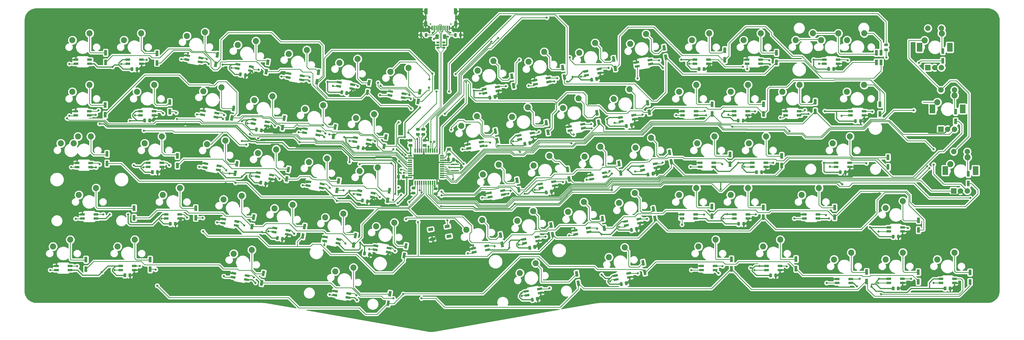
<source format=gbl>
G04 #@! TF.GenerationSoftware,KiCad,Pcbnew,(5.1.4)-1*
G04 #@! TF.CreationDate,2020-08-05T10:29:17-07:00*
G04 #@! TF.ProjectId,trifecta,74726966-6563-4746-912e-6b696361645f,rev?*
G04 #@! TF.SameCoordinates,Original*
G04 #@! TF.FileFunction,Copper,L2,Bot*
G04 #@! TF.FilePolarity,Positive*
%FSLAX46Y46*%
G04 Gerber Fmt 4.6, Leading zero omitted, Abs format (unit mm)*
G04 Created by KiCad (PCBNEW (5.1.4)-1) date 2020-08-05 10:29:17*
%MOMM*%
%LPD*%
G04 APERTURE LIST*
%ADD10C,1.100000*%
%ADD11C,0.100000*%
%ADD12R,2.000000X2.000000*%
%ADD13C,2.000000*%
%ADD14R,2.000000X3.200000*%
%ADD15R,1.000000X2.000000*%
%ADD16C,1.000000*%
%ADD17C,2.250000*%
%ADD18R,1.500000X0.500000*%
%ADD19R,0.500000X1.500000*%
%ADD20C,0.975000*%
%ADD21C,0.400000*%
%ADD22R,1.800000X0.820000*%
%ADD23C,0.820000*%
%ADD24R,0.700000X2.300000*%
%ADD25O,1.200000X2.300000*%
%ADD26C,0.600000*%
%ADD27R,0.550000X1.700000*%
%ADD28R,0.300000X1.700000*%
%ADD29R,1.060000X0.650000*%
%ADD30C,1.250000*%
%ADD31C,0.800000*%
%ADD32C,0.250000*%
%ADD33C,0.381000*%
%ADD34C,0.200000*%
%ADD35C,0.254000*%
G04 APERTURE END LIST*
D10*
X144665073Y-79309325D03*
D11*
G36*
X145455893Y-78611397D02*
G01*
X145646906Y-79694686D01*
X143874253Y-80007253D01*
X143683240Y-78923964D01*
X145455893Y-78611397D01*
X145455893Y-78611397D01*
G37*
D10*
X137916767Y-76742155D03*
D11*
G36*
X138707587Y-76044227D02*
G01*
X138898600Y-77127516D01*
X137125947Y-77440083D01*
X136934934Y-76356794D01*
X138707587Y-76044227D01*
X138707587Y-76044227D01*
G37*
D10*
X144022575Y-75665536D03*
D11*
G36*
X144813395Y-74967608D02*
G01*
X145004408Y-76050897D01*
X143231755Y-76363464D01*
X143040742Y-75280175D01*
X144813395Y-74967608D01*
X144813395Y-74967608D01*
G37*
D10*
X138559265Y-80385944D03*
D11*
G36*
X139350085Y-79688016D02*
G01*
X139541098Y-80771305D01*
X137768445Y-81083872D01*
X137577432Y-80000583D01*
X139350085Y-79688016D01*
X139350085Y-79688016D01*
G37*
D12*
X330896200Y-62536200D03*
D13*
X333396200Y-62536200D03*
X335896200Y-62536200D03*
D14*
X327796200Y-55036200D03*
X338996200Y-55036200D03*
D13*
X330896200Y-48036200D03*
X335896200Y-48036200D03*
D12*
X326146490Y-39761210D03*
D13*
X328646490Y-39761210D03*
X331146490Y-39761210D03*
D14*
X323046490Y-32261210D03*
X334246490Y-32261210D03*
D13*
X326146490Y-25261210D03*
X331146490Y-25261210D03*
D12*
X321371290Y-17000000D03*
D13*
X323871290Y-17000000D03*
X326371290Y-17000000D03*
D14*
X318271290Y-9500000D03*
X329471290Y-9500000D03*
D13*
X321371290Y-2500000D03*
X326371290Y-2500000D03*
D15*
X248372240Y-49087980D03*
X248372240Y-52637980D03*
X336906480Y-92651520D03*
X336906480Y-96201520D03*
X317813300Y-92539760D03*
X317813300Y-96089760D03*
X298778540Y-92455940D03*
X298778540Y-96005940D03*
X272677500Y-87706140D03*
X272677500Y-91256140D03*
X248882780Y-87840760D03*
X248882780Y-91390760D03*
D16*
X216306394Y-89109786D03*
D11*
G36*
X216972446Y-90007770D02*
G01*
X215987638Y-90181418D01*
X215640342Y-88211802D01*
X216625150Y-88038154D01*
X216972446Y-90007770D01*
X216972446Y-90007770D01*
G37*
D16*
X216922846Y-92605854D03*
D11*
G36*
X217588898Y-93503838D02*
G01*
X216604090Y-93677486D01*
X216256794Y-91707870D01*
X217241602Y-91534222D01*
X217588898Y-93503838D01*
X217588898Y-93503838D01*
G37*
D16*
X191792854Y-93156006D03*
D11*
G36*
X192458906Y-94053990D02*
G01*
X191474098Y-94227638D01*
X191126802Y-92258022D01*
X192111610Y-92084374D01*
X192458906Y-94053990D01*
X192458906Y-94053990D01*
G37*
D16*
X192409306Y-96652074D03*
D11*
G36*
X193075358Y-97550058D02*
G01*
X192090550Y-97723706D01*
X191743254Y-95754090D01*
X192728062Y-95580442D01*
X193075358Y-97550058D01*
X193075358Y-97550058D01*
G37*
D16*
X122871726Y-100519466D03*
D11*
G36*
X123190482Y-101591098D02*
G01*
X122205674Y-101417450D01*
X122552970Y-99447834D01*
X123537778Y-99621482D01*
X123190482Y-101591098D01*
X123190482Y-101591098D01*
G37*
D16*
X122255274Y-104015534D03*
D11*
G36*
X122574030Y-105087166D02*
G01*
X121589222Y-104913518D01*
X121936518Y-102943902D01*
X122921326Y-103117550D01*
X122574030Y-105087166D01*
X122574030Y-105087166D01*
G37*
D16*
X76199226Y-93026466D03*
D11*
G36*
X76517982Y-94098098D02*
G01*
X75533174Y-93924450D01*
X75880470Y-91954834D01*
X76865278Y-92128482D01*
X76517982Y-94098098D01*
X76517982Y-94098098D01*
G37*
D16*
X75582774Y-96522534D03*
D11*
G36*
X75901530Y-97594166D02*
G01*
X74916722Y-97420518D01*
X75264018Y-95450902D01*
X76248826Y-95624550D01*
X75901530Y-97594166D01*
X75901530Y-97594166D01*
G37*
D15*
X34425500Y-87919500D03*
X34425500Y-91469500D03*
X10740000Y-87906800D03*
X10740000Y-91456800D03*
X336258690Y-56247050D03*
X336258690Y-59797050D03*
X317899660Y-73416100D03*
X317899660Y-76966100D03*
X286939600Y-68671380D03*
X286939600Y-72221380D03*
X260665840Y-68689160D03*
X260665840Y-72239160D03*
X241709820Y-68313240D03*
X241709820Y-71863240D03*
D16*
X220070674Y-69226666D03*
D11*
G36*
X220736726Y-70124650D02*
G01*
X219751918Y-70298298D01*
X219404622Y-68328682D01*
X220389430Y-68155034D01*
X220736726Y-70124650D01*
X220736726Y-70124650D01*
G37*
D16*
X220687126Y-72722734D03*
D11*
G36*
X221353178Y-73620718D02*
G01*
X220368370Y-73794366D01*
X220021074Y-71824750D01*
X221005882Y-71651102D01*
X221353178Y-73620718D01*
X221353178Y-73620718D01*
G37*
D16*
X201335634Y-72810606D03*
D11*
G36*
X202001686Y-73708590D02*
G01*
X201016878Y-73882238D01*
X200669582Y-71912622D01*
X201654390Y-71738974D01*
X202001686Y-73708590D01*
X202001686Y-73708590D01*
G37*
D16*
X201952086Y-76306674D03*
D11*
G36*
X202618138Y-77204658D02*
G01*
X201633330Y-77378306D01*
X201286034Y-75408690D01*
X202270842Y-75235042D01*
X202618138Y-77204658D01*
X202618138Y-77204658D01*
G37*
D16*
X182323734Y-75177886D03*
D11*
G36*
X182989786Y-76075870D02*
G01*
X182004978Y-76249518D01*
X181657682Y-74279902D01*
X182642490Y-74106254D01*
X182989786Y-76075870D01*
X182989786Y-76075870D01*
G37*
D16*
X182940186Y-78673954D03*
D11*
G36*
X183606238Y-79571938D02*
G01*
X182621430Y-79745586D01*
X182274134Y-77775970D01*
X183258942Y-77602322D01*
X183606238Y-79571938D01*
X183606238Y-79571938D01*
G37*
D16*
X163700454Y-78871046D03*
D11*
G36*
X164366506Y-79769030D02*
G01*
X163381698Y-79942678D01*
X163034402Y-77973062D01*
X164019210Y-77799414D01*
X164366506Y-79769030D01*
X164366506Y-79769030D01*
G37*
D16*
X164316906Y-82367114D03*
D11*
G36*
X164982958Y-83265098D02*
G01*
X163998150Y-83438746D01*
X163650854Y-81469130D01*
X164635662Y-81295482D01*
X164982958Y-83265098D01*
X164982958Y-83265098D01*
G37*
D16*
X128777226Y-82866466D03*
D11*
G36*
X129095982Y-83938098D02*
G01*
X128111174Y-83764450D01*
X128458470Y-81794834D01*
X129443278Y-81968482D01*
X129095982Y-83938098D01*
X129095982Y-83938098D01*
G37*
D16*
X128160774Y-86362534D03*
D11*
G36*
X128479530Y-87434166D02*
G01*
X127494722Y-87260518D01*
X127842018Y-85290902D01*
X128826826Y-85464550D01*
X128479530Y-87434166D01*
X128479530Y-87434166D01*
G37*
D16*
X110151406Y-79043766D03*
D11*
G36*
X110470162Y-80115398D02*
G01*
X109485354Y-79941750D01*
X109832650Y-77972134D01*
X110817458Y-78145782D01*
X110470162Y-80115398D01*
X110470162Y-80115398D01*
G37*
D16*
X109534954Y-82539834D03*
D11*
G36*
X109853710Y-83611466D02*
G01*
X108868902Y-83437818D01*
X109216198Y-81468202D01*
X110201006Y-81641850D01*
X109853710Y-83611466D01*
X109853710Y-83611466D01*
G37*
D16*
X91368106Y-75734146D03*
D11*
G36*
X91686862Y-76805778D02*
G01*
X90702054Y-76632130D01*
X91049350Y-74662514D01*
X92034158Y-74836162D01*
X91686862Y-76805778D01*
X91686862Y-76805778D01*
G37*
D16*
X90751654Y-79230214D03*
D11*
G36*
X91070410Y-80301846D02*
G01*
X90085602Y-80128198D01*
X90432898Y-78158582D01*
X91417706Y-78332230D01*
X91070410Y-80301846D01*
X91070410Y-80301846D01*
G37*
D16*
X72620366Y-72231486D03*
D11*
G36*
X72939122Y-73303118D02*
G01*
X71954314Y-73129470D01*
X72301610Y-71159854D01*
X73286418Y-71333502D01*
X72939122Y-73303118D01*
X72939122Y-73303118D01*
G37*
D16*
X72003914Y-75727554D03*
D11*
G36*
X72322670Y-76799186D02*
G01*
X71337862Y-76625538D01*
X71685158Y-74655922D01*
X72669966Y-74829570D01*
X72322670Y-76799186D01*
X72322670Y-76799186D01*
G37*
D15*
X51253000Y-68933000D03*
X51253000Y-72483000D03*
X28520000Y-68916546D03*
X28520000Y-72466546D03*
X331567400Y-33296800D03*
X331567400Y-36846800D03*
X306634760Y-50164940D03*
X306634760Y-53714940D03*
X267429860Y-49598520D03*
X267429860Y-53148520D03*
D16*
X226065074Y-48297066D03*
D11*
G36*
X226731126Y-49195050D02*
G01*
X225746318Y-49368698D01*
X225399022Y-47399082D01*
X226383830Y-47225434D01*
X226731126Y-49195050D01*
X226731126Y-49195050D01*
G37*
D16*
X226681526Y-51793134D03*
D11*
G36*
X227347578Y-52691118D02*
G01*
X226362770Y-52864766D01*
X226015474Y-50895150D01*
X227000282Y-50721502D01*
X227347578Y-52691118D01*
X227347578Y-52691118D01*
G37*
D16*
X207418934Y-52424566D03*
D11*
G36*
X208084986Y-53322550D02*
G01*
X207100178Y-53496198D01*
X206752882Y-51526582D01*
X207737690Y-51352934D01*
X208084986Y-53322550D01*
X208084986Y-53322550D01*
G37*
D16*
X208035386Y-55920634D03*
D11*
G36*
X208701438Y-56818618D02*
G01*
X207716630Y-56992266D01*
X207369334Y-55022650D01*
X208354142Y-54849002D01*
X208701438Y-56818618D01*
X208701438Y-56818618D01*
G37*
D16*
X188414654Y-54608966D03*
D11*
G36*
X189080706Y-55506950D02*
G01*
X188095898Y-55680598D01*
X187748602Y-53710982D01*
X188733410Y-53537334D01*
X189080706Y-55506950D01*
X189080706Y-55506950D01*
G37*
D16*
X189031106Y-58105034D03*
D11*
G36*
X189697158Y-59003018D02*
G01*
X188712350Y-59176666D01*
X188365054Y-57207050D01*
X189349862Y-57033402D01*
X189697158Y-59003018D01*
X189697158Y-59003018D01*
G37*
D16*
X169819314Y-58629786D03*
D11*
G36*
X170485366Y-59527770D02*
G01*
X169500558Y-59701418D01*
X169153262Y-57731802D01*
X170138070Y-57558154D01*
X170485366Y-59527770D01*
X170485366Y-59527770D01*
G37*
D16*
X170435766Y-62125854D03*
D11*
G36*
X171101818Y-63023838D02*
G01*
X170117010Y-63197486D01*
X169769714Y-61227870D01*
X170754522Y-61054222D01*
X171101818Y-63023838D01*
X171101818Y-63023838D01*
G37*
D16*
X122681226Y-62482966D03*
D11*
G36*
X122999982Y-63554598D02*
G01*
X122015174Y-63380950D01*
X122362470Y-61411334D01*
X123347278Y-61584982D01*
X122999982Y-63554598D01*
X122999982Y-63554598D01*
G37*
D16*
X122064774Y-65979034D03*
D11*
G36*
X122383530Y-67050666D02*
G01*
X121398722Y-66877018D01*
X121746018Y-64907402D01*
X122730826Y-65081050D01*
X122383530Y-67050666D01*
X122383530Y-67050666D01*
G37*
D16*
X103948726Y-58863466D03*
D11*
G36*
X104267482Y-59935098D02*
G01*
X103282674Y-59761450D01*
X103629970Y-57791834D01*
X104614778Y-57965482D01*
X104267482Y-59935098D01*
X104267482Y-59935098D01*
G37*
D16*
X103332274Y-62359534D03*
D11*
G36*
X103651030Y-63431166D02*
G01*
X102666222Y-63257518D01*
X103013518Y-61287902D01*
X103998326Y-61461550D01*
X103651030Y-63431166D01*
X103651030Y-63431166D01*
G37*
D16*
X85409266Y-54639446D03*
D11*
G36*
X85728022Y-55711078D02*
G01*
X84743214Y-55537430D01*
X85090510Y-53567814D01*
X86075318Y-53741462D01*
X85728022Y-55711078D01*
X85728022Y-55711078D01*
G37*
D16*
X84792814Y-58135514D03*
D11*
G36*
X85111570Y-59207146D02*
G01*
X84126762Y-59033498D01*
X84474058Y-57063882D01*
X85458866Y-57237530D01*
X85111570Y-59207146D01*
X85111570Y-59207146D01*
G37*
D16*
X66420226Y-52513466D03*
D11*
G36*
X66738982Y-53585098D02*
G01*
X65754174Y-53411450D01*
X66101470Y-51441834D01*
X67086278Y-51615482D01*
X66738982Y-53585098D01*
X66738982Y-53585098D01*
G37*
D16*
X65803774Y-56009534D03*
D11*
G36*
X66122530Y-57081166D02*
G01*
X65137722Y-56907518D01*
X65485018Y-54937902D01*
X66469826Y-55111550D01*
X66122530Y-57081166D01*
X66122530Y-57081166D01*
G37*
D15*
X44461040Y-49593440D03*
X44461040Y-53143440D03*
X18502240Y-48854300D03*
X18502240Y-52404300D03*
X326843000Y-10939720D03*
X326843000Y-14489720D03*
X303637560Y-30563760D03*
X303637560Y-34113760D03*
X279789500Y-29621420D03*
X279789500Y-33171420D03*
X260762360Y-30556140D03*
X260762360Y-34106140D03*
X241730140Y-30553600D03*
X241730140Y-34103600D03*
D16*
X217970094Y-30019226D03*
D11*
G36*
X218636146Y-30917210D02*
G01*
X217651338Y-31090858D01*
X217304042Y-29121242D01*
X218288850Y-28947594D01*
X218636146Y-30917210D01*
X218636146Y-30917210D01*
G37*
D16*
X218586546Y-33515294D03*
D11*
G36*
X219252598Y-34413278D02*
G01*
X218267790Y-34586926D01*
X217920494Y-32617310D01*
X218905302Y-32443662D01*
X219252598Y-34413278D01*
X219252598Y-34413278D01*
G37*
D16*
X199273154Y-33699686D03*
D11*
G36*
X199939206Y-34597670D02*
G01*
X198954398Y-34771318D01*
X198607102Y-32801702D01*
X199591910Y-32628054D01*
X199939206Y-34597670D01*
X199939206Y-34597670D01*
G37*
D16*
X199889606Y-37195754D03*
D11*
G36*
X200555658Y-38093738D02*
G01*
X199570850Y-38267386D01*
X199223554Y-36297770D01*
X200208362Y-36124122D01*
X200555658Y-38093738D01*
X200555658Y-38093738D01*
G37*
D16*
X180583834Y-37400466D03*
D11*
G36*
X181249886Y-38298450D02*
G01*
X180265078Y-38472098D01*
X179917782Y-36502482D01*
X180902590Y-36328834D01*
X181249886Y-38298450D01*
X181249886Y-38298450D01*
G37*
D16*
X181200286Y-40896534D03*
D11*
G36*
X181866338Y-41794518D02*
G01*
X180881530Y-41968166D01*
X180534234Y-39998550D01*
X181519042Y-39824902D01*
X181866338Y-41794518D01*
X181866338Y-41794518D01*
G37*
D16*
X161792914Y-40476406D03*
D11*
G36*
X162458966Y-41374390D02*
G01*
X161474158Y-41548038D01*
X161126862Y-39578422D01*
X162111670Y-39404774D01*
X162458966Y-41374390D01*
X162458966Y-41374390D01*
G37*
D16*
X162409366Y-43972474D03*
D11*
G36*
X163075418Y-44870458D02*
G01*
X162090610Y-45044106D01*
X161743314Y-43074490D01*
X162728122Y-42900842D01*
X163075418Y-44870458D01*
X163075418Y-44870458D01*
G37*
D16*
X121347726Y-42607466D03*
D11*
G36*
X121666482Y-43679098D02*
G01*
X120681674Y-43505450D01*
X121028970Y-41535834D01*
X122013778Y-41709482D01*
X121666482Y-43679098D01*
X121666482Y-43679098D01*
G37*
D16*
X120731274Y-46103534D03*
D11*
G36*
X121050030Y-47175166D02*
G01*
X120065222Y-47001518D01*
X120412518Y-45031902D01*
X121397326Y-45205550D01*
X121050030Y-47175166D01*
X121050030Y-47175166D01*
G37*
D16*
X102693966Y-38914306D03*
D11*
G36*
X103012722Y-39985938D02*
G01*
X102027914Y-39812290D01*
X102375210Y-37842674D01*
X103360018Y-38016322D01*
X103012722Y-39985938D01*
X103012722Y-39985938D01*
G37*
D16*
X102077514Y-42410374D03*
D11*
G36*
X102396270Y-43482006D02*
G01*
X101411462Y-43308358D01*
X101758758Y-41338742D01*
X102743566Y-41512390D01*
X102396270Y-43482006D01*
X102396270Y-43482006D01*
G37*
D16*
X83903046Y-35663106D03*
D11*
G36*
X84221802Y-36734738D02*
G01*
X83236994Y-36561090D01*
X83584290Y-34591474D01*
X84569098Y-34765122D01*
X84221802Y-36734738D01*
X84221802Y-36734738D01*
G37*
D16*
X83286594Y-39159174D03*
D11*
G36*
X83605350Y-40230806D02*
G01*
X82620542Y-40057158D01*
X82967838Y-38087542D01*
X83952646Y-38261190D01*
X83605350Y-40230806D01*
X83605350Y-40230806D01*
G37*
D16*
X65193406Y-32084246D03*
D11*
G36*
X65512162Y-33155878D02*
G01*
X64527354Y-32982230D01*
X64874650Y-31012614D01*
X65859458Y-31186262D01*
X65512162Y-33155878D01*
X65512162Y-33155878D01*
G37*
D16*
X64576954Y-35580314D03*
D11*
G36*
X64895710Y-36651946D02*
G01*
X63910902Y-36478298D01*
X64258198Y-34508682D01*
X65243006Y-34682330D01*
X64895710Y-36651946D01*
X64895710Y-36651946D01*
G37*
D15*
X41669580Y-29748420D03*
X41669580Y-33298420D03*
X17852000Y-30833000D03*
X17852000Y-34383000D03*
X304084600Y-11514220D03*
X304084600Y-15064220D03*
X302352320Y-11526460D03*
X302352320Y-15076460D03*
X265509620Y-11511220D03*
X265509620Y-15061220D03*
X246441840Y-10553640D03*
X246441840Y-14103640D03*
D16*
X224048314Y-9671286D03*
D11*
G36*
X224714366Y-10569270D02*
G01*
X223729558Y-10742918D01*
X223382262Y-8773302D01*
X224367070Y-8599654D01*
X224714366Y-10569270D01*
X224714366Y-10569270D01*
G37*
D16*
X224664766Y-13167354D03*
D11*
G36*
X225330818Y-14065338D02*
G01*
X224346010Y-14238986D01*
X223998714Y-12269370D01*
X224983522Y-12095722D01*
X225330818Y-14065338D01*
X225330818Y-14065338D01*
G37*
D16*
X205419954Y-13808946D03*
D11*
G36*
X206086006Y-14706930D02*
G01*
X205101198Y-14880578D01*
X204753902Y-12910962D01*
X205738710Y-12737314D01*
X206086006Y-14706930D01*
X206086006Y-14706930D01*
G37*
D16*
X206036406Y-17305014D03*
D11*
G36*
X206702458Y-18202998D02*
G01*
X205717650Y-18376646D01*
X205370354Y-16407030D01*
X206355162Y-16233382D01*
X206702458Y-18202998D01*
X206702458Y-18202998D01*
G37*
D16*
X186654434Y-17016966D03*
D11*
G36*
X187320486Y-17914950D02*
G01*
X186335678Y-18088598D01*
X185988382Y-16118982D01*
X186973190Y-15945334D01*
X187320486Y-17914950D01*
X187320486Y-17914950D01*
G37*
D16*
X187270886Y-20513034D03*
D11*
G36*
X187936938Y-21411018D02*
G01*
X186952130Y-21584666D01*
X186604834Y-19615050D01*
X187589642Y-19441402D01*
X187936938Y-21411018D01*
X187936938Y-21411018D01*
G37*
D16*
X167891454Y-20217366D03*
D11*
G36*
X168557506Y-21115350D02*
G01*
X167572698Y-21288998D01*
X167225402Y-19319382D01*
X168210210Y-19145734D01*
X168557506Y-21115350D01*
X168557506Y-21115350D01*
G37*
D16*
X168507906Y-23713434D03*
D11*
G36*
X169173958Y-24611418D02*
G01*
X168189150Y-24785066D01*
X167841854Y-22815450D01*
X168826662Y-22641802D01*
X169173958Y-24611418D01*
X169173958Y-24611418D01*
G37*
D16*
X133920726Y-25970466D03*
D11*
G36*
X134239482Y-27042098D02*
G01*
X133254674Y-26868450D01*
X133601970Y-24898834D01*
X134586778Y-25072482D01*
X134239482Y-27042098D01*
X134239482Y-27042098D01*
G37*
D16*
X133304274Y-29466534D03*
D11*
G36*
X133623030Y-30538166D02*
G01*
X132638222Y-30364518D01*
X132985518Y-28394902D01*
X133970326Y-28568550D01*
X133623030Y-30538166D01*
X133623030Y-30538166D01*
G37*
D16*
X115188226Y-22604966D03*
D11*
G36*
X115506982Y-23676598D02*
G01*
X114522174Y-23502950D01*
X114869470Y-21533334D01*
X115854278Y-21706982D01*
X115506982Y-23676598D01*
X115506982Y-23676598D01*
G37*
D16*
X114571774Y-26101034D03*
D11*
G36*
X114890530Y-27172666D02*
G01*
X113905722Y-26999018D01*
X114253018Y-25029402D01*
X115237826Y-25203050D01*
X114890530Y-27172666D01*
X114890530Y-27172666D01*
G37*
D16*
X96572566Y-18708606D03*
D11*
G36*
X96891322Y-19780238D02*
G01*
X95906514Y-19606590D01*
X96253810Y-17636974D01*
X97238618Y-17810622D01*
X96891322Y-19780238D01*
X96891322Y-19780238D01*
G37*
D16*
X95956114Y-22204674D03*
D11*
G36*
X96274870Y-23276306D02*
G01*
X95290062Y-23102658D01*
X95637358Y-21133042D01*
X96622166Y-21306690D01*
X96274870Y-23276306D01*
X96274870Y-23276306D01*
G37*
D16*
X77865466Y-15005286D03*
D11*
G36*
X78184222Y-16076918D02*
G01*
X77199414Y-15903270D01*
X77546710Y-13933654D01*
X78531518Y-14107302D01*
X78184222Y-16076918D01*
X78184222Y-16076918D01*
G37*
D16*
X77249014Y-18501354D03*
D11*
G36*
X77567770Y-19572986D02*
G01*
X76582962Y-19399338D01*
X76930258Y-17429722D01*
X77915066Y-17603370D01*
X77567770Y-19572986D01*
X77567770Y-19572986D01*
G37*
D16*
X59247266Y-12279866D03*
D11*
G36*
X59566022Y-13351498D02*
G01*
X58581214Y-13177850D01*
X58928510Y-11208234D01*
X59913318Y-11381882D01*
X59566022Y-13351498D01*
X59566022Y-13351498D01*
G37*
D16*
X58630814Y-15775934D03*
D11*
G36*
X58949570Y-16847566D02*
G01*
X57964762Y-16673918D01*
X58312058Y-14704302D01*
X59296866Y-14877950D01*
X58949570Y-16847566D01*
X58949570Y-16847566D01*
G37*
D15*
X36940100Y-11765220D03*
X36940100Y-15315220D03*
X17994240Y-11521380D03*
X17994240Y-15071380D03*
D17*
X242601250Y-42454746D03*
X236251250Y-44994746D03*
X243077500Y-80554746D03*
X236727500Y-83094746D03*
D18*
X130318200Y-49613600D03*
X130318200Y-50413600D03*
X130318200Y-51213600D03*
X130318200Y-52013600D03*
X130318200Y-52813600D03*
X130318200Y-53613600D03*
X130318200Y-54413600D03*
X130318200Y-55213600D03*
X130318200Y-56013600D03*
X130318200Y-56813600D03*
X130318200Y-57613600D03*
D19*
X132218200Y-59513600D03*
X133018200Y-59513600D03*
X133818200Y-59513600D03*
X134618200Y-59513600D03*
X135418200Y-59513600D03*
X136218200Y-59513600D03*
X137018200Y-59513600D03*
X137818200Y-59513600D03*
X138618200Y-59513600D03*
X139418200Y-59513600D03*
X140218200Y-59513600D03*
D18*
X142118200Y-57613600D03*
X142118200Y-56813600D03*
X142118200Y-56013600D03*
X142118200Y-55213600D03*
X142118200Y-54413600D03*
X142118200Y-53613600D03*
X142118200Y-52813600D03*
X142118200Y-52013600D03*
X142118200Y-51213600D03*
X142118200Y-50413600D03*
X142118200Y-49613600D03*
D19*
X140218200Y-47713600D03*
X139418200Y-47713600D03*
X138618200Y-47713600D03*
X137818200Y-47713600D03*
X137018200Y-47713600D03*
X136218200Y-47713600D03*
X135418200Y-47713600D03*
X134618200Y-47713600D03*
X133818200Y-47713600D03*
X133018200Y-47713600D03*
X132218200Y-47713600D03*
D17*
X7796250Y-42451250D03*
X1446250Y-44991250D03*
X297846250Y-23404746D03*
X291496250Y-25944746D03*
X297881920Y-4327640D03*
X291531920Y-6867640D03*
X288321250Y-4354746D03*
X281971250Y-6894746D03*
X278923360Y-4337800D03*
X272573360Y-6877800D03*
X335987000Y-50108600D03*
X329637000Y-52648600D03*
X331211800Y-27248600D03*
X324861800Y-29788600D03*
X326487400Y-4388600D03*
X320137400Y-6928600D03*
D11*
G36*
X286900142Y-16796174D02*
G01*
X286923803Y-16799684D01*
X286947007Y-16805496D01*
X286969529Y-16813554D01*
X286991153Y-16823782D01*
X287011670Y-16836079D01*
X287030883Y-16850329D01*
X287048607Y-16866393D01*
X287064671Y-16884117D01*
X287078921Y-16903330D01*
X287091218Y-16923847D01*
X287101446Y-16945471D01*
X287109504Y-16967993D01*
X287115316Y-16991197D01*
X287118826Y-17014858D01*
X287120000Y-17038750D01*
X287120000Y-17951250D01*
X287118826Y-17975142D01*
X287115316Y-17998803D01*
X287109504Y-18022007D01*
X287101446Y-18044529D01*
X287091218Y-18066153D01*
X287078921Y-18086670D01*
X287064671Y-18105883D01*
X287048607Y-18123607D01*
X287030883Y-18139671D01*
X287011670Y-18153921D01*
X286991153Y-18166218D01*
X286969529Y-18176446D01*
X286947007Y-18184504D01*
X286923803Y-18190316D01*
X286900142Y-18193826D01*
X286876250Y-18195000D01*
X286388750Y-18195000D01*
X286364858Y-18193826D01*
X286341197Y-18190316D01*
X286317993Y-18184504D01*
X286295471Y-18176446D01*
X286273847Y-18166218D01*
X286253330Y-18153921D01*
X286234117Y-18139671D01*
X286216393Y-18123607D01*
X286200329Y-18105883D01*
X286186079Y-18086670D01*
X286173782Y-18066153D01*
X286163554Y-18044529D01*
X286155496Y-18022007D01*
X286149684Y-17998803D01*
X286146174Y-17975142D01*
X286145000Y-17951250D01*
X286145000Y-17038750D01*
X286146174Y-17014858D01*
X286149684Y-16991197D01*
X286155496Y-16967993D01*
X286163554Y-16945471D01*
X286173782Y-16923847D01*
X286186079Y-16903330D01*
X286200329Y-16884117D01*
X286216393Y-16866393D01*
X286234117Y-16850329D01*
X286253330Y-16836079D01*
X286273847Y-16823782D01*
X286295471Y-16813554D01*
X286317993Y-16805496D01*
X286341197Y-16799684D01*
X286364858Y-16796174D01*
X286388750Y-16795000D01*
X286876250Y-16795000D01*
X286900142Y-16796174D01*
X286900142Y-16796174D01*
G37*
D20*
X286632500Y-17495000D03*
D11*
G36*
X285025142Y-16796174D02*
G01*
X285048803Y-16799684D01*
X285072007Y-16805496D01*
X285094529Y-16813554D01*
X285116153Y-16823782D01*
X285136670Y-16836079D01*
X285155883Y-16850329D01*
X285173607Y-16866393D01*
X285189671Y-16884117D01*
X285203921Y-16903330D01*
X285216218Y-16923847D01*
X285226446Y-16945471D01*
X285234504Y-16967993D01*
X285240316Y-16991197D01*
X285243826Y-17014858D01*
X285245000Y-17038750D01*
X285245000Y-17951250D01*
X285243826Y-17975142D01*
X285240316Y-17998803D01*
X285234504Y-18022007D01*
X285226446Y-18044529D01*
X285216218Y-18066153D01*
X285203921Y-18086670D01*
X285189671Y-18105883D01*
X285173607Y-18123607D01*
X285155883Y-18139671D01*
X285136670Y-18153921D01*
X285116153Y-18166218D01*
X285094529Y-18176446D01*
X285072007Y-18184504D01*
X285048803Y-18190316D01*
X285025142Y-18193826D01*
X285001250Y-18195000D01*
X284513750Y-18195000D01*
X284489858Y-18193826D01*
X284466197Y-18190316D01*
X284442993Y-18184504D01*
X284420471Y-18176446D01*
X284398847Y-18166218D01*
X284378330Y-18153921D01*
X284359117Y-18139671D01*
X284341393Y-18123607D01*
X284325329Y-18105883D01*
X284311079Y-18086670D01*
X284298782Y-18066153D01*
X284288554Y-18044529D01*
X284280496Y-18022007D01*
X284274684Y-17998803D01*
X284271174Y-17975142D01*
X284270000Y-17951250D01*
X284270000Y-17038750D01*
X284271174Y-17014858D01*
X284274684Y-16991197D01*
X284280496Y-16967993D01*
X284288554Y-16945471D01*
X284298782Y-16923847D01*
X284311079Y-16903330D01*
X284325329Y-16884117D01*
X284341393Y-16866393D01*
X284359117Y-16850329D01*
X284378330Y-16836079D01*
X284398847Y-16823782D01*
X284420471Y-16813554D01*
X284442993Y-16805496D01*
X284466197Y-16799684D01*
X284489858Y-16796174D01*
X284513750Y-16795000D01*
X285001250Y-16795000D01*
X285025142Y-16796174D01*
X285025142Y-16796174D01*
G37*
D20*
X284757500Y-17495000D03*
D11*
G36*
X306429102Y-8098114D02*
G01*
X306452763Y-8101624D01*
X306475967Y-8107436D01*
X306498489Y-8115494D01*
X306520113Y-8125722D01*
X306540630Y-8138019D01*
X306559843Y-8152269D01*
X306577567Y-8168333D01*
X306593631Y-8186057D01*
X306607881Y-8205270D01*
X306620178Y-8225787D01*
X306630406Y-8247411D01*
X306638464Y-8269933D01*
X306644276Y-8293137D01*
X306647786Y-8316798D01*
X306648960Y-8340690D01*
X306648960Y-8828190D01*
X306647786Y-8852082D01*
X306644276Y-8875743D01*
X306638464Y-8898947D01*
X306630406Y-8921469D01*
X306620178Y-8943093D01*
X306607881Y-8963610D01*
X306593631Y-8982823D01*
X306577567Y-9000547D01*
X306559843Y-9016611D01*
X306540630Y-9030861D01*
X306520113Y-9043158D01*
X306498489Y-9053386D01*
X306475967Y-9061444D01*
X306452763Y-9067256D01*
X306429102Y-9070766D01*
X306405210Y-9071940D01*
X305492710Y-9071940D01*
X305468818Y-9070766D01*
X305445157Y-9067256D01*
X305421953Y-9061444D01*
X305399431Y-9053386D01*
X305377807Y-9043158D01*
X305357290Y-9030861D01*
X305338077Y-9016611D01*
X305320353Y-9000547D01*
X305304289Y-8982823D01*
X305290039Y-8963610D01*
X305277742Y-8943093D01*
X305267514Y-8921469D01*
X305259456Y-8898947D01*
X305253644Y-8875743D01*
X305250134Y-8852082D01*
X305248960Y-8828190D01*
X305248960Y-8340690D01*
X305250134Y-8316798D01*
X305253644Y-8293137D01*
X305259456Y-8269933D01*
X305267514Y-8247411D01*
X305277742Y-8225787D01*
X305290039Y-8205270D01*
X305304289Y-8186057D01*
X305320353Y-8168333D01*
X305338077Y-8152269D01*
X305357290Y-8138019D01*
X305377807Y-8125722D01*
X305399431Y-8115494D01*
X305421953Y-8107436D01*
X305445157Y-8101624D01*
X305468818Y-8098114D01*
X305492710Y-8096940D01*
X306405210Y-8096940D01*
X306429102Y-8098114D01*
X306429102Y-8098114D01*
G37*
D20*
X305948960Y-8584440D03*
D11*
G36*
X306429102Y-9973114D02*
G01*
X306452763Y-9976624D01*
X306475967Y-9982436D01*
X306498489Y-9990494D01*
X306520113Y-10000722D01*
X306540630Y-10013019D01*
X306559843Y-10027269D01*
X306577567Y-10043333D01*
X306593631Y-10061057D01*
X306607881Y-10080270D01*
X306620178Y-10100787D01*
X306630406Y-10122411D01*
X306638464Y-10144933D01*
X306644276Y-10168137D01*
X306647786Y-10191798D01*
X306648960Y-10215690D01*
X306648960Y-10703190D01*
X306647786Y-10727082D01*
X306644276Y-10750743D01*
X306638464Y-10773947D01*
X306630406Y-10796469D01*
X306620178Y-10818093D01*
X306607881Y-10838610D01*
X306593631Y-10857823D01*
X306577567Y-10875547D01*
X306559843Y-10891611D01*
X306540630Y-10905861D01*
X306520113Y-10918158D01*
X306498489Y-10928386D01*
X306475967Y-10936444D01*
X306452763Y-10942256D01*
X306429102Y-10945766D01*
X306405210Y-10946940D01*
X305492710Y-10946940D01*
X305468818Y-10945766D01*
X305445157Y-10942256D01*
X305421953Y-10936444D01*
X305399431Y-10928386D01*
X305377807Y-10918158D01*
X305357290Y-10905861D01*
X305338077Y-10891611D01*
X305320353Y-10875547D01*
X305304289Y-10857823D01*
X305290039Y-10838610D01*
X305277742Y-10818093D01*
X305267514Y-10796469D01*
X305259456Y-10773947D01*
X305253644Y-10750743D01*
X305250134Y-10727082D01*
X305248960Y-10703190D01*
X305248960Y-10215690D01*
X305250134Y-10191798D01*
X305253644Y-10168137D01*
X305259456Y-10144933D01*
X305267514Y-10122411D01*
X305277742Y-10100787D01*
X305290039Y-10080270D01*
X305304289Y-10061057D01*
X305320353Y-10043333D01*
X305338077Y-10027269D01*
X305357290Y-10013019D01*
X305377807Y-10000722D01*
X305399431Y-9990494D01*
X305421953Y-9982436D01*
X305445157Y-9976624D01*
X305468818Y-9973114D01*
X305492710Y-9971940D01*
X306405210Y-9971940D01*
X306429102Y-9973114D01*
X306429102Y-9973114D01*
G37*
D20*
X305948960Y-10459440D03*
D11*
G36*
X148219202Y-54883522D02*
G01*
X148228909Y-54884961D01*
X148238428Y-54887346D01*
X148247668Y-54890652D01*
X148256540Y-54894848D01*
X148264957Y-54899893D01*
X148272839Y-54905739D01*
X148280111Y-54912329D01*
X148286701Y-54919601D01*
X148292547Y-54927483D01*
X148297592Y-54935900D01*
X148301788Y-54944772D01*
X148305094Y-54954012D01*
X148307479Y-54963531D01*
X148308918Y-54973238D01*
X148309400Y-54983040D01*
X148309400Y-55183040D01*
X148308918Y-55192842D01*
X148307479Y-55202549D01*
X148305094Y-55212068D01*
X148301788Y-55221308D01*
X148297592Y-55230180D01*
X148292547Y-55238597D01*
X148286701Y-55246479D01*
X148280111Y-55253751D01*
X148272839Y-55260341D01*
X148264957Y-55266187D01*
X148256540Y-55271232D01*
X148247668Y-55275428D01*
X148238428Y-55278734D01*
X148228909Y-55281119D01*
X148219202Y-55282558D01*
X148209400Y-55283040D01*
X145609400Y-55283040D01*
X145599598Y-55282558D01*
X145589891Y-55281119D01*
X145580372Y-55278734D01*
X145571132Y-55275428D01*
X145562260Y-55271232D01*
X145553843Y-55266187D01*
X145545961Y-55260341D01*
X145538689Y-55253751D01*
X145532099Y-55246479D01*
X145526253Y-55238597D01*
X145521208Y-55230180D01*
X145517012Y-55221308D01*
X145513706Y-55212068D01*
X145511321Y-55202549D01*
X145509882Y-55192842D01*
X145509400Y-55183040D01*
X145509400Y-54983040D01*
X145509882Y-54973238D01*
X145511321Y-54963531D01*
X145513706Y-54954012D01*
X145517012Y-54944772D01*
X145521208Y-54935900D01*
X145526253Y-54927483D01*
X145532099Y-54919601D01*
X145538689Y-54912329D01*
X145545961Y-54905739D01*
X145553843Y-54899893D01*
X145562260Y-54894848D01*
X145571132Y-54890652D01*
X145580372Y-54887346D01*
X145589891Y-54884961D01*
X145599598Y-54883522D01*
X145609400Y-54883040D01*
X148209400Y-54883040D01*
X148219202Y-54883522D01*
X148219202Y-54883522D01*
G37*
D21*
X146909400Y-55083040D03*
D11*
G36*
X148219202Y-53683522D02*
G01*
X148228909Y-53684961D01*
X148238428Y-53687346D01*
X148247668Y-53690652D01*
X148256540Y-53694848D01*
X148264957Y-53699893D01*
X148272839Y-53705739D01*
X148280111Y-53712329D01*
X148286701Y-53719601D01*
X148292547Y-53727483D01*
X148297592Y-53735900D01*
X148301788Y-53744772D01*
X148305094Y-53754012D01*
X148307479Y-53763531D01*
X148308918Y-53773238D01*
X148309400Y-53783040D01*
X148309400Y-53983040D01*
X148308918Y-53992842D01*
X148307479Y-54002549D01*
X148305094Y-54012068D01*
X148301788Y-54021308D01*
X148297592Y-54030180D01*
X148292547Y-54038597D01*
X148286701Y-54046479D01*
X148280111Y-54053751D01*
X148272839Y-54060341D01*
X148264957Y-54066187D01*
X148256540Y-54071232D01*
X148247668Y-54075428D01*
X148238428Y-54078734D01*
X148228909Y-54081119D01*
X148219202Y-54082558D01*
X148209400Y-54083040D01*
X145609400Y-54083040D01*
X145599598Y-54082558D01*
X145589891Y-54081119D01*
X145580372Y-54078734D01*
X145571132Y-54075428D01*
X145562260Y-54071232D01*
X145553843Y-54066187D01*
X145545961Y-54060341D01*
X145538689Y-54053751D01*
X145532099Y-54046479D01*
X145526253Y-54038597D01*
X145521208Y-54030180D01*
X145517012Y-54021308D01*
X145513706Y-54012068D01*
X145511321Y-54002549D01*
X145509882Y-53992842D01*
X145509400Y-53983040D01*
X145509400Y-53783040D01*
X145509882Y-53773238D01*
X145511321Y-53763531D01*
X145513706Y-53754012D01*
X145517012Y-53744772D01*
X145521208Y-53735900D01*
X145526253Y-53727483D01*
X145532099Y-53719601D01*
X145538689Y-53712329D01*
X145545961Y-53705739D01*
X145553843Y-53699893D01*
X145562260Y-53694848D01*
X145571132Y-53690652D01*
X145580372Y-53687346D01*
X145589891Y-53684961D01*
X145599598Y-53683522D01*
X145609400Y-53683040D01*
X148209400Y-53683040D01*
X148219202Y-53683522D01*
X148219202Y-53683522D01*
G37*
D21*
X146909400Y-53883040D03*
D11*
G36*
X148219202Y-52483522D02*
G01*
X148228909Y-52484961D01*
X148238428Y-52487346D01*
X148247668Y-52490652D01*
X148256540Y-52494848D01*
X148264957Y-52499893D01*
X148272839Y-52505739D01*
X148280111Y-52512329D01*
X148286701Y-52519601D01*
X148292547Y-52527483D01*
X148297592Y-52535900D01*
X148301788Y-52544772D01*
X148305094Y-52554012D01*
X148307479Y-52563531D01*
X148308918Y-52573238D01*
X148309400Y-52583040D01*
X148309400Y-52783040D01*
X148308918Y-52792842D01*
X148307479Y-52802549D01*
X148305094Y-52812068D01*
X148301788Y-52821308D01*
X148297592Y-52830180D01*
X148292547Y-52838597D01*
X148286701Y-52846479D01*
X148280111Y-52853751D01*
X148272839Y-52860341D01*
X148264957Y-52866187D01*
X148256540Y-52871232D01*
X148247668Y-52875428D01*
X148238428Y-52878734D01*
X148228909Y-52881119D01*
X148219202Y-52882558D01*
X148209400Y-52883040D01*
X145609400Y-52883040D01*
X145599598Y-52882558D01*
X145589891Y-52881119D01*
X145580372Y-52878734D01*
X145571132Y-52875428D01*
X145562260Y-52871232D01*
X145553843Y-52866187D01*
X145545961Y-52860341D01*
X145538689Y-52853751D01*
X145532099Y-52846479D01*
X145526253Y-52838597D01*
X145521208Y-52830180D01*
X145517012Y-52821308D01*
X145513706Y-52812068D01*
X145511321Y-52802549D01*
X145509882Y-52792842D01*
X145509400Y-52783040D01*
X145509400Y-52583040D01*
X145509882Y-52573238D01*
X145511321Y-52563531D01*
X145513706Y-52554012D01*
X145517012Y-52544772D01*
X145521208Y-52535900D01*
X145526253Y-52527483D01*
X145532099Y-52519601D01*
X145538689Y-52512329D01*
X145545961Y-52505739D01*
X145553843Y-52499893D01*
X145562260Y-52494848D01*
X145571132Y-52490652D01*
X145580372Y-52487346D01*
X145589891Y-52484961D01*
X145599598Y-52483522D01*
X145609400Y-52483040D01*
X148209400Y-52483040D01*
X148219202Y-52483522D01*
X148219202Y-52483522D01*
G37*
D21*
X146909400Y-52683040D03*
D17*
X292607500Y-42454746D03*
X286257500Y-44994746D03*
D22*
X326148940Y-95040500D03*
X326148940Y-96540500D03*
X331148940Y-96540500D03*
X331148940Y-95040500D03*
X306977020Y-95022720D03*
X306977020Y-96522720D03*
X311977020Y-96522720D03*
X311977020Y-95022720D03*
X292937180Y-96545580D03*
X292937180Y-95045580D03*
X287937180Y-95045580D03*
X287937180Y-96545580D03*
X261792960Y-90270380D03*
X261792960Y-91770380D03*
X266792960Y-91770380D03*
X266792960Y-90270380D03*
X242856000Y-91752600D03*
X242856000Y-90252600D03*
X237856000Y-90252600D03*
X237856000Y-91752600D03*
D23*
X206092484Y-93814695D03*
D11*
G36*
X206907615Y-93254640D02*
G01*
X207050007Y-94062183D01*
X205277353Y-94374750D01*
X205134961Y-93567207D01*
X206907615Y-93254640D01*
X206907615Y-93254640D01*
G37*
D23*
X206352957Y-95291906D03*
D11*
G36*
X207168088Y-94731851D02*
G01*
X207310480Y-95539394D01*
X205537826Y-95851961D01*
X205395434Y-95044418D01*
X207168088Y-94731851D01*
X207168088Y-94731851D01*
G37*
D23*
X211276996Y-94423665D03*
D11*
G36*
X212092127Y-93863610D02*
G01*
X212234519Y-94671153D01*
X210461865Y-94983720D01*
X210319473Y-94176177D01*
X212092127Y-93863610D01*
X212092127Y-93863610D01*
G37*
D23*
X211016523Y-92946454D03*
D11*
G36*
X211831654Y-92386399D02*
G01*
X211974046Y-93193942D01*
X210201392Y-93506509D01*
X210059000Y-92698966D01*
X211831654Y-92386399D01*
X211831654Y-92386399D01*
G37*
D23*
X173232504Y-99603355D03*
D11*
G36*
X174047635Y-99043300D02*
G01*
X174190027Y-99850843D01*
X172417373Y-100163410D01*
X172274981Y-99355867D01*
X174047635Y-99043300D01*
X174047635Y-99043300D01*
G37*
D23*
X173492977Y-101080566D03*
D11*
G36*
X174308108Y-100520511D02*
G01*
X174450500Y-101328054D01*
X172677846Y-101640621D01*
X172535454Y-100833078D01*
X174308108Y-100520511D01*
X174308108Y-100520511D01*
G37*
D23*
X178417016Y-100212325D03*
D11*
G36*
X179232147Y-99652270D02*
G01*
X179374539Y-100459813D01*
X177601885Y-100772380D01*
X177459493Y-99964837D01*
X179232147Y-99652270D01*
X179232147Y-99652270D01*
G37*
D23*
X178156543Y-98735114D03*
D11*
G36*
X178971674Y-98175059D02*
G01*
X179114066Y-98982602D01*
X177341412Y-99295169D01*
X177199020Y-98487626D01*
X178971674Y-98175059D01*
X178971674Y-98175059D01*
G37*
D23*
X107432783Y-101916226D03*
D11*
G36*
X106475260Y-102163714D02*
G01*
X106617652Y-101356171D01*
X108390306Y-101668738D01*
X108247914Y-102476281D01*
X106475260Y-102163714D01*
X106475260Y-102163714D01*
G37*
D23*
X107693256Y-100439015D03*
D11*
G36*
X106735733Y-100686503D02*
G01*
X106878125Y-99878960D01*
X108650779Y-100191527D01*
X108508387Y-100999070D01*
X106735733Y-100686503D01*
X106735733Y-100686503D01*
G37*
D23*
X102769217Y-99570774D03*
D11*
G36*
X101811694Y-99818262D02*
G01*
X101954086Y-99010719D01*
X103726740Y-99323286D01*
X103584348Y-100130829D01*
X101811694Y-99818262D01*
X101811694Y-99818262D01*
G37*
D23*
X102508744Y-101047985D03*
D11*
G36*
X101551221Y-101295473D02*
G01*
X101693613Y-100487930D01*
X103466267Y-100800497D01*
X103323875Y-101608040D01*
X101551221Y-101295473D01*
X101551221Y-101295473D01*
G37*
D23*
X65043744Y-94443985D03*
D11*
G36*
X64086221Y-94691473D02*
G01*
X64228613Y-93883930D01*
X66001267Y-94196497D01*
X65858875Y-95004040D01*
X64086221Y-94691473D01*
X64086221Y-94691473D01*
G37*
D23*
X65304217Y-92966774D03*
D11*
G36*
X64346694Y-93214262D02*
G01*
X64489086Y-92406719D01*
X66261740Y-92719286D01*
X66119348Y-93526829D01*
X64346694Y-93214262D01*
X64346694Y-93214262D01*
G37*
D23*
X70228256Y-93835015D03*
D11*
G36*
X69270733Y-94082503D02*
G01*
X69413125Y-93274960D01*
X71185779Y-93587527D01*
X71043387Y-94395070D01*
X69270733Y-94082503D01*
X69270733Y-94082503D01*
G37*
D23*
X69967783Y-95312226D03*
D11*
G36*
X69010260Y-95559714D02*
G01*
X69152652Y-94752171D01*
X70925306Y-95064738D01*
X70782914Y-95872281D01*
X69010260Y-95559714D01*
X69010260Y-95559714D01*
G37*
D22*
X23543500Y-90278000D03*
X23543500Y-91778000D03*
X28543500Y-91778000D03*
X28543500Y-90278000D03*
X4858000Y-91778000D03*
X4858000Y-90278000D03*
X-142000Y-90278000D03*
X-142000Y-91778000D03*
X306997340Y-75995580D03*
X306997340Y-77495580D03*
X311997340Y-77495580D03*
X311997340Y-75995580D03*
X280762960Y-72748320D03*
X280762960Y-71248320D03*
X275762960Y-71248320D03*
X275762960Y-72748320D03*
X249981960Y-71212760D03*
X249981960Y-72712760D03*
X254981960Y-72712760D03*
X254981960Y-71212760D03*
X235632240Y-72717840D03*
X235632240Y-71217840D03*
X230632240Y-71217840D03*
X230632240Y-72717840D03*
D23*
X209844064Y-73794415D03*
D11*
G36*
X210659195Y-73234360D02*
G01*
X210801587Y-74041903D01*
X209028933Y-74354470D01*
X208886541Y-73546927D01*
X210659195Y-73234360D01*
X210659195Y-73234360D01*
G37*
D23*
X210104537Y-75271626D03*
D11*
G36*
X210919668Y-74711571D02*
G01*
X211062060Y-75519114D01*
X209289406Y-75831681D01*
X209147014Y-75024138D01*
X210919668Y-74711571D01*
X210919668Y-74711571D01*
G37*
D23*
X215028576Y-74403385D03*
D11*
G36*
X215843707Y-73843330D02*
G01*
X215986099Y-74650873D01*
X214213445Y-74963440D01*
X214071053Y-74155897D01*
X215843707Y-73843330D01*
X215843707Y-73843330D01*
G37*
D23*
X214768103Y-72926174D03*
D11*
G36*
X215583234Y-72366119D02*
G01*
X215725626Y-73173662D01*
X213952972Y-73486229D01*
X213810580Y-72678686D01*
X215583234Y-72366119D01*
X215583234Y-72366119D01*
G37*
D23*
X196354496Y-77710465D03*
D11*
G36*
X195539365Y-78270520D02*
G01*
X195396973Y-77462977D01*
X197169627Y-77150410D01*
X197312019Y-77957953D01*
X195539365Y-78270520D01*
X195539365Y-78270520D01*
G37*
D23*
X196094023Y-76233254D03*
D11*
G36*
X195278892Y-76793309D02*
G01*
X195136500Y-75985766D01*
X196909154Y-75673199D01*
X197051546Y-76480742D01*
X195278892Y-76793309D01*
X195278892Y-76793309D01*
G37*
D23*
X191169984Y-77101495D03*
D11*
G36*
X190354853Y-77661550D02*
G01*
X190212461Y-76854007D01*
X191985115Y-76541440D01*
X192127507Y-77348983D01*
X190354853Y-77661550D01*
X190354853Y-77661550D01*
G37*
D23*
X191430457Y-78578706D03*
D11*
G36*
X190615326Y-79138761D02*
G01*
X190472934Y-78331218D01*
X192245588Y-78018651D01*
X192387980Y-78826194D01*
X190615326Y-79138761D01*
X190615326Y-79138761D01*
G37*
D23*
X172307944Y-80408575D03*
D11*
G36*
X173123075Y-79848520D02*
G01*
X173265467Y-80656063D01*
X171492813Y-80968630D01*
X171350421Y-80161087D01*
X173123075Y-79848520D01*
X173123075Y-79848520D01*
G37*
D23*
X172568417Y-81885786D03*
D11*
G36*
X173383548Y-81325731D02*
G01*
X173525940Y-82133274D01*
X171753286Y-82445841D01*
X171610894Y-81638298D01*
X173383548Y-81325731D01*
X173383548Y-81325731D01*
G37*
D23*
X177492456Y-81017545D03*
D11*
G36*
X178307587Y-80457490D02*
G01*
X178449979Y-81265033D01*
X176677325Y-81577600D01*
X176534933Y-80770057D01*
X178307587Y-80457490D01*
X178307587Y-80457490D01*
G37*
D23*
X177231983Y-79540334D03*
D11*
G36*
X178047114Y-78980279D02*
G01*
X178189506Y-79787822D01*
X176416852Y-80100389D01*
X176274460Y-79292846D01*
X178047114Y-78980279D01*
X178047114Y-78980279D01*
G37*
D23*
X158894576Y-84317005D03*
D11*
G36*
X158079445Y-84877060D02*
G01*
X157937053Y-84069517D01*
X159709707Y-83756950D01*
X159852099Y-84564493D01*
X158079445Y-84877060D01*
X158079445Y-84877060D01*
G37*
D23*
X158634103Y-82839794D03*
D11*
G36*
X157818972Y-83399849D02*
G01*
X157676580Y-82592306D01*
X159449234Y-82279739D01*
X159591626Y-83087282D01*
X157818972Y-83399849D01*
X157818972Y-83399849D01*
G37*
D23*
X153710064Y-83708035D03*
D11*
G36*
X152894933Y-84268090D02*
G01*
X152752541Y-83460547D01*
X154525195Y-83147980D01*
X154667587Y-83955523D01*
X152894933Y-84268090D01*
X152894933Y-84268090D01*
G37*
D23*
X153970537Y-85185246D03*
D11*
G36*
X153155406Y-85745301D02*
G01*
X153013014Y-84937758D01*
X154785668Y-84625191D01*
X154928060Y-85432734D01*
X153155406Y-85745301D01*
X153155406Y-85745301D01*
G37*
D23*
X117691717Y-82806774D03*
D11*
G36*
X118649240Y-82559286D02*
G01*
X118506848Y-83366829D01*
X116734194Y-83054262D01*
X116876586Y-82246719D01*
X118649240Y-82559286D01*
X118649240Y-82559286D01*
G37*
D23*
X117431244Y-84283985D03*
D11*
G36*
X118388767Y-84036497D02*
G01*
X118246375Y-84844040D01*
X116473721Y-84531473D01*
X116616113Y-83723930D01*
X118388767Y-84036497D01*
X118388767Y-84036497D01*
G37*
D23*
X122355283Y-85152226D03*
D11*
G36*
X123312806Y-84904738D02*
G01*
X123170414Y-85712281D01*
X121397760Y-85399714D01*
X121540152Y-84592171D01*
X123312806Y-84904738D01*
X123312806Y-84904738D01*
G37*
D23*
X122615756Y-83675015D03*
D11*
G36*
X123573279Y-83427527D02*
G01*
X123430887Y-84235070D01*
X121658233Y-83922503D01*
X121800625Y-83114960D01*
X123573279Y-83427527D01*
X123573279Y-83427527D01*
G37*
D23*
X103749783Y-81913726D03*
D11*
G36*
X102792260Y-82161214D02*
G01*
X102934652Y-81353671D01*
X104707306Y-81666238D01*
X104564914Y-82473781D01*
X102792260Y-82161214D01*
X102792260Y-82161214D01*
G37*
D23*
X104010256Y-80436515D03*
D11*
G36*
X103052733Y-80684003D02*
G01*
X103195125Y-79876460D01*
X104967779Y-80189027D01*
X104825387Y-80996570D01*
X103052733Y-80684003D01*
X103052733Y-80684003D01*
G37*
D23*
X99086217Y-79568274D03*
D11*
G36*
X98128694Y-79815762D02*
G01*
X98271086Y-79008219D01*
X100043740Y-79320786D01*
X99901348Y-80128329D01*
X98128694Y-79815762D01*
X98128694Y-79815762D01*
G37*
D23*
X98825744Y-81045485D03*
D11*
G36*
X97868221Y-81292973D02*
G01*
X98010613Y-80485430D01*
X99783267Y-80797997D01*
X99640875Y-81605540D01*
X97868221Y-81292973D01*
X97868221Y-81292973D01*
G37*
D23*
X80417217Y-76266274D03*
D11*
G36*
X81374740Y-76018786D02*
G01*
X81232348Y-76826329D01*
X79459694Y-76513762D01*
X79602086Y-75706219D01*
X81374740Y-76018786D01*
X81374740Y-76018786D01*
G37*
D23*
X80156744Y-77743485D03*
D11*
G36*
X81114267Y-77495997D02*
G01*
X80971875Y-78303540D01*
X79199221Y-77990973D01*
X79341613Y-77183430D01*
X81114267Y-77495997D01*
X81114267Y-77495997D01*
G37*
D23*
X85080783Y-78611726D03*
D11*
G36*
X86038306Y-78364238D02*
G01*
X85895914Y-79171781D01*
X84123260Y-78859214D01*
X84265652Y-78051671D01*
X86038306Y-78364238D01*
X86038306Y-78364238D01*
G37*
D23*
X85341256Y-77134515D03*
D11*
G36*
X86298779Y-76887027D02*
G01*
X86156387Y-77694570D01*
X84383733Y-77382003D01*
X84526125Y-76574460D01*
X86298779Y-76887027D01*
X86298779Y-76887027D01*
G37*
D23*
X66221283Y-75309726D03*
D11*
G36*
X65263760Y-75557214D02*
G01*
X65406152Y-74749671D01*
X67178806Y-75062238D01*
X67036414Y-75869781D01*
X65263760Y-75557214D01*
X65263760Y-75557214D01*
G37*
D23*
X66481756Y-73832515D03*
D11*
G36*
X65524233Y-74080003D02*
G01*
X65666625Y-73272460D01*
X67439279Y-73585027D01*
X67296887Y-74392570D01*
X65524233Y-74080003D01*
X65524233Y-74080003D01*
G37*
D23*
X61557717Y-72964274D03*
D11*
G36*
X60600194Y-73211762D02*
G01*
X60742586Y-72404219D01*
X62515240Y-72716786D01*
X62372848Y-73524329D01*
X60600194Y-73211762D01*
X60600194Y-73211762D01*
G37*
D23*
X61297244Y-74441485D03*
D11*
G36*
X60339721Y-74688973D02*
G01*
X60482113Y-73881430D01*
X62254767Y-74193997D01*
X62112375Y-75001540D01*
X60339721Y-74688973D01*
X60339721Y-74688973D01*
G37*
D22*
X40371000Y-71228000D03*
X40371000Y-72728000D03*
X45371000Y-72728000D03*
X45371000Y-71228000D03*
X14446500Y-72728000D03*
X14446500Y-71228000D03*
X9446500Y-71228000D03*
X9446500Y-72728000D03*
X287510460Y-52160220D03*
X287510460Y-53660220D03*
X292510460Y-53660220D03*
X292510460Y-52160220D03*
X256573260Y-52178000D03*
X256573260Y-53678000D03*
X261573260Y-53678000D03*
X261573260Y-52178000D03*
X242342920Y-53650060D03*
X242342920Y-52150060D03*
X237342920Y-52150060D03*
X237342920Y-53650060D03*
D23*
X215863864Y-53382975D03*
D11*
G36*
X216678995Y-52822920D02*
G01*
X216821387Y-53630463D01*
X215048733Y-53943030D01*
X214906341Y-53135487D01*
X216678995Y-52822920D01*
X216678995Y-52822920D01*
G37*
D23*
X216124337Y-54860186D03*
D11*
G36*
X216939468Y-54300131D02*
G01*
X217081860Y-55107674D01*
X215309206Y-55420241D01*
X215166814Y-54612698D01*
X216939468Y-54300131D01*
X216939468Y-54300131D01*
G37*
D23*
X221048376Y-53991945D03*
D11*
G36*
X221863507Y-53431890D02*
G01*
X222005899Y-54239433D01*
X220233245Y-54552000D01*
X220090853Y-53744457D01*
X221863507Y-53431890D01*
X221863507Y-53431890D01*
G37*
D23*
X220787903Y-52514734D03*
D11*
G36*
X221603034Y-51954679D02*
G01*
X221745426Y-52762222D01*
X219972772Y-53074789D01*
X219830380Y-52267246D01*
X221603034Y-51954679D01*
X221603034Y-51954679D01*
G37*
D23*
X202267616Y-57324425D03*
D11*
G36*
X201452485Y-57884480D02*
G01*
X201310093Y-57076937D01*
X203082747Y-56764370D01*
X203225139Y-57571913D01*
X201452485Y-57884480D01*
X201452485Y-57884480D01*
G37*
D23*
X202007143Y-55847214D03*
D11*
G36*
X201192012Y-56407269D02*
G01*
X201049620Y-55599726D01*
X202822274Y-55287159D01*
X202964666Y-56094702D01*
X201192012Y-56407269D01*
X201192012Y-56407269D01*
G37*
D23*
X197083104Y-56715455D03*
D11*
G36*
X196267973Y-57275510D02*
G01*
X196125581Y-56467967D01*
X197898235Y-56155400D01*
X198040627Y-56962943D01*
X196267973Y-57275510D01*
X196267973Y-57275510D01*
G37*
D23*
X197343577Y-58192666D03*
D11*
G36*
X196528446Y-58752721D02*
G01*
X196386054Y-57945178D01*
X198158708Y-57632611D01*
X198301100Y-58440154D01*
X196528446Y-58752721D01*
X196528446Y-58752721D01*
G37*
D23*
X178403944Y-59997135D03*
D11*
G36*
X179219075Y-59437080D02*
G01*
X179361467Y-60244623D01*
X177588813Y-60557190D01*
X177446421Y-59749647D01*
X179219075Y-59437080D01*
X179219075Y-59437080D01*
G37*
D23*
X178664417Y-61474346D03*
D11*
G36*
X179479548Y-60914291D02*
G01*
X179621940Y-61721834D01*
X177849286Y-62034401D01*
X177706894Y-61226858D01*
X179479548Y-60914291D01*
X179479548Y-60914291D01*
G37*
D23*
X183588456Y-60606105D03*
D11*
G36*
X184403587Y-60046050D02*
G01*
X184545979Y-60853593D01*
X182773325Y-61166160D01*
X182630933Y-60358617D01*
X184403587Y-60046050D01*
X184403587Y-60046050D01*
G37*
D23*
X183327983Y-59128894D03*
D11*
G36*
X184143114Y-58568839D02*
G01*
X184285506Y-59376382D01*
X182512852Y-59688949D01*
X182370460Y-58881406D01*
X184143114Y-58568839D01*
X184143114Y-58568839D01*
G37*
D23*
X164754356Y-63918265D03*
D11*
G36*
X163939225Y-64478320D02*
G01*
X163796833Y-63670777D01*
X165569487Y-63358210D01*
X165711879Y-64165753D01*
X163939225Y-64478320D01*
X163939225Y-64478320D01*
G37*
D23*
X164493883Y-62441054D03*
D11*
G36*
X163678752Y-63001109D02*
G01*
X163536360Y-62193566D01*
X165309014Y-61880999D01*
X165451406Y-62688542D01*
X163678752Y-63001109D01*
X163678752Y-63001109D01*
G37*
D23*
X159569844Y-63309295D03*
D11*
G36*
X158754713Y-63869350D02*
G01*
X158612321Y-63061807D01*
X160384975Y-62749240D01*
X160527367Y-63556783D01*
X158754713Y-63869350D01*
X158754713Y-63869350D01*
G37*
D23*
X159830317Y-64786506D03*
D11*
G36*
X159015186Y-65346561D02*
G01*
X158872794Y-64539018D01*
X160645448Y-64226451D01*
X160787840Y-65033994D01*
X159015186Y-65346561D01*
X159015186Y-65346561D01*
G37*
D23*
X111786217Y-62486774D03*
D11*
G36*
X112743740Y-62239286D02*
G01*
X112601348Y-63046829D01*
X110828694Y-62734262D01*
X110971086Y-61926719D01*
X112743740Y-62239286D01*
X112743740Y-62239286D01*
G37*
D23*
X111525744Y-63963985D03*
D11*
G36*
X112483267Y-63716497D02*
G01*
X112340875Y-64524040D01*
X110568221Y-64211473D01*
X110710613Y-63403930D01*
X112483267Y-63716497D01*
X112483267Y-63716497D01*
G37*
D23*
X116449783Y-64832226D03*
D11*
G36*
X117407306Y-64584738D02*
G01*
X117264914Y-65392281D01*
X115492260Y-65079714D01*
X115634652Y-64272171D01*
X117407306Y-64584738D01*
X117407306Y-64584738D01*
G37*
D23*
X116710256Y-63355015D03*
D11*
G36*
X117667779Y-63107527D02*
G01*
X117525387Y-63915070D01*
X115752733Y-63602503D01*
X115895125Y-62794960D01*
X117667779Y-63107527D01*
X117667779Y-63107527D01*
G37*
D23*
X97653783Y-61466726D03*
D11*
G36*
X96696260Y-61714214D02*
G01*
X96838652Y-60906671D01*
X98611306Y-61219238D01*
X98468914Y-62026781D01*
X96696260Y-61714214D01*
X96696260Y-61714214D01*
G37*
D23*
X97914256Y-59989515D03*
D11*
G36*
X96956733Y-60237003D02*
G01*
X97099125Y-59429460D01*
X98871779Y-59742027D01*
X98729387Y-60549570D01*
X96956733Y-60237003D01*
X96956733Y-60237003D01*
G37*
D23*
X92990217Y-59121274D03*
D11*
G36*
X92032694Y-59368762D02*
G01*
X92175086Y-58561219D01*
X93947740Y-58873786D01*
X93805348Y-59681329D01*
X92032694Y-59368762D01*
X92032694Y-59368762D01*
G37*
D23*
X92729744Y-60598485D03*
D11*
G36*
X91772221Y-60845973D02*
G01*
X91914613Y-60038430D01*
X93687267Y-60350997D01*
X93544875Y-61158540D01*
X91772221Y-60845973D01*
X91772221Y-60845973D01*
G37*
D23*
X74321217Y-55819274D03*
D11*
G36*
X75278740Y-55571786D02*
G01*
X75136348Y-56379329D01*
X73363694Y-56066762D01*
X73506086Y-55259219D01*
X75278740Y-55571786D01*
X75278740Y-55571786D01*
G37*
D23*
X74060744Y-57296485D03*
D11*
G36*
X75018267Y-57048997D02*
G01*
X74875875Y-57856540D01*
X73103221Y-57543973D01*
X73245613Y-56736430D01*
X75018267Y-57048997D01*
X75018267Y-57048997D01*
G37*
D23*
X78984783Y-58164726D03*
D11*
G36*
X79942306Y-57917238D02*
G01*
X79799914Y-58724781D01*
X78027260Y-58412214D01*
X78169652Y-57604671D01*
X79942306Y-57917238D01*
X79942306Y-57917238D01*
G37*
D23*
X79245256Y-56687515D03*
D11*
G36*
X80202779Y-56440027D02*
G01*
X80060387Y-57247570D01*
X78287733Y-56935003D01*
X78430125Y-56127460D01*
X80202779Y-56440027D01*
X80202779Y-56440027D01*
G37*
D23*
X59617283Y-54799226D03*
D11*
G36*
X58659760Y-55046714D02*
G01*
X58802152Y-54239171D01*
X60574806Y-54551738D01*
X60432414Y-55359281D01*
X58659760Y-55046714D01*
X58659760Y-55046714D01*
G37*
D23*
X59877756Y-53322015D03*
D11*
G36*
X58920233Y-53569503D02*
G01*
X59062625Y-52761960D01*
X60835279Y-53074527D01*
X60692887Y-53882070D01*
X58920233Y-53569503D01*
X58920233Y-53569503D01*
G37*
D23*
X54953717Y-52453774D03*
D11*
G36*
X53996194Y-52701262D02*
G01*
X54138586Y-51893719D01*
X55911240Y-52206286D01*
X55768848Y-53013829D01*
X53996194Y-52701262D01*
X53996194Y-52701262D01*
G37*
D23*
X54693244Y-53930985D03*
D11*
G36*
X53735721Y-54178473D02*
G01*
X53878113Y-53370930D01*
X55650767Y-53683497D01*
X55508375Y-54491040D01*
X53735721Y-54178473D01*
X53735721Y-54178473D01*
G37*
D22*
X33703500Y-52178000D03*
X33703500Y-53678000D03*
X38703500Y-53678000D03*
X38703500Y-52178000D03*
X12478000Y-53741500D03*
X12478000Y-52241500D03*
X7478000Y-52241500D03*
X7478000Y-53741500D03*
X292816520Y-33128000D03*
X292816520Y-34628000D03*
X297816520Y-34628000D03*
X297816520Y-33128000D03*
X273887180Y-34615300D03*
X273887180Y-33115300D03*
X268887180Y-33115300D03*
X268887180Y-34615300D03*
X249854960Y-33105140D03*
X249854960Y-34605140D03*
X254854960Y-34605140D03*
X254854960Y-33105140D03*
X235822740Y-34610220D03*
X235822740Y-33110220D03*
X230822740Y-33110220D03*
X230822740Y-34610220D03*
D23*
X207926364Y-35430255D03*
D11*
G36*
X208741495Y-34870200D02*
G01*
X208883887Y-35677743D01*
X207111233Y-35990310D01*
X206968841Y-35182767D01*
X208741495Y-34870200D01*
X208741495Y-34870200D01*
G37*
D23*
X208186837Y-36907466D03*
D11*
G36*
X209001968Y-36347411D02*
G01*
X209144360Y-37154954D01*
X207371706Y-37467521D01*
X207229314Y-36659978D01*
X209001968Y-36347411D01*
X209001968Y-36347411D01*
G37*
D23*
X213110876Y-36039225D03*
D11*
G36*
X213926007Y-35479170D02*
G01*
X214068399Y-36286713D01*
X212295745Y-36599280D01*
X212153353Y-35791737D01*
X213926007Y-35479170D01*
X213926007Y-35479170D01*
G37*
D23*
X212850403Y-34562014D03*
D11*
G36*
X213665534Y-34001959D02*
G01*
X213807926Y-34809502D01*
X212035272Y-35122069D01*
X211892880Y-34314526D01*
X213665534Y-34001959D01*
X213665534Y-34001959D01*
G37*
D23*
X194269156Y-39381865D03*
D11*
G36*
X193454025Y-39941920D02*
G01*
X193311633Y-39134377D01*
X195084287Y-38821810D01*
X195226679Y-39629353D01*
X193454025Y-39941920D01*
X193454025Y-39941920D01*
G37*
D23*
X194008683Y-37904654D03*
D11*
G36*
X193193552Y-38464709D02*
G01*
X193051160Y-37657166D01*
X194823814Y-37344599D01*
X194966206Y-38152142D01*
X193193552Y-38464709D01*
X193193552Y-38464709D01*
G37*
D23*
X189084644Y-38772895D03*
D11*
G36*
X188269513Y-39332950D02*
G01*
X188127121Y-38525407D01*
X189899775Y-38212840D01*
X190042167Y-39020383D01*
X188269513Y-39332950D01*
X188269513Y-39332950D01*
G37*
D23*
X189345117Y-40250106D03*
D11*
G36*
X188529986Y-40810161D02*
G01*
X188387594Y-40002618D01*
X190160248Y-39690051D01*
X190302640Y-40497594D01*
X188529986Y-40810161D01*
X188529986Y-40810161D01*
G37*
D23*
X170502004Y-42044415D03*
D11*
G36*
X171317135Y-41484360D02*
G01*
X171459527Y-42291903D01*
X169686873Y-42604470D01*
X169544481Y-41796927D01*
X171317135Y-41484360D01*
X171317135Y-41484360D01*
G37*
D23*
X170762477Y-43521626D03*
D11*
G36*
X171577608Y-42961571D02*
G01*
X171720000Y-43769114D01*
X169947346Y-44081681D01*
X169804954Y-43274138D01*
X171577608Y-42961571D01*
X171577608Y-42961571D01*
G37*
D23*
X175686516Y-42653385D03*
D11*
G36*
X176501647Y-42093330D02*
G01*
X176644039Y-42900873D01*
X174871385Y-43213440D01*
X174728993Y-42405897D01*
X176501647Y-42093330D01*
X176501647Y-42093330D01*
G37*
D23*
X175426043Y-41176174D03*
D11*
G36*
X176241174Y-40616119D02*
G01*
X176383566Y-41423662D01*
X174610912Y-41736229D01*
X174468520Y-40928686D01*
X176241174Y-40616119D01*
X176241174Y-40616119D01*
G37*
D23*
X156913376Y-45957925D03*
D11*
G36*
X156098245Y-46517980D02*
G01*
X155955853Y-45710437D01*
X157728507Y-45397870D01*
X157870899Y-46205413D01*
X156098245Y-46517980D01*
X156098245Y-46517980D01*
G37*
D23*
X156652903Y-44480714D03*
D11*
G36*
X155837772Y-45040769D02*
G01*
X155695380Y-44233226D01*
X157468034Y-43920659D01*
X157610426Y-44728202D01*
X155837772Y-45040769D01*
X155837772Y-45040769D01*
G37*
D23*
X151728864Y-45348955D03*
D11*
G36*
X150913733Y-45909010D02*
G01*
X150771341Y-45101467D01*
X152543995Y-44788900D01*
X152686387Y-45596443D01*
X150913733Y-45909010D01*
X150913733Y-45909010D01*
G37*
D23*
X151989337Y-46826166D03*
D11*
G36*
X151174206Y-47386221D02*
G01*
X151031814Y-46578678D01*
X152804468Y-46266111D01*
X152946860Y-47073654D01*
X151174206Y-47386221D01*
X151174206Y-47386221D01*
G37*
D23*
X110198717Y-42865274D03*
D11*
G36*
X111156240Y-42617786D02*
G01*
X111013848Y-43425329D01*
X109241194Y-43112762D01*
X109383586Y-42305219D01*
X111156240Y-42617786D01*
X111156240Y-42617786D01*
G37*
D23*
X109938244Y-44342485D03*
D11*
G36*
X110895767Y-44094997D02*
G01*
X110753375Y-44902540D01*
X108980721Y-44589973D01*
X109123113Y-43782430D01*
X110895767Y-44094997D01*
X110895767Y-44094997D01*
G37*
D23*
X114862283Y-45210726D03*
D11*
G36*
X115819806Y-44963238D02*
G01*
X115677414Y-45770781D01*
X113904760Y-45458214D01*
X114047152Y-44650671D01*
X115819806Y-44963238D01*
X115819806Y-44963238D01*
G37*
D23*
X115122756Y-43733515D03*
D11*
G36*
X116080279Y-43486027D02*
G01*
X115937887Y-44293570D01*
X114165233Y-43981003D01*
X114307625Y-43173460D01*
X116080279Y-43486027D01*
X116080279Y-43486027D01*
G37*
D23*
X96320283Y-41908726D03*
D11*
G36*
X95362760Y-42156214D02*
G01*
X95505152Y-41348671D01*
X97277806Y-41661238D01*
X97135414Y-42468781D01*
X95362760Y-42156214D01*
X95362760Y-42156214D01*
G37*
D23*
X96580756Y-40431515D03*
D11*
G36*
X95623233Y-40679003D02*
G01*
X95765625Y-39871460D01*
X97538279Y-40184027D01*
X97395887Y-40991570D01*
X95623233Y-40679003D01*
X95623233Y-40679003D01*
G37*
D23*
X91656717Y-39563274D03*
D11*
G36*
X90699194Y-39810762D02*
G01*
X90841586Y-39003219D01*
X92614240Y-39315786D01*
X92471848Y-40123329D01*
X90699194Y-39810762D01*
X90699194Y-39810762D01*
G37*
D23*
X91396244Y-41040485D03*
D11*
G36*
X90438721Y-41287973D02*
G01*
X90581113Y-40480430D01*
X92353767Y-40792997D01*
X92211375Y-41600540D01*
X90438721Y-41287973D01*
X90438721Y-41287973D01*
G37*
D23*
X72733717Y-36197774D03*
D11*
G36*
X73691240Y-35950286D02*
G01*
X73548848Y-36757829D01*
X71776194Y-36445262D01*
X71918586Y-35637719D01*
X73691240Y-35950286D01*
X73691240Y-35950286D01*
G37*
D23*
X72473244Y-37674985D03*
D11*
G36*
X73430767Y-37427497D02*
G01*
X73288375Y-38235040D01*
X71515721Y-37922473D01*
X71658113Y-37114930D01*
X73430767Y-37427497D01*
X73430767Y-37427497D01*
G37*
D23*
X77397283Y-38543226D03*
D11*
G36*
X78354806Y-38295738D02*
G01*
X78212414Y-39103281D01*
X76439760Y-38790714D01*
X76582152Y-37983171D01*
X78354806Y-38295738D01*
X78354806Y-38295738D01*
G37*
D23*
X77657756Y-37066015D03*
D11*
G36*
X78615279Y-36818527D02*
G01*
X78472887Y-37626070D01*
X76700233Y-37313503D01*
X76842625Y-36505960D01*
X78615279Y-36818527D01*
X78615279Y-36818527D01*
G37*
D23*
X58728283Y-35304726D03*
D11*
G36*
X57770760Y-35552214D02*
G01*
X57913152Y-34744671D01*
X59685806Y-35057238D01*
X59543414Y-35864781D01*
X57770760Y-35552214D01*
X57770760Y-35552214D01*
G37*
D23*
X58988756Y-33827515D03*
D11*
G36*
X58031233Y-34075003D02*
G01*
X58173625Y-33267460D01*
X59946279Y-33580027D01*
X59803887Y-34387570D01*
X58031233Y-34075003D01*
X58031233Y-34075003D01*
G37*
D23*
X54064717Y-32959274D03*
D11*
G36*
X53107194Y-33206762D02*
G01*
X53249586Y-32399219D01*
X55022240Y-32711786D01*
X54879848Y-33519329D01*
X53107194Y-33206762D01*
X53107194Y-33206762D01*
G37*
D23*
X53804244Y-34436485D03*
D11*
G36*
X52846721Y-34683973D02*
G01*
X52989113Y-33876430D01*
X54761767Y-34188997D01*
X54619375Y-34996540D01*
X52846721Y-34683973D01*
X52846721Y-34683973D01*
G37*
D22*
X30846000Y-33128000D03*
X30846000Y-34628000D03*
X35846000Y-34628000D03*
X35846000Y-33128000D03*
X11970000Y-34628000D03*
X11970000Y-33128000D03*
X6970000Y-33128000D03*
X6970000Y-34628000D03*
X283205160Y-14083080D03*
X283205160Y-15583080D03*
X288205160Y-15583080D03*
X288205160Y-14083080D03*
X259645400Y-15557680D03*
X259645400Y-14057680D03*
X254645400Y-14057680D03*
X254645400Y-15557680D03*
X235374420Y-14060220D03*
X235374420Y-15560220D03*
X240374420Y-15560220D03*
X240374420Y-14060220D03*
D23*
X219095116Y-15676045D03*
D11*
G36*
X218279985Y-16236100D02*
G01*
X218137593Y-15428557D01*
X219910247Y-15115990D01*
X220052639Y-15923533D01*
X218279985Y-16236100D01*
X218279985Y-16236100D01*
G37*
D23*
X218834643Y-14198834D03*
D11*
G36*
X218019512Y-14758889D02*
G01*
X217877120Y-13951346D01*
X219649774Y-13638779D01*
X219792166Y-14446322D01*
X218019512Y-14758889D01*
X218019512Y-14758889D01*
G37*
D23*
X213910604Y-15067075D03*
D11*
G36*
X213095473Y-15627130D02*
G01*
X212953081Y-14819587D01*
X214725735Y-14507020D01*
X214868127Y-15314563D01*
X213095473Y-15627130D01*
X213095473Y-15627130D01*
G37*
D23*
X214171077Y-16544286D03*
D11*
G36*
X213355946Y-17104341D02*
G01*
X213213554Y-16296798D01*
X214986208Y-15984231D01*
X215128600Y-16791774D01*
X213355946Y-17104341D01*
X213355946Y-17104341D01*
G37*
D23*
X195167944Y-18371615D03*
D11*
G36*
X195983075Y-17811560D02*
G01*
X196125467Y-18619103D01*
X194352813Y-18931670D01*
X194210421Y-18124127D01*
X195983075Y-17811560D01*
X195983075Y-17811560D01*
G37*
D23*
X195428417Y-19848826D03*
D11*
G36*
X196243548Y-19288771D02*
G01*
X196385940Y-20096314D01*
X194613286Y-20408881D01*
X194470894Y-19601338D01*
X196243548Y-19288771D01*
X196243548Y-19288771D01*
G37*
D23*
X200352456Y-18980585D03*
D11*
G36*
X201167587Y-18420530D02*
G01*
X201309979Y-19228073D01*
X199537325Y-19540640D01*
X199394933Y-18733097D01*
X201167587Y-18420530D01*
X201167587Y-18420530D01*
G37*
D23*
X200091983Y-17503374D03*
D11*
G36*
X200907114Y-16943319D02*
G01*
X201049506Y-17750862D01*
X199276852Y-18063429D01*
X199134460Y-17255886D01*
X200907114Y-16943319D01*
X200907114Y-16943319D01*
G37*
D23*
X181546296Y-22280045D03*
D11*
G36*
X180731165Y-22840100D02*
G01*
X180588773Y-22032557D01*
X182361427Y-21719990D01*
X182503819Y-22527533D01*
X180731165Y-22840100D01*
X180731165Y-22840100D01*
G37*
D23*
X181285823Y-20802834D03*
D11*
G36*
X180470692Y-21362889D02*
G01*
X180328300Y-20555346D01*
X182100954Y-20242779D01*
X182243346Y-21050322D01*
X180470692Y-21362889D01*
X180470692Y-21362889D01*
G37*
D23*
X176361784Y-21671075D03*
D11*
G36*
X175546653Y-22231130D02*
G01*
X175404261Y-21423587D01*
X177176915Y-21111020D01*
X177319307Y-21918563D01*
X175546653Y-22231130D01*
X175546653Y-22231130D01*
G37*
D23*
X176622257Y-23148286D03*
D11*
G36*
X175807126Y-23708341D02*
G01*
X175664734Y-22900798D01*
X177437388Y-22588231D01*
X177579780Y-23395774D01*
X175807126Y-23708341D01*
X175807126Y-23708341D01*
G37*
D23*
X157626744Y-24973075D03*
D11*
G36*
X158441875Y-24413020D02*
G01*
X158584267Y-25220563D01*
X156811613Y-25533130D01*
X156669221Y-24725587D01*
X158441875Y-24413020D01*
X158441875Y-24413020D01*
G37*
D23*
X157887217Y-26450286D03*
D11*
G36*
X158702348Y-25890231D02*
G01*
X158844740Y-26697774D01*
X157072086Y-27010341D01*
X156929694Y-26202798D01*
X158702348Y-25890231D01*
X158702348Y-25890231D01*
G37*
D23*
X162811256Y-25582045D03*
D11*
G36*
X163626387Y-25021990D02*
G01*
X163768779Y-25829533D01*
X161996125Y-26142100D01*
X161853733Y-25334557D01*
X163626387Y-25021990D01*
X163626387Y-25021990D01*
G37*
D23*
X162550783Y-24104834D03*
D11*
G36*
X163365914Y-23544779D02*
G01*
X163508306Y-24352322D01*
X161735652Y-24664889D01*
X161593260Y-23857346D01*
X163365914Y-23544779D01*
X163365914Y-23544779D01*
G37*
D23*
X127816283Y-28129226D03*
D11*
G36*
X126858760Y-28376714D02*
G01*
X127001152Y-27569171D01*
X128773806Y-27881738D01*
X128631414Y-28689281D01*
X126858760Y-28376714D01*
X126858760Y-28376714D01*
G37*
D23*
X128076756Y-26652015D03*
D11*
G36*
X127119233Y-26899503D02*
G01*
X127261625Y-26091960D01*
X129034279Y-26404527D01*
X128891887Y-27212070D01*
X127119233Y-26899503D01*
X127119233Y-26899503D01*
G37*
D23*
X123152717Y-25783774D03*
D11*
G36*
X122195194Y-26031262D02*
G01*
X122337586Y-25223719D01*
X124110240Y-25536286D01*
X123967848Y-26343829D01*
X122195194Y-26031262D01*
X122195194Y-26031262D01*
G37*
D23*
X122892244Y-27260985D03*
D11*
G36*
X121934721Y-27508473D02*
G01*
X122077113Y-26700930D01*
X123849767Y-27013497D01*
X123707375Y-27821040D01*
X121934721Y-27508473D01*
X121934721Y-27508473D01*
G37*
D23*
X104229717Y-22418274D03*
D11*
G36*
X105187240Y-22170786D02*
G01*
X105044848Y-22978329D01*
X103272194Y-22665762D01*
X103414586Y-21858219D01*
X105187240Y-22170786D01*
X105187240Y-22170786D01*
G37*
D23*
X103969244Y-23895485D03*
D11*
G36*
X104926767Y-23647997D02*
G01*
X104784375Y-24455540D01*
X103011721Y-24142973D01*
X103154113Y-23335430D01*
X104926767Y-23647997D01*
X104926767Y-23647997D01*
G37*
D23*
X108893283Y-24763726D03*
D11*
G36*
X109850806Y-24516238D02*
G01*
X109708414Y-25323781D01*
X107935760Y-25011214D01*
X108078152Y-24203671D01*
X109850806Y-24516238D01*
X109850806Y-24516238D01*
G37*
D23*
X109153756Y-23286515D03*
D11*
G36*
X110111279Y-23039027D02*
G01*
X109968887Y-23846570D01*
X108196233Y-23534003D01*
X108338625Y-22726460D01*
X110111279Y-23039027D01*
X110111279Y-23039027D01*
G37*
D23*
X90287783Y-21525226D03*
D11*
G36*
X89330260Y-21772714D02*
G01*
X89472652Y-20965171D01*
X91245306Y-21277738D01*
X91102914Y-22085281D01*
X89330260Y-21772714D01*
X89330260Y-21772714D01*
G37*
D23*
X90548256Y-20048015D03*
D11*
G36*
X89590733Y-20295503D02*
G01*
X89733125Y-19487960D01*
X91505779Y-19800527D01*
X91363387Y-20608070D01*
X89590733Y-20295503D01*
X89590733Y-20295503D01*
G37*
D23*
X85624217Y-19179774D03*
D11*
G36*
X84666694Y-19427262D02*
G01*
X84809086Y-18619719D01*
X86581740Y-18932286D01*
X86439348Y-19739829D01*
X84666694Y-19427262D01*
X84666694Y-19427262D01*
G37*
D23*
X85363744Y-20656985D03*
D11*
G36*
X84406221Y-20904473D02*
G01*
X84548613Y-20096930D01*
X86321267Y-20409497D01*
X86178875Y-21217040D01*
X84406221Y-20904473D01*
X84406221Y-20904473D01*
G37*
D23*
X66828217Y-15814274D03*
D11*
G36*
X67785740Y-15566786D02*
G01*
X67643348Y-16374329D01*
X65870694Y-16061762D01*
X66013086Y-15254219D01*
X67785740Y-15566786D01*
X67785740Y-15566786D01*
G37*
D23*
X66567744Y-17291485D03*
D11*
G36*
X67525267Y-17043997D02*
G01*
X67382875Y-17851540D01*
X65610221Y-17538973D01*
X65752613Y-16731430D01*
X67525267Y-17043997D01*
X67525267Y-17043997D01*
G37*
D23*
X71491783Y-18159726D03*
D11*
G36*
X72449306Y-17912238D02*
G01*
X72306914Y-18719781D01*
X70534260Y-18407214D01*
X70676652Y-17599671D01*
X72449306Y-17912238D01*
X72449306Y-17912238D01*
G37*
D23*
X71752256Y-16682515D03*
D11*
G36*
X72709779Y-16435027D02*
G01*
X72567387Y-17242570D01*
X70794733Y-16930003D01*
X70937125Y-16122460D01*
X72709779Y-16435027D01*
X72709779Y-16435027D01*
G37*
D23*
X52886283Y-14921226D03*
D11*
G36*
X51928760Y-15168714D02*
G01*
X52071152Y-14361171D01*
X53843806Y-14673738D01*
X53701414Y-15481281D01*
X51928760Y-15168714D01*
X51928760Y-15168714D01*
G37*
D23*
X53146756Y-13444015D03*
D11*
G36*
X52189233Y-13691503D02*
G01*
X52331625Y-12883960D01*
X54104279Y-13196527D01*
X53961887Y-14004070D01*
X52189233Y-13691503D01*
X52189233Y-13691503D01*
G37*
D23*
X48222717Y-12575774D03*
D11*
G36*
X47265194Y-12823262D02*
G01*
X47407586Y-12015719D01*
X49180240Y-12328286D01*
X49037848Y-13135829D01*
X47265194Y-12823262D01*
X47265194Y-12823262D01*
G37*
D23*
X47962244Y-14052985D03*
D11*
G36*
X47004721Y-14300473D02*
G01*
X47147113Y-13492930D01*
X48919767Y-13805497D01*
X48777375Y-14613040D01*
X47004721Y-14300473D01*
X47004721Y-14300473D01*
G37*
D22*
X26210500Y-14065300D03*
X26210500Y-15565300D03*
X31210500Y-15565300D03*
X31210500Y-14065300D03*
X12033500Y-15578000D03*
X12033500Y-14078000D03*
X7033500Y-14078000D03*
X7033500Y-15578000D03*
D11*
G36*
X329833762Y-97867894D02*
G01*
X329857423Y-97871404D01*
X329880627Y-97877216D01*
X329903149Y-97885274D01*
X329924773Y-97895502D01*
X329945290Y-97907799D01*
X329964503Y-97922049D01*
X329982227Y-97938113D01*
X329998291Y-97955837D01*
X330012541Y-97975050D01*
X330024838Y-97995567D01*
X330035066Y-98017191D01*
X330043124Y-98039713D01*
X330048936Y-98062917D01*
X330052446Y-98086578D01*
X330053620Y-98110470D01*
X330053620Y-99022970D01*
X330052446Y-99046862D01*
X330048936Y-99070523D01*
X330043124Y-99093727D01*
X330035066Y-99116249D01*
X330024838Y-99137873D01*
X330012541Y-99158390D01*
X329998291Y-99177603D01*
X329982227Y-99195327D01*
X329964503Y-99211391D01*
X329945290Y-99225641D01*
X329924773Y-99237938D01*
X329903149Y-99248166D01*
X329880627Y-99256224D01*
X329857423Y-99262036D01*
X329833762Y-99265546D01*
X329809870Y-99266720D01*
X329322370Y-99266720D01*
X329298478Y-99265546D01*
X329274817Y-99262036D01*
X329251613Y-99256224D01*
X329229091Y-99248166D01*
X329207467Y-99237938D01*
X329186950Y-99225641D01*
X329167737Y-99211391D01*
X329150013Y-99195327D01*
X329133949Y-99177603D01*
X329119699Y-99158390D01*
X329107402Y-99137873D01*
X329097174Y-99116249D01*
X329089116Y-99093727D01*
X329083304Y-99070523D01*
X329079794Y-99046862D01*
X329078620Y-99022970D01*
X329078620Y-98110470D01*
X329079794Y-98086578D01*
X329083304Y-98062917D01*
X329089116Y-98039713D01*
X329097174Y-98017191D01*
X329107402Y-97995567D01*
X329119699Y-97975050D01*
X329133949Y-97955837D01*
X329150013Y-97938113D01*
X329167737Y-97922049D01*
X329186950Y-97907799D01*
X329207467Y-97895502D01*
X329229091Y-97885274D01*
X329251613Y-97877216D01*
X329274817Y-97871404D01*
X329298478Y-97867894D01*
X329322370Y-97866720D01*
X329809870Y-97866720D01*
X329833762Y-97867894D01*
X329833762Y-97867894D01*
G37*
D20*
X329566120Y-98566720D03*
D11*
G36*
X327958762Y-97867894D02*
G01*
X327982423Y-97871404D01*
X328005627Y-97877216D01*
X328028149Y-97885274D01*
X328049773Y-97895502D01*
X328070290Y-97907799D01*
X328089503Y-97922049D01*
X328107227Y-97938113D01*
X328123291Y-97955837D01*
X328137541Y-97975050D01*
X328149838Y-97995567D01*
X328160066Y-98017191D01*
X328168124Y-98039713D01*
X328173936Y-98062917D01*
X328177446Y-98086578D01*
X328178620Y-98110470D01*
X328178620Y-99022970D01*
X328177446Y-99046862D01*
X328173936Y-99070523D01*
X328168124Y-99093727D01*
X328160066Y-99116249D01*
X328149838Y-99137873D01*
X328137541Y-99158390D01*
X328123291Y-99177603D01*
X328107227Y-99195327D01*
X328089503Y-99211391D01*
X328070290Y-99225641D01*
X328049773Y-99237938D01*
X328028149Y-99248166D01*
X328005627Y-99256224D01*
X327982423Y-99262036D01*
X327958762Y-99265546D01*
X327934870Y-99266720D01*
X327447370Y-99266720D01*
X327423478Y-99265546D01*
X327399817Y-99262036D01*
X327376613Y-99256224D01*
X327354091Y-99248166D01*
X327332467Y-99237938D01*
X327311950Y-99225641D01*
X327292737Y-99211391D01*
X327275013Y-99195327D01*
X327258949Y-99177603D01*
X327244699Y-99158390D01*
X327232402Y-99137873D01*
X327222174Y-99116249D01*
X327214116Y-99093727D01*
X327208304Y-99070523D01*
X327204794Y-99046862D01*
X327203620Y-99022970D01*
X327203620Y-98110470D01*
X327204794Y-98086578D01*
X327208304Y-98062917D01*
X327214116Y-98039713D01*
X327222174Y-98017191D01*
X327232402Y-97995567D01*
X327244699Y-97975050D01*
X327258949Y-97955837D01*
X327275013Y-97938113D01*
X327292737Y-97922049D01*
X327311950Y-97907799D01*
X327332467Y-97895502D01*
X327354091Y-97885274D01*
X327376613Y-97877216D01*
X327399817Y-97871404D01*
X327423478Y-97867894D01*
X327447370Y-97866720D01*
X327934870Y-97866720D01*
X327958762Y-97867894D01*
X327958762Y-97867894D01*
G37*
D20*
X327691120Y-98566720D03*
D11*
G36*
X310702482Y-97850114D02*
G01*
X310726143Y-97853624D01*
X310749347Y-97859436D01*
X310771869Y-97867494D01*
X310793493Y-97877722D01*
X310814010Y-97890019D01*
X310833223Y-97904269D01*
X310850947Y-97920333D01*
X310867011Y-97938057D01*
X310881261Y-97957270D01*
X310893558Y-97977787D01*
X310903786Y-97999411D01*
X310911844Y-98021933D01*
X310917656Y-98045137D01*
X310921166Y-98068798D01*
X310922340Y-98092690D01*
X310922340Y-99005190D01*
X310921166Y-99029082D01*
X310917656Y-99052743D01*
X310911844Y-99075947D01*
X310903786Y-99098469D01*
X310893558Y-99120093D01*
X310881261Y-99140610D01*
X310867011Y-99159823D01*
X310850947Y-99177547D01*
X310833223Y-99193611D01*
X310814010Y-99207861D01*
X310793493Y-99220158D01*
X310771869Y-99230386D01*
X310749347Y-99238444D01*
X310726143Y-99244256D01*
X310702482Y-99247766D01*
X310678590Y-99248940D01*
X310191090Y-99248940D01*
X310167198Y-99247766D01*
X310143537Y-99244256D01*
X310120333Y-99238444D01*
X310097811Y-99230386D01*
X310076187Y-99220158D01*
X310055670Y-99207861D01*
X310036457Y-99193611D01*
X310018733Y-99177547D01*
X310002669Y-99159823D01*
X309988419Y-99140610D01*
X309976122Y-99120093D01*
X309965894Y-99098469D01*
X309957836Y-99075947D01*
X309952024Y-99052743D01*
X309948514Y-99029082D01*
X309947340Y-99005190D01*
X309947340Y-98092690D01*
X309948514Y-98068798D01*
X309952024Y-98045137D01*
X309957836Y-98021933D01*
X309965894Y-97999411D01*
X309976122Y-97977787D01*
X309988419Y-97957270D01*
X310002669Y-97938057D01*
X310018733Y-97920333D01*
X310036457Y-97904269D01*
X310055670Y-97890019D01*
X310076187Y-97877722D01*
X310097811Y-97867494D01*
X310120333Y-97859436D01*
X310143537Y-97853624D01*
X310167198Y-97850114D01*
X310191090Y-97848940D01*
X310678590Y-97848940D01*
X310702482Y-97850114D01*
X310702482Y-97850114D01*
G37*
D20*
X310434840Y-98548940D03*
D11*
G36*
X308827482Y-97850114D02*
G01*
X308851143Y-97853624D01*
X308874347Y-97859436D01*
X308896869Y-97867494D01*
X308918493Y-97877722D01*
X308939010Y-97890019D01*
X308958223Y-97904269D01*
X308975947Y-97920333D01*
X308992011Y-97938057D01*
X309006261Y-97957270D01*
X309018558Y-97977787D01*
X309028786Y-97999411D01*
X309036844Y-98021933D01*
X309042656Y-98045137D01*
X309046166Y-98068798D01*
X309047340Y-98092690D01*
X309047340Y-99005190D01*
X309046166Y-99029082D01*
X309042656Y-99052743D01*
X309036844Y-99075947D01*
X309028786Y-99098469D01*
X309018558Y-99120093D01*
X309006261Y-99140610D01*
X308992011Y-99159823D01*
X308975947Y-99177547D01*
X308958223Y-99193611D01*
X308939010Y-99207861D01*
X308918493Y-99220158D01*
X308896869Y-99230386D01*
X308874347Y-99238444D01*
X308851143Y-99244256D01*
X308827482Y-99247766D01*
X308803590Y-99248940D01*
X308316090Y-99248940D01*
X308292198Y-99247766D01*
X308268537Y-99244256D01*
X308245333Y-99238444D01*
X308222811Y-99230386D01*
X308201187Y-99220158D01*
X308180670Y-99207861D01*
X308161457Y-99193611D01*
X308143733Y-99177547D01*
X308127669Y-99159823D01*
X308113419Y-99140610D01*
X308101122Y-99120093D01*
X308090894Y-99098469D01*
X308082836Y-99075947D01*
X308077024Y-99052743D01*
X308073514Y-99029082D01*
X308072340Y-99005190D01*
X308072340Y-98092690D01*
X308073514Y-98068798D01*
X308077024Y-98045137D01*
X308082836Y-98021933D01*
X308090894Y-97999411D01*
X308101122Y-97977787D01*
X308113419Y-97957270D01*
X308127669Y-97938057D01*
X308143733Y-97920333D01*
X308161457Y-97904269D01*
X308180670Y-97890019D01*
X308201187Y-97877722D01*
X308222811Y-97867494D01*
X308245333Y-97859436D01*
X308268537Y-97853624D01*
X308292198Y-97850114D01*
X308316090Y-97848940D01*
X308803590Y-97848940D01*
X308827482Y-97850114D01*
X308827482Y-97850114D01*
G37*
D20*
X308559840Y-98548940D03*
D11*
G36*
X310720262Y-78744234D02*
G01*
X310743923Y-78747744D01*
X310767127Y-78753556D01*
X310789649Y-78761614D01*
X310811273Y-78771842D01*
X310831790Y-78784139D01*
X310851003Y-78798389D01*
X310868727Y-78814453D01*
X310884791Y-78832177D01*
X310899041Y-78851390D01*
X310911338Y-78871907D01*
X310921566Y-78893531D01*
X310929624Y-78916053D01*
X310935436Y-78939257D01*
X310938946Y-78962918D01*
X310940120Y-78986810D01*
X310940120Y-79899310D01*
X310938946Y-79923202D01*
X310935436Y-79946863D01*
X310929624Y-79970067D01*
X310921566Y-79992589D01*
X310911338Y-80014213D01*
X310899041Y-80034730D01*
X310884791Y-80053943D01*
X310868727Y-80071667D01*
X310851003Y-80087731D01*
X310831790Y-80101981D01*
X310811273Y-80114278D01*
X310789649Y-80124506D01*
X310767127Y-80132564D01*
X310743923Y-80138376D01*
X310720262Y-80141886D01*
X310696370Y-80143060D01*
X310208870Y-80143060D01*
X310184978Y-80141886D01*
X310161317Y-80138376D01*
X310138113Y-80132564D01*
X310115591Y-80124506D01*
X310093967Y-80114278D01*
X310073450Y-80101981D01*
X310054237Y-80087731D01*
X310036513Y-80071667D01*
X310020449Y-80053943D01*
X310006199Y-80034730D01*
X309993902Y-80014213D01*
X309983674Y-79992589D01*
X309975616Y-79970067D01*
X309969804Y-79946863D01*
X309966294Y-79923202D01*
X309965120Y-79899310D01*
X309965120Y-78986810D01*
X309966294Y-78962918D01*
X309969804Y-78939257D01*
X309975616Y-78916053D01*
X309983674Y-78893531D01*
X309993902Y-78871907D01*
X310006199Y-78851390D01*
X310020449Y-78832177D01*
X310036513Y-78814453D01*
X310054237Y-78798389D01*
X310073450Y-78784139D01*
X310093967Y-78771842D01*
X310115591Y-78761614D01*
X310138113Y-78753556D01*
X310161317Y-78747744D01*
X310184978Y-78744234D01*
X310208870Y-78743060D01*
X310696370Y-78743060D01*
X310720262Y-78744234D01*
X310720262Y-78744234D01*
G37*
D20*
X310452620Y-79443060D03*
D11*
G36*
X308845262Y-78744234D02*
G01*
X308868923Y-78747744D01*
X308892127Y-78753556D01*
X308914649Y-78761614D01*
X308936273Y-78771842D01*
X308956790Y-78784139D01*
X308976003Y-78798389D01*
X308993727Y-78814453D01*
X309009791Y-78832177D01*
X309024041Y-78851390D01*
X309036338Y-78871907D01*
X309046566Y-78893531D01*
X309054624Y-78916053D01*
X309060436Y-78939257D01*
X309063946Y-78962918D01*
X309065120Y-78986810D01*
X309065120Y-79899310D01*
X309063946Y-79923202D01*
X309060436Y-79946863D01*
X309054624Y-79970067D01*
X309046566Y-79992589D01*
X309036338Y-80014213D01*
X309024041Y-80034730D01*
X309009791Y-80053943D01*
X308993727Y-80071667D01*
X308976003Y-80087731D01*
X308956790Y-80101981D01*
X308936273Y-80114278D01*
X308914649Y-80124506D01*
X308892127Y-80132564D01*
X308868923Y-80138376D01*
X308845262Y-80141886D01*
X308821370Y-80143060D01*
X308333870Y-80143060D01*
X308309978Y-80141886D01*
X308286317Y-80138376D01*
X308263113Y-80132564D01*
X308240591Y-80124506D01*
X308218967Y-80114278D01*
X308198450Y-80101981D01*
X308179237Y-80087731D01*
X308161513Y-80071667D01*
X308145449Y-80053943D01*
X308131199Y-80034730D01*
X308118902Y-80014213D01*
X308108674Y-79992589D01*
X308100616Y-79970067D01*
X308094804Y-79946863D01*
X308091294Y-79923202D01*
X308090120Y-79899310D01*
X308090120Y-78986810D01*
X308091294Y-78962918D01*
X308094804Y-78939257D01*
X308100616Y-78916053D01*
X308108674Y-78893531D01*
X308118902Y-78871907D01*
X308131199Y-78851390D01*
X308145449Y-78832177D01*
X308161513Y-78814453D01*
X308179237Y-78798389D01*
X308198450Y-78784139D01*
X308218967Y-78771842D01*
X308240591Y-78761614D01*
X308263113Y-78753556D01*
X308286317Y-78747744D01*
X308309978Y-78744234D01*
X308333870Y-78743060D01*
X308821370Y-78743060D01*
X308845262Y-78744234D01*
X308845262Y-78744234D01*
G37*
D20*
X308577620Y-79443060D03*
D11*
G36*
X291200362Y-54931734D02*
G01*
X291224023Y-54935244D01*
X291247227Y-54941056D01*
X291269749Y-54949114D01*
X291291373Y-54959342D01*
X291311890Y-54971639D01*
X291331103Y-54985889D01*
X291348827Y-55001953D01*
X291364891Y-55019677D01*
X291379141Y-55038890D01*
X291391438Y-55059407D01*
X291401666Y-55081031D01*
X291409724Y-55103553D01*
X291415536Y-55126757D01*
X291419046Y-55150418D01*
X291420220Y-55174310D01*
X291420220Y-56086810D01*
X291419046Y-56110702D01*
X291415536Y-56134363D01*
X291409724Y-56157567D01*
X291401666Y-56180089D01*
X291391438Y-56201713D01*
X291379141Y-56222230D01*
X291364891Y-56241443D01*
X291348827Y-56259167D01*
X291331103Y-56275231D01*
X291311890Y-56289481D01*
X291291373Y-56301778D01*
X291269749Y-56312006D01*
X291247227Y-56320064D01*
X291224023Y-56325876D01*
X291200362Y-56329386D01*
X291176470Y-56330560D01*
X290688970Y-56330560D01*
X290665078Y-56329386D01*
X290641417Y-56325876D01*
X290618213Y-56320064D01*
X290595691Y-56312006D01*
X290574067Y-56301778D01*
X290553550Y-56289481D01*
X290534337Y-56275231D01*
X290516613Y-56259167D01*
X290500549Y-56241443D01*
X290486299Y-56222230D01*
X290474002Y-56201713D01*
X290463774Y-56180089D01*
X290455716Y-56157567D01*
X290449904Y-56134363D01*
X290446394Y-56110702D01*
X290445220Y-56086810D01*
X290445220Y-55174310D01*
X290446394Y-55150418D01*
X290449904Y-55126757D01*
X290455716Y-55103553D01*
X290463774Y-55081031D01*
X290474002Y-55059407D01*
X290486299Y-55038890D01*
X290500549Y-55019677D01*
X290516613Y-55001953D01*
X290534337Y-54985889D01*
X290553550Y-54971639D01*
X290574067Y-54959342D01*
X290595691Y-54949114D01*
X290618213Y-54941056D01*
X290641417Y-54935244D01*
X290665078Y-54931734D01*
X290688970Y-54930560D01*
X291176470Y-54930560D01*
X291200362Y-54931734D01*
X291200362Y-54931734D01*
G37*
D20*
X290932720Y-55630560D03*
D11*
G36*
X289325362Y-54931734D02*
G01*
X289349023Y-54935244D01*
X289372227Y-54941056D01*
X289394749Y-54949114D01*
X289416373Y-54959342D01*
X289436890Y-54971639D01*
X289456103Y-54985889D01*
X289473827Y-55001953D01*
X289489891Y-55019677D01*
X289504141Y-55038890D01*
X289516438Y-55059407D01*
X289526666Y-55081031D01*
X289534724Y-55103553D01*
X289540536Y-55126757D01*
X289544046Y-55150418D01*
X289545220Y-55174310D01*
X289545220Y-56086810D01*
X289544046Y-56110702D01*
X289540536Y-56134363D01*
X289534724Y-56157567D01*
X289526666Y-56180089D01*
X289516438Y-56201713D01*
X289504141Y-56222230D01*
X289489891Y-56241443D01*
X289473827Y-56259167D01*
X289456103Y-56275231D01*
X289436890Y-56289481D01*
X289416373Y-56301778D01*
X289394749Y-56312006D01*
X289372227Y-56320064D01*
X289349023Y-56325876D01*
X289325362Y-56329386D01*
X289301470Y-56330560D01*
X288813970Y-56330560D01*
X288790078Y-56329386D01*
X288766417Y-56325876D01*
X288743213Y-56320064D01*
X288720691Y-56312006D01*
X288699067Y-56301778D01*
X288678550Y-56289481D01*
X288659337Y-56275231D01*
X288641613Y-56259167D01*
X288625549Y-56241443D01*
X288611299Y-56222230D01*
X288599002Y-56201713D01*
X288588774Y-56180089D01*
X288580716Y-56157567D01*
X288574904Y-56134363D01*
X288571394Y-56110702D01*
X288570220Y-56086810D01*
X288570220Y-55174310D01*
X288571394Y-55150418D01*
X288574904Y-55126757D01*
X288580716Y-55103553D01*
X288588774Y-55081031D01*
X288599002Y-55059407D01*
X288611299Y-55038890D01*
X288625549Y-55019677D01*
X288641613Y-55001953D01*
X288659337Y-54985889D01*
X288678550Y-54971639D01*
X288699067Y-54959342D01*
X288720691Y-54949114D01*
X288743213Y-54941056D01*
X288766417Y-54935244D01*
X288790078Y-54931734D01*
X288813970Y-54930560D01*
X289301470Y-54930560D01*
X289325362Y-54931734D01*
X289325362Y-54931734D01*
G37*
D20*
X289057720Y-55630560D03*
D11*
G36*
X296775662Y-36064614D02*
G01*
X296799323Y-36068124D01*
X296822527Y-36073936D01*
X296845049Y-36081994D01*
X296866673Y-36092222D01*
X296887190Y-36104519D01*
X296906403Y-36118769D01*
X296924127Y-36134833D01*
X296940191Y-36152557D01*
X296954441Y-36171770D01*
X296966738Y-36192287D01*
X296976966Y-36213911D01*
X296985024Y-36236433D01*
X296990836Y-36259637D01*
X296994346Y-36283298D01*
X296995520Y-36307190D01*
X296995520Y-37219690D01*
X296994346Y-37243582D01*
X296990836Y-37267243D01*
X296985024Y-37290447D01*
X296976966Y-37312969D01*
X296966738Y-37334593D01*
X296954441Y-37355110D01*
X296940191Y-37374323D01*
X296924127Y-37392047D01*
X296906403Y-37408111D01*
X296887190Y-37422361D01*
X296866673Y-37434658D01*
X296845049Y-37444886D01*
X296822527Y-37452944D01*
X296799323Y-37458756D01*
X296775662Y-37462266D01*
X296751770Y-37463440D01*
X296264270Y-37463440D01*
X296240378Y-37462266D01*
X296216717Y-37458756D01*
X296193513Y-37452944D01*
X296170991Y-37444886D01*
X296149367Y-37434658D01*
X296128850Y-37422361D01*
X296109637Y-37408111D01*
X296091913Y-37392047D01*
X296075849Y-37374323D01*
X296061599Y-37355110D01*
X296049302Y-37334593D01*
X296039074Y-37312969D01*
X296031016Y-37290447D01*
X296025204Y-37267243D01*
X296021694Y-37243582D01*
X296020520Y-37219690D01*
X296020520Y-36307190D01*
X296021694Y-36283298D01*
X296025204Y-36259637D01*
X296031016Y-36236433D01*
X296039074Y-36213911D01*
X296049302Y-36192287D01*
X296061599Y-36171770D01*
X296075849Y-36152557D01*
X296091913Y-36134833D01*
X296109637Y-36118769D01*
X296128850Y-36104519D01*
X296149367Y-36092222D01*
X296170991Y-36081994D01*
X296193513Y-36073936D01*
X296216717Y-36068124D01*
X296240378Y-36064614D01*
X296264270Y-36063440D01*
X296751770Y-36063440D01*
X296775662Y-36064614D01*
X296775662Y-36064614D01*
G37*
D20*
X296508020Y-36763440D03*
D11*
G36*
X294900662Y-36064614D02*
G01*
X294924323Y-36068124D01*
X294947527Y-36073936D01*
X294970049Y-36081994D01*
X294991673Y-36092222D01*
X295012190Y-36104519D01*
X295031403Y-36118769D01*
X295049127Y-36134833D01*
X295065191Y-36152557D01*
X295079441Y-36171770D01*
X295091738Y-36192287D01*
X295101966Y-36213911D01*
X295110024Y-36236433D01*
X295115836Y-36259637D01*
X295119346Y-36283298D01*
X295120520Y-36307190D01*
X295120520Y-37219690D01*
X295119346Y-37243582D01*
X295115836Y-37267243D01*
X295110024Y-37290447D01*
X295101966Y-37312969D01*
X295091738Y-37334593D01*
X295079441Y-37355110D01*
X295065191Y-37374323D01*
X295049127Y-37392047D01*
X295031403Y-37408111D01*
X295012190Y-37422361D01*
X294991673Y-37434658D01*
X294970049Y-37444886D01*
X294947527Y-37452944D01*
X294924323Y-37458756D01*
X294900662Y-37462266D01*
X294876770Y-37463440D01*
X294389270Y-37463440D01*
X294365378Y-37462266D01*
X294341717Y-37458756D01*
X294318513Y-37452944D01*
X294295991Y-37444886D01*
X294274367Y-37434658D01*
X294253850Y-37422361D01*
X294234637Y-37408111D01*
X294216913Y-37392047D01*
X294200849Y-37374323D01*
X294186599Y-37355110D01*
X294174302Y-37334593D01*
X294164074Y-37312969D01*
X294156016Y-37290447D01*
X294150204Y-37267243D01*
X294146694Y-37243582D01*
X294145520Y-37219690D01*
X294145520Y-36307190D01*
X294146694Y-36283298D01*
X294150204Y-36259637D01*
X294156016Y-36236433D01*
X294164074Y-36213911D01*
X294174302Y-36192287D01*
X294186599Y-36171770D01*
X294200849Y-36152557D01*
X294216913Y-36134833D01*
X294234637Y-36118769D01*
X294253850Y-36104519D01*
X294274367Y-36092222D01*
X294295991Y-36081994D01*
X294318513Y-36073936D01*
X294341717Y-36068124D01*
X294365378Y-36064614D01*
X294389270Y-36063440D01*
X294876770Y-36063440D01*
X294900662Y-36064614D01*
X294900662Y-36064614D01*
G37*
D20*
X294633020Y-36763440D03*
D11*
G36*
X265480322Y-93059674D02*
G01*
X265503983Y-93063184D01*
X265527187Y-93068996D01*
X265549709Y-93077054D01*
X265571333Y-93087282D01*
X265591850Y-93099579D01*
X265611063Y-93113829D01*
X265628787Y-93129893D01*
X265644851Y-93147617D01*
X265659101Y-93166830D01*
X265671398Y-93187347D01*
X265681626Y-93208971D01*
X265689684Y-93231493D01*
X265695496Y-93254697D01*
X265699006Y-93278358D01*
X265700180Y-93302250D01*
X265700180Y-94214750D01*
X265699006Y-94238642D01*
X265695496Y-94262303D01*
X265689684Y-94285507D01*
X265681626Y-94308029D01*
X265671398Y-94329653D01*
X265659101Y-94350170D01*
X265644851Y-94369383D01*
X265628787Y-94387107D01*
X265611063Y-94403171D01*
X265591850Y-94417421D01*
X265571333Y-94429718D01*
X265549709Y-94439946D01*
X265527187Y-94448004D01*
X265503983Y-94453816D01*
X265480322Y-94457326D01*
X265456430Y-94458500D01*
X264968930Y-94458500D01*
X264945038Y-94457326D01*
X264921377Y-94453816D01*
X264898173Y-94448004D01*
X264875651Y-94439946D01*
X264854027Y-94429718D01*
X264833510Y-94417421D01*
X264814297Y-94403171D01*
X264796573Y-94387107D01*
X264780509Y-94369383D01*
X264766259Y-94350170D01*
X264753962Y-94329653D01*
X264743734Y-94308029D01*
X264735676Y-94285507D01*
X264729864Y-94262303D01*
X264726354Y-94238642D01*
X264725180Y-94214750D01*
X264725180Y-93302250D01*
X264726354Y-93278358D01*
X264729864Y-93254697D01*
X264735676Y-93231493D01*
X264743734Y-93208971D01*
X264753962Y-93187347D01*
X264766259Y-93166830D01*
X264780509Y-93147617D01*
X264796573Y-93129893D01*
X264814297Y-93113829D01*
X264833510Y-93099579D01*
X264854027Y-93087282D01*
X264875651Y-93077054D01*
X264898173Y-93068996D01*
X264921377Y-93063184D01*
X264945038Y-93059674D01*
X264968930Y-93058500D01*
X265456430Y-93058500D01*
X265480322Y-93059674D01*
X265480322Y-93059674D01*
G37*
D20*
X265212680Y-93758500D03*
D11*
G36*
X263605322Y-93059674D02*
G01*
X263628983Y-93063184D01*
X263652187Y-93068996D01*
X263674709Y-93077054D01*
X263696333Y-93087282D01*
X263716850Y-93099579D01*
X263736063Y-93113829D01*
X263753787Y-93129893D01*
X263769851Y-93147617D01*
X263784101Y-93166830D01*
X263796398Y-93187347D01*
X263806626Y-93208971D01*
X263814684Y-93231493D01*
X263820496Y-93254697D01*
X263824006Y-93278358D01*
X263825180Y-93302250D01*
X263825180Y-94214750D01*
X263824006Y-94238642D01*
X263820496Y-94262303D01*
X263814684Y-94285507D01*
X263806626Y-94308029D01*
X263796398Y-94329653D01*
X263784101Y-94350170D01*
X263769851Y-94369383D01*
X263753787Y-94387107D01*
X263736063Y-94403171D01*
X263716850Y-94417421D01*
X263696333Y-94429718D01*
X263674709Y-94439946D01*
X263652187Y-94448004D01*
X263628983Y-94453816D01*
X263605322Y-94457326D01*
X263581430Y-94458500D01*
X263093930Y-94458500D01*
X263070038Y-94457326D01*
X263046377Y-94453816D01*
X263023173Y-94448004D01*
X263000651Y-94439946D01*
X262979027Y-94429718D01*
X262958510Y-94417421D01*
X262939297Y-94403171D01*
X262921573Y-94387107D01*
X262905509Y-94369383D01*
X262891259Y-94350170D01*
X262878962Y-94329653D01*
X262868734Y-94308029D01*
X262860676Y-94285507D01*
X262854864Y-94262303D01*
X262851354Y-94238642D01*
X262850180Y-94214750D01*
X262850180Y-93302250D01*
X262851354Y-93278358D01*
X262854864Y-93254697D01*
X262860676Y-93231493D01*
X262868734Y-93208971D01*
X262878962Y-93187347D01*
X262891259Y-93166830D01*
X262905509Y-93147617D01*
X262921573Y-93129893D01*
X262939297Y-93113829D01*
X262958510Y-93099579D01*
X262979027Y-93087282D01*
X263000651Y-93077054D01*
X263023173Y-93068996D01*
X263046377Y-93063184D01*
X263070038Y-93059674D01*
X263093930Y-93058500D01*
X263581430Y-93058500D01*
X263605322Y-93059674D01*
X263605322Y-93059674D01*
G37*
D20*
X263337680Y-93758500D03*
D11*
G36*
X253702342Y-73984274D02*
G01*
X253726003Y-73987784D01*
X253749207Y-73993596D01*
X253771729Y-74001654D01*
X253793353Y-74011882D01*
X253813870Y-74024179D01*
X253833083Y-74038429D01*
X253850807Y-74054493D01*
X253866871Y-74072217D01*
X253881121Y-74091430D01*
X253893418Y-74111947D01*
X253903646Y-74133571D01*
X253911704Y-74156093D01*
X253917516Y-74179297D01*
X253921026Y-74202958D01*
X253922200Y-74226850D01*
X253922200Y-75139350D01*
X253921026Y-75163242D01*
X253917516Y-75186903D01*
X253911704Y-75210107D01*
X253903646Y-75232629D01*
X253893418Y-75254253D01*
X253881121Y-75274770D01*
X253866871Y-75293983D01*
X253850807Y-75311707D01*
X253833083Y-75327771D01*
X253813870Y-75342021D01*
X253793353Y-75354318D01*
X253771729Y-75364546D01*
X253749207Y-75372604D01*
X253726003Y-75378416D01*
X253702342Y-75381926D01*
X253678450Y-75383100D01*
X253190950Y-75383100D01*
X253167058Y-75381926D01*
X253143397Y-75378416D01*
X253120193Y-75372604D01*
X253097671Y-75364546D01*
X253076047Y-75354318D01*
X253055530Y-75342021D01*
X253036317Y-75327771D01*
X253018593Y-75311707D01*
X253002529Y-75293983D01*
X252988279Y-75274770D01*
X252975982Y-75254253D01*
X252965754Y-75232629D01*
X252957696Y-75210107D01*
X252951884Y-75186903D01*
X252948374Y-75163242D01*
X252947200Y-75139350D01*
X252947200Y-74226850D01*
X252948374Y-74202958D01*
X252951884Y-74179297D01*
X252957696Y-74156093D01*
X252965754Y-74133571D01*
X252975982Y-74111947D01*
X252988279Y-74091430D01*
X253002529Y-74072217D01*
X253018593Y-74054493D01*
X253036317Y-74038429D01*
X253055530Y-74024179D01*
X253076047Y-74011882D01*
X253097671Y-74001654D01*
X253120193Y-73993596D01*
X253143397Y-73987784D01*
X253167058Y-73984274D01*
X253190950Y-73983100D01*
X253678450Y-73983100D01*
X253702342Y-73984274D01*
X253702342Y-73984274D01*
G37*
D20*
X253434700Y-74683100D03*
D11*
G36*
X251827342Y-73984274D02*
G01*
X251851003Y-73987784D01*
X251874207Y-73993596D01*
X251896729Y-74001654D01*
X251918353Y-74011882D01*
X251938870Y-74024179D01*
X251958083Y-74038429D01*
X251975807Y-74054493D01*
X251991871Y-74072217D01*
X252006121Y-74091430D01*
X252018418Y-74111947D01*
X252028646Y-74133571D01*
X252036704Y-74156093D01*
X252042516Y-74179297D01*
X252046026Y-74202958D01*
X252047200Y-74226850D01*
X252047200Y-75139350D01*
X252046026Y-75163242D01*
X252042516Y-75186903D01*
X252036704Y-75210107D01*
X252028646Y-75232629D01*
X252018418Y-75254253D01*
X252006121Y-75274770D01*
X251991871Y-75293983D01*
X251975807Y-75311707D01*
X251958083Y-75327771D01*
X251938870Y-75342021D01*
X251918353Y-75354318D01*
X251896729Y-75364546D01*
X251874207Y-75372604D01*
X251851003Y-75378416D01*
X251827342Y-75381926D01*
X251803450Y-75383100D01*
X251315950Y-75383100D01*
X251292058Y-75381926D01*
X251268397Y-75378416D01*
X251245193Y-75372604D01*
X251222671Y-75364546D01*
X251201047Y-75354318D01*
X251180530Y-75342021D01*
X251161317Y-75327771D01*
X251143593Y-75311707D01*
X251127529Y-75293983D01*
X251113279Y-75274770D01*
X251100982Y-75254253D01*
X251090754Y-75232629D01*
X251082696Y-75210107D01*
X251076884Y-75186903D01*
X251073374Y-75163242D01*
X251072200Y-75139350D01*
X251072200Y-74226850D01*
X251073374Y-74202958D01*
X251076884Y-74179297D01*
X251082696Y-74156093D01*
X251090754Y-74133571D01*
X251100982Y-74111947D01*
X251113279Y-74091430D01*
X251127529Y-74072217D01*
X251143593Y-74054493D01*
X251161317Y-74038429D01*
X251180530Y-74024179D01*
X251201047Y-74011882D01*
X251222671Y-74001654D01*
X251245193Y-73993596D01*
X251268397Y-73987784D01*
X251292058Y-73984274D01*
X251315950Y-73983100D01*
X251803450Y-73983100D01*
X251827342Y-73984274D01*
X251827342Y-73984274D01*
G37*
D20*
X251559700Y-74683100D03*
D11*
G36*
X260298722Y-54939354D02*
G01*
X260322383Y-54942864D01*
X260345587Y-54948676D01*
X260368109Y-54956734D01*
X260389733Y-54966962D01*
X260410250Y-54979259D01*
X260429463Y-54993509D01*
X260447187Y-55009573D01*
X260463251Y-55027297D01*
X260477501Y-55046510D01*
X260489798Y-55067027D01*
X260500026Y-55088651D01*
X260508084Y-55111173D01*
X260513896Y-55134377D01*
X260517406Y-55158038D01*
X260518580Y-55181930D01*
X260518580Y-56094430D01*
X260517406Y-56118322D01*
X260513896Y-56141983D01*
X260508084Y-56165187D01*
X260500026Y-56187709D01*
X260489798Y-56209333D01*
X260477501Y-56229850D01*
X260463251Y-56249063D01*
X260447187Y-56266787D01*
X260429463Y-56282851D01*
X260410250Y-56297101D01*
X260389733Y-56309398D01*
X260368109Y-56319626D01*
X260345587Y-56327684D01*
X260322383Y-56333496D01*
X260298722Y-56337006D01*
X260274830Y-56338180D01*
X259787330Y-56338180D01*
X259763438Y-56337006D01*
X259739777Y-56333496D01*
X259716573Y-56327684D01*
X259694051Y-56319626D01*
X259672427Y-56309398D01*
X259651910Y-56297101D01*
X259632697Y-56282851D01*
X259614973Y-56266787D01*
X259598909Y-56249063D01*
X259584659Y-56229850D01*
X259572362Y-56209333D01*
X259562134Y-56187709D01*
X259554076Y-56165187D01*
X259548264Y-56141983D01*
X259544754Y-56118322D01*
X259543580Y-56094430D01*
X259543580Y-55181930D01*
X259544754Y-55158038D01*
X259548264Y-55134377D01*
X259554076Y-55111173D01*
X259562134Y-55088651D01*
X259572362Y-55067027D01*
X259584659Y-55046510D01*
X259598909Y-55027297D01*
X259614973Y-55009573D01*
X259632697Y-54993509D01*
X259651910Y-54979259D01*
X259672427Y-54966962D01*
X259694051Y-54956734D01*
X259716573Y-54948676D01*
X259739777Y-54942864D01*
X259763438Y-54939354D01*
X259787330Y-54938180D01*
X260274830Y-54938180D01*
X260298722Y-54939354D01*
X260298722Y-54939354D01*
G37*
D20*
X260031080Y-55638180D03*
D11*
G36*
X258423722Y-54939354D02*
G01*
X258447383Y-54942864D01*
X258470587Y-54948676D01*
X258493109Y-54956734D01*
X258514733Y-54966962D01*
X258535250Y-54979259D01*
X258554463Y-54993509D01*
X258572187Y-55009573D01*
X258588251Y-55027297D01*
X258602501Y-55046510D01*
X258614798Y-55067027D01*
X258625026Y-55088651D01*
X258633084Y-55111173D01*
X258638896Y-55134377D01*
X258642406Y-55158038D01*
X258643580Y-55181930D01*
X258643580Y-56094430D01*
X258642406Y-56118322D01*
X258638896Y-56141983D01*
X258633084Y-56165187D01*
X258625026Y-56187709D01*
X258614798Y-56209333D01*
X258602501Y-56229850D01*
X258588251Y-56249063D01*
X258572187Y-56266787D01*
X258554463Y-56282851D01*
X258535250Y-56297101D01*
X258514733Y-56309398D01*
X258493109Y-56319626D01*
X258470587Y-56327684D01*
X258447383Y-56333496D01*
X258423722Y-56337006D01*
X258399830Y-56338180D01*
X257912330Y-56338180D01*
X257888438Y-56337006D01*
X257864777Y-56333496D01*
X257841573Y-56327684D01*
X257819051Y-56319626D01*
X257797427Y-56309398D01*
X257776910Y-56297101D01*
X257757697Y-56282851D01*
X257739973Y-56266787D01*
X257723909Y-56249063D01*
X257709659Y-56229850D01*
X257697362Y-56209333D01*
X257687134Y-56187709D01*
X257679076Y-56165187D01*
X257673264Y-56141983D01*
X257669754Y-56118322D01*
X257668580Y-56094430D01*
X257668580Y-55181930D01*
X257669754Y-55158038D01*
X257673264Y-55134377D01*
X257679076Y-55111173D01*
X257687134Y-55088651D01*
X257697362Y-55067027D01*
X257709659Y-55046510D01*
X257723909Y-55027297D01*
X257739973Y-55009573D01*
X257757697Y-54993509D01*
X257776910Y-54979259D01*
X257797427Y-54966962D01*
X257819051Y-54956734D01*
X257841573Y-54948676D01*
X257864777Y-54942864D01*
X257888438Y-54939354D01*
X257912330Y-54938180D01*
X258399830Y-54938180D01*
X258423722Y-54939354D01*
X258423722Y-54939354D01*
G37*
D20*
X258156080Y-55638180D03*
D11*
G36*
X253522002Y-35886814D02*
G01*
X253545663Y-35890324D01*
X253568867Y-35896136D01*
X253591389Y-35904194D01*
X253613013Y-35914422D01*
X253633530Y-35926719D01*
X253652743Y-35940969D01*
X253670467Y-35957033D01*
X253686531Y-35974757D01*
X253700781Y-35993970D01*
X253713078Y-36014487D01*
X253723306Y-36036111D01*
X253731364Y-36058633D01*
X253737176Y-36081837D01*
X253740686Y-36105498D01*
X253741860Y-36129390D01*
X253741860Y-37041890D01*
X253740686Y-37065782D01*
X253737176Y-37089443D01*
X253731364Y-37112647D01*
X253723306Y-37135169D01*
X253713078Y-37156793D01*
X253700781Y-37177310D01*
X253686531Y-37196523D01*
X253670467Y-37214247D01*
X253652743Y-37230311D01*
X253633530Y-37244561D01*
X253613013Y-37256858D01*
X253591389Y-37267086D01*
X253568867Y-37275144D01*
X253545663Y-37280956D01*
X253522002Y-37284466D01*
X253498110Y-37285640D01*
X253010610Y-37285640D01*
X252986718Y-37284466D01*
X252963057Y-37280956D01*
X252939853Y-37275144D01*
X252917331Y-37267086D01*
X252895707Y-37256858D01*
X252875190Y-37244561D01*
X252855977Y-37230311D01*
X252838253Y-37214247D01*
X252822189Y-37196523D01*
X252807939Y-37177310D01*
X252795642Y-37156793D01*
X252785414Y-37135169D01*
X252777356Y-37112647D01*
X252771544Y-37089443D01*
X252768034Y-37065782D01*
X252766860Y-37041890D01*
X252766860Y-36129390D01*
X252768034Y-36105498D01*
X252771544Y-36081837D01*
X252777356Y-36058633D01*
X252785414Y-36036111D01*
X252795642Y-36014487D01*
X252807939Y-35993970D01*
X252822189Y-35974757D01*
X252838253Y-35957033D01*
X252855977Y-35940969D01*
X252875190Y-35926719D01*
X252895707Y-35914422D01*
X252917331Y-35904194D01*
X252939853Y-35896136D01*
X252963057Y-35890324D01*
X252986718Y-35886814D01*
X253010610Y-35885640D01*
X253498110Y-35885640D01*
X253522002Y-35886814D01*
X253522002Y-35886814D01*
G37*
D20*
X253254360Y-36585640D03*
D11*
G36*
X251647002Y-35886814D02*
G01*
X251670663Y-35890324D01*
X251693867Y-35896136D01*
X251716389Y-35904194D01*
X251738013Y-35914422D01*
X251758530Y-35926719D01*
X251777743Y-35940969D01*
X251795467Y-35957033D01*
X251811531Y-35974757D01*
X251825781Y-35993970D01*
X251838078Y-36014487D01*
X251848306Y-36036111D01*
X251856364Y-36058633D01*
X251862176Y-36081837D01*
X251865686Y-36105498D01*
X251866860Y-36129390D01*
X251866860Y-37041890D01*
X251865686Y-37065782D01*
X251862176Y-37089443D01*
X251856364Y-37112647D01*
X251848306Y-37135169D01*
X251838078Y-37156793D01*
X251825781Y-37177310D01*
X251811531Y-37196523D01*
X251795467Y-37214247D01*
X251777743Y-37230311D01*
X251758530Y-37244561D01*
X251738013Y-37256858D01*
X251716389Y-37267086D01*
X251693867Y-37275144D01*
X251670663Y-37280956D01*
X251647002Y-37284466D01*
X251623110Y-37285640D01*
X251135610Y-37285640D01*
X251111718Y-37284466D01*
X251088057Y-37280956D01*
X251064853Y-37275144D01*
X251042331Y-37267086D01*
X251020707Y-37256858D01*
X251000190Y-37244561D01*
X250980977Y-37230311D01*
X250963253Y-37214247D01*
X250947189Y-37196523D01*
X250932939Y-37177310D01*
X250920642Y-37156793D01*
X250910414Y-37135169D01*
X250902356Y-37112647D01*
X250896544Y-37089443D01*
X250893034Y-37065782D01*
X250891860Y-37041890D01*
X250891860Y-36129390D01*
X250893034Y-36105498D01*
X250896544Y-36081837D01*
X250902356Y-36058633D01*
X250910414Y-36036111D01*
X250920642Y-36014487D01*
X250932939Y-35993970D01*
X250947189Y-35974757D01*
X250963253Y-35957033D01*
X250980977Y-35940969D01*
X251000190Y-35926719D01*
X251020707Y-35914422D01*
X251042331Y-35904194D01*
X251064853Y-35896136D01*
X251088057Y-35890324D01*
X251111718Y-35886814D01*
X251135610Y-35885640D01*
X251623110Y-35885640D01*
X251647002Y-35886814D01*
X251647002Y-35886814D01*
G37*
D20*
X251379360Y-36585640D03*
D11*
G36*
X239069402Y-16839354D02*
G01*
X239093063Y-16842864D01*
X239116267Y-16848676D01*
X239138789Y-16856734D01*
X239160413Y-16866962D01*
X239180930Y-16879259D01*
X239200143Y-16893509D01*
X239217867Y-16909573D01*
X239233931Y-16927297D01*
X239248181Y-16946510D01*
X239260478Y-16967027D01*
X239270706Y-16988651D01*
X239278764Y-17011173D01*
X239284576Y-17034377D01*
X239288086Y-17058038D01*
X239289260Y-17081930D01*
X239289260Y-17994430D01*
X239288086Y-18018322D01*
X239284576Y-18041983D01*
X239278764Y-18065187D01*
X239270706Y-18087709D01*
X239260478Y-18109333D01*
X239248181Y-18129850D01*
X239233931Y-18149063D01*
X239217867Y-18166787D01*
X239200143Y-18182851D01*
X239180930Y-18197101D01*
X239160413Y-18209398D01*
X239138789Y-18219626D01*
X239116267Y-18227684D01*
X239093063Y-18233496D01*
X239069402Y-18237006D01*
X239045510Y-18238180D01*
X238558010Y-18238180D01*
X238534118Y-18237006D01*
X238510457Y-18233496D01*
X238487253Y-18227684D01*
X238464731Y-18219626D01*
X238443107Y-18209398D01*
X238422590Y-18197101D01*
X238403377Y-18182851D01*
X238385653Y-18166787D01*
X238369589Y-18149063D01*
X238355339Y-18129850D01*
X238343042Y-18109333D01*
X238332814Y-18087709D01*
X238324756Y-18065187D01*
X238318944Y-18041983D01*
X238315434Y-18018322D01*
X238314260Y-17994430D01*
X238314260Y-17081930D01*
X238315434Y-17058038D01*
X238318944Y-17034377D01*
X238324756Y-17011173D01*
X238332814Y-16988651D01*
X238343042Y-16967027D01*
X238355339Y-16946510D01*
X238369589Y-16927297D01*
X238385653Y-16909573D01*
X238403377Y-16893509D01*
X238422590Y-16879259D01*
X238443107Y-16866962D01*
X238464731Y-16856734D01*
X238487253Y-16848676D01*
X238510457Y-16842864D01*
X238534118Y-16839354D01*
X238558010Y-16838180D01*
X239045510Y-16838180D01*
X239069402Y-16839354D01*
X239069402Y-16839354D01*
G37*
D20*
X238801760Y-17538180D03*
D11*
G36*
X237194402Y-16839354D02*
G01*
X237218063Y-16842864D01*
X237241267Y-16848676D01*
X237263789Y-16856734D01*
X237285413Y-16866962D01*
X237305930Y-16879259D01*
X237325143Y-16893509D01*
X237342867Y-16909573D01*
X237358931Y-16927297D01*
X237373181Y-16946510D01*
X237385478Y-16967027D01*
X237395706Y-16988651D01*
X237403764Y-17011173D01*
X237409576Y-17034377D01*
X237413086Y-17058038D01*
X237414260Y-17081930D01*
X237414260Y-17994430D01*
X237413086Y-18018322D01*
X237409576Y-18041983D01*
X237403764Y-18065187D01*
X237395706Y-18087709D01*
X237385478Y-18109333D01*
X237373181Y-18129850D01*
X237358931Y-18149063D01*
X237342867Y-18166787D01*
X237325143Y-18182851D01*
X237305930Y-18197101D01*
X237285413Y-18209398D01*
X237263789Y-18219626D01*
X237241267Y-18227684D01*
X237218063Y-18233496D01*
X237194402Y-18237006D01*
X237170510Y-18238180D01*
X236683010Y-18238180D01*
X236659118Y-18237006D01*
X236635457Y-18233496D01*
X236612253Y-18227684D01*
X236589731Y-18219626D01*
X236568107Y-18209398D01*
X236547590Y-18197101D01*
X236528377Y-18182851D01*
X236510653Y-18166787D01*
X236494589Y-18149063D01*
X236480339Y-18129850D01*
X236468042Y-18109333D01*
X236457814Y-18087709D01*
X236449756Y-18065187D01*
X236443944Y-18041983D01*
X236440434Y-18018322D01*
X236439260Y-17994430D01*
X236439260Y-17081930D01*
X236440434Y-17058038D01*
X236443944Y-17034377D01*
X236449756Y-17011173D01*
X236457814Y-16988651D01*
X236468042Y-16967027D01*
X236480339Y-16946510D01*
X236494589Y-16927297D01*
X236510653Y-16909573D01*
X236528377Y-16893509D01*
X236547590Y-16879259D01*
X236568107Y-16866962D01*
X236589731Y-16856734D01*
X236612253Y-16848676D01*
X236635457Y-16842864D01*
X236659118Y-16839354D01*
X236683010Y-16838180D01*
X237170510Y-16838180D01*
X237194402Y-16839354D01*
X237194402Y-16839354D01*
G37*
D20*
X236926760Y-17538180D03*
D11*
G36*
X210275515Y-95894823D02*
G01*
X210299094Y-95898848D01*
X210322166Y-95905165D01*
X210344507Y-95913713D01*
X210365902Y-95924410D01*
X210386146Y-95937152D01*
X210405044Y-95951817D01*
X210422413Y-95968264D01*
X210438087Y-95986334D01*
X210451914Y-96005853D01*
X210463761Y-96026634D01*
X210473514Y-96048476D01*
X210481079Y-96071169D01*
X210486384Y-96094493D01*
X210644838Y-96993130D01*
X210647831Y-97016863D01*
X210648483Y-97040774D01*
X210646788Y-97064635D01*
X210642763Y-97088214D01*
X210636446Y-97111285D01*
X210627898Y-97133626D01*
X210617202Y-97155022D01*
X210604459Y-97175266D01*
X210589794Y-97194164D01*
X210573347Y-97211533D01*
X210555277Y-97227207D01*
X210535758Y-97241034D01*
X210514977Y-97252881D01*
X210493135Y-97262634D01*
X210470443Y-97270199D01*
X210447117Y-97275504D01*
X209967023Y-97360157D01*
X209943291Y-97363150D01*
X209919379Y-97363802D01*
X209895519Y-97362107D01*
X209871940Y-97358082D01*
X209848868Y-97351765D01*
X209826527Y-97343217D01*
X209805132Y-97332520D01*
X209784888Y-97319778D01*
X209765990Y-97305113D01*
X209748621Y-97288666D01*
X209732947Y-97270596D01*
X209719120Y-97251077D01*
X209707273Y-97230296D01*
X209697520Y-97208454D01*
X209689955Y-97185761D01*
X209684650Y-97162437D01*
X209526196Y-96263800D01*
X209523203Y-96240067D01*
X209522551Y-96216156D01*
X209524246Y-96192295D01*
X209528271Y-96168716D01*
X209534588Y-96145645D01*
X209543136Y-96123304D01*
X209553832Y-96101908D01*
X209566575Y-96081664D01*
X209581240Y-96062766D01*
X209597687Y-96045397D01*
X209615757Y-96029723D01*
X209635276Y-96015896D01*
X209656057Y-96004049D01*
X209677899Y-95994296D01*
X209700591Y-95986731D01*
X209723917Y-95981426D01*
X210204011Y-95896773D01*
X210227743Y-95893780D01*
X210251655Y-95893128D01*
X210275515Y-95894823D01*
X210275515Y-95894823D01*
G37*
D20*
X210085517Y-96628465D03*
D11*
G36*
X208429001Y-96220413D02*
G01*
X208452580Y-96224438D01*
X208475652Y-96230755D01*
X208497993Y-96239303D01*
X208519388Y-96250000D01*
X208539632Y-96262742D01*
X208558530Y-96277407D01*
X208575899Y-96293854D01*
X208591573Y-96311924D01*
X208605400Y-96331443D01*
X208617247Y-96352224D01*
X208627000Y-96374066D01*
X208634565Y-96396759D01*
X208639870Y-96420083D01*
X208798324Y-97318720D01*
X208801317Y-97342453D01*
X208801969Y-97366364D01*
X208800274Y-97390225D01*
X208796249Y-97413804D01*
X208789932Y-97436875D01*
X208781384Y-97459216D01*
X208770688Y-97480612D01*
X208757945Y-97500856D01*
X208743280Y-97519754D01*
X208726833Y-97537123D01*
X208708763Y-97552797D01*
X208689244Y-97566624D01*
X208668463Y-97578471D01*
X208646621Y-97588224D01*
X208623929Y-97595789D01*
X208600603Y-97601094D01*
X208120509Y-97685747D01*
X208096777Y-97688740D01*
X208072865Y-97689392D01*
X208049005Y-97687697D01*
X208025426Y-97683672D01*
X208002354Y-97677355D01*
X207980013Y-97668807D01*
X207958618Y-97658110D01*
X207938374Y-97645368D01*
X207919476Y-97630703D01*
X207902107Y-97614256D01*
X207886433Y-97596186D01*
X207872606Y-97576667D01*
X207860759Y-97555886D01*
X207851006Y-97534044D01*
X207843441Y-97511351D01*
X207838136Y-97488027D01*
X207679682Y-96589390D01*
X207676689Y-96565657D01*
X207676037Y-96541746D01*
X207677732Y-96517885D01*
X207681757Y-96494306D01*
X207688074Y-96471235D01*
X207696622Y-96448894D01*
X207707318Y-96427498D01*
X207720061Y-96407254D01*
X207734726Y-96388356D01*
X207751173Y-96370987D01*
X207769243Y-96355313D01*
X207788762Y-96341486D01*
X207809543Y-96329639D01*
X207831385Y-96319886D01*
X207854077Y-96312321D01*
X207877403Y-96307016D01*
X208357497Y-96222363D01*
X208381229Y-96219370D01*
X208405141Y-96218718D01*
X208429001Y-96220413D01*
X208429001Y-96220413D01*
G37*
D20*
X208239003Y-96954055D03*
D11*
G36*
X214062655Y-75879623D02*
G01*
X214086234Y-75883648D01*
X214109306Y-75889965D01*
X214131647Y-75898513D01*
X214153042Y-75909210D01*
X214173286Y-75921952D01*
X214192184Y-75936617D01*
X214209553Y-75953064D01*
X214225227Y-75971134D01*
X214239054Y-75990653D01*
X214250901Y-76011434D01*
X214260654Y-76033276D01*
X214268219Y-76055969D01*
X214273524Y-76079293D01*
X214431978Y-76977930D01*
X214434971Y-77001663D01*
X214435623Y-77025574D01*
X214433928Y-77049435D01*
X214429903Y-77073014D01*
X214423586Y-77096085D01*
X214415038Y-77118426D01*
X214404342Y-77139822D01*
X214391599Y-77160066D01*
X214376934Y-77178964D01*
X214360487Y-77196333D01*
X214342417Y-77212007D01*
X214322898Y-77225834D01*
X214302117Y-77237681D01*
X214280275Y-77247434D01*
X214257583Y-77254999D01*
X214234257Y-77260304D01*
X213754163Y-77344957D01*
X213730431Y-77347950D01*
X213706519Y-77348602D01*
X213682659Y-77346907D01*
X213659080Y-77342882D01*
X213636008Y-77336565D01*
X213613667Y-77328017D01*
X213592272Y-77317320D01*
X213572028Y-77304578D01*
X213553130Y-77289913D01*
X213535761Y-77273466D01*
X213520087Y-77255396D01*
X213506260Y-77235877D01*
X213494413Y-77215096D01*
X213484660Y-77193254D01*
X213477095Y-77170561D01*
X213471790Y-77147237D01*
X213313336Y-76248600D01*
X213310343Y-76224867D01*
X213309691Y-76200956D01*
X213311386Y-76177095D01*
X213315411Y-76153516D01*
X213321728Y-76130445D01*
X213330276Y-76108104D01*
X213340972Y-76086708D01*
X213353715Y-76066464D01*
X213368380Y-76047566D01*
X213384827Y-76030197D01*
X213402897Y-76014523D01*
X213422416Y-76000696D01*
X213443197Y-75988849D01*
X213465039Y-75979096D01*
X213487731Y-75971531D01*
X213511057Y-75966226D01*
X213991151Y-75881573D01*
X214014883Y-75878580D01*
X214038795Y-75877928D01*
X214062655Y-75879623D01*
X214062655Y-75879623D01*
G37*
D20*
X213872657Y-76613265D03*
D11*
G36*
X212216141Y-76205213D02*
G01*
X212239720Y-76209238D01*
X212262792Y-76215555D01*
X212285133Y-76224103D01*
X212306528Y-76234800D01*
X212326772Y-76247542D01*
X212345670Y-76262207D01*
X212363039Y-76278654D01*
X212378713Y-76296724D01*
X212392540Y-76316243D01*
X212404387Y-76337024D01*
X212414140Y-76358866D01*
X212421705Y-76381559D01*
X212427010Y-76404883D01*
X212585464Y-77303520D01*
X212588457Y-77327253D01*
X212589109Y-77351164D01*
X212587414Y-77375025D01*
X212583389Y-77398604D01*
X212577072Y-77421675D01*
X212568524Y-77444016D01*
X212557828Y-77465412D01*
X212545085Y-77485656D01*
X212530420Y-77504554D01*
X212513973Y-77521923D01*
X212495903Y-77537597D01*
X212476384Y-77551424D01*
X212455603Y-77563271D01*
X212433761Y-77573024D01*
X212411069Y-77580589D01*
X212387743Y-77585894D01*
X211907649Y-77670547D01*
X211883917Y-77673540D01*
X211860005Y-77674192D01*
X211836145Y-77672497D01*
X211812566Y-77668472D01*
X211789494Y-77662155D01*
X211767153Y-77653607D01*
X211745758Y-77642910D01*
X211725514Y-77630168D01*
X211706616Y-77615503D01*
X211689247Y-77599056D01*
X211673573Y-77580986D01*
X211659746Y-77561467D01*
X211647899Y-77540686D01*
X211638146Y-77518844D01*
X211630581Y-77496151D01*
X211625276Y-77472827D01*
X211466822Y-76574190D01*
X211463829Y-76550457D01*
X211463177Y-76526546D01*
X211464872Y-76502685D01*
X211468897Y-76479106D01*
X211475214Y-76456035D01*
X211483762Y-76433694D01*
X211494458Y-76412298D01*
X211507201Y-76392054D01*
X211521866Y-76373156D01*
X211538313Y-76355787D01*
X211556383Y-76340113D01*
X211575902Y-76326286D01*
X211596683Y-76314439D01*
X211618525Y-76304686D01*
X211641217Y-76297121D01*
X211664543Y-76291816D01*
X212144637Y-76207163D01*
X212168369Y-76204170D01*
X212192281Y-76203518D01*
X212216141Y-76205213D01*
X212216141Y-76205213D01*
G37*
D20*
X212026143Y-76938855D03*
D11*
G36*
X220123095Y-55450403D02*
G01*
X220146674Y-55454428D01*
X220169746Y-55460745D01*
X220192087Y-55469293D01*
X220213482Y-55479990D01*
X220233726Y-55492732D01*
X220252624Y-55507397D01*
X220269993Y-55523844D01*
X220285667Y-55541914D01*
X220299494Y-55561433D01*
X220311341Y-55582214D01*
X220321094Y-55604056D01*
X220328659Y-55626749D01*
X220333964Y-55650073D01*
X220492418Y-56548710D01*
X220495411Y-56572443D01*
X220496063Y-56596354D01*
X220494368Y-56620215D01*
X220490343Y-56643794D01*
X220484026Y-56666865D01*
X220475478Y-56689206D01*
X220464782Y-56710602D01*
X220452039Y-56730846D01*
X220437374Y-56749744D01*
X220420927Y-56767113D01*
X220402857Y-56782787D01*
X220383338Y-56796614D01*
X220362557Y-56808461D01*
X220340715Y-56818214D01*
X220318023Y-56825779D01*
X220294697Y-56831084D01*
X219814603Y-56915737D01*
X219790871Y-56918730D01*
X219766959Y-56919382D01*
X219743099Y-56917687D01*
X219719520Y-56913662D01*
X219696448Y-56907345D01*
X219674107Y-56898797D01*
X219652712Y-56888100D01*
X219632468Y-56875358D01*
X219613570Y-56860693D01*
X219596201Y-56844246D01*
X219580527Y-56826176D01*
X219566700Y-56806657D01*
X219554853Y-56785876D01*
X219545100Y-56764034D01*
X219537535Y-56741341D01*
X219532230Y-56718017D01*
X219373776Y-55819380D01*
X219370783Y-55795647D01*
X219370131Y-55771736D01*
X219371826Y-55747875D01*
X219375851Y-55724296D01*
X219382168Y-55701225D01*
X219390716Y-55678884D01*
X219401412Y-55657488D01*
X219414155Y-55637244D01*
X219428820Y-55618346D01*
X219445267Y-55600977D01*
X219463337Y-55585303D01*
X219482856Y-55571476D01*
X219503637Y-55559629D01*
X219525479Y-55549876D01*
X219548171Y-55542311D01*
X219571497Y-55537006D01*
X220051591Y-55452353D01*
X220075323Y-55449360D01*
X220099235Y-55448708D01*
X220123095Y-55450403D01*
X220123095Y-55450403D01*
G37*
D20*
X219933097Y-56184045D03*
D11*
G36*
X218276581Y-55775993D02*
G01*
X218300160Y-55780018D01*
X218323232Y-55786335D01*
X218345573Y-55794883D01*
X218366968Y-55805580D01*
X218387212Y-55818322D01*
X218406110Y-55832987D01*
X218423479Y-55849434D01*
X218439153Y-55867504D01*
X218452980Y-55887023D01*
X218464827Y-55907804D01*
X218474580Y-55929646D01*
X218482145Y-55952339D01*
X218487450Y-55975663D01*
X218645904Y-56874300D01*
X218648897Y-56898033D01*
X218649549Y-56921944D01*
X218647854Y-56945805D01*
X218643829Y-56969384D01*
X218637512Y-56992455D01*
X218628964Y-57014796D01*
X218618268Y-57036192D01*
X218605525Y-57056436D01*
X218590860Y-57075334D01*
X218574413Y-57092703D01*
X218556343Y-57108377D01*
X218536824Y-57122204D01*
X218516043Y-57134051D01*
X218494201Y-57143804D01*
X218471509Y-57151369D01*
X218448183Y-57156674D01*
X217968089Y-57241327D01*
X217944357Y-57244320D01*
X217920445Y-57244972D01*
X217896585Y-57243277D01*
X217873006Y-57239252D01*
X217849934Y-57232935D01*
X217827593Y-57224387D01*
X217806198Y-57213690D01*
X217785954Y-57200948D01*
X217767056Y-57186283D01*
X217749687Y-57169836D01*
X217734013Y-57151766D01*
X217720186Y-57132247D01*
X217708339Y-57111466D01*
X217698586Y-57089624D01*
X217691021Y-57066931D01*
X217685716Y-57043607D01*
X217527262Y-56144970D01*
X217524269Y-56121237D01*
X217523617Y-56097326D01*
X217525312Y-56073465D01*
X217529337Y-56049886D01*
X217535654Y-56026815D01*
X217544202Y-56004474D01*
X217554898Y-55983078D01*
X217567641Y-55962834D01*
X217582306Y-55943936D01*
X217598753Y-55926567D01*
X217616823Y-55910893D01*
X217636342Y-55897066D01*
X217657123Y-55885219D01*
X217678965Y-55875466D01*
X217701657Y-55867901D01*
X217724983Y-55862596D01*
X218205077Y-55777943D01*
X218228809Y-55774950D01*
X218252721Y-55774298D01*
X218276581Y-55775993D01*
X218276581Y-55775993D01*
G37*
D20*
X218086583Y-56509635D03*
D11*
G36*
X212172895Y-37520543D02*
G01*
X212196474Y-37524568D01*
X212219546Y-37530885D01*
X212241887Y-37539433D01*
X212263282Y-37550130D01*
X212283526Y-37562872D01*
X212302424Y-37577537D01*
X212319793Y-37593984D01*
X212335467Y-37612054D01*
X212349294Y-37631573D01*
X212361141Y-37652354D01*
X212370894Y-37674196D01*
X212378459Y-37696889D01*
X212383764Y-37720213D01*
X212542218Y-38618850D01*
X212545211Y-38642583D01*
X212545863Y-38666494D01*
X212544168Y-38690355D01*
X212540143Y-38713934D01*
X212533826Y-38737005D01*
X212525278Y-38759346D01*
X212514582Y-38780742D01*
X212501839Y-38800986D01*
X212487174Y-38819884D01*
X212470727Y-38837253D01*
X212452657Y-38852927D01*
X212433138Y-38866754D01*
X212412357Y-38878601D01*
X212390515Y-38888354D01*
X212367823Y-38895919D01*
X212344497Y-38901224D01*
X211864403Y-38985877D01*
X211840671Y-38988870D01*
X211816759Y-38989522D01*
X211792899Y-38987827D01*
X211769320Y-38983802D01*
X211746248Y-38977485D01*
X211723907Y-38968937D01*
X211702512Y-38958240D01*
X211682268Y-38945498D01*
X211663370Y-38930833D01*
X211646001Y-38914386D01*
X211630327Y-38896316D01*
X211616500Y-38876797D01*
X211604653Y-38856016D01*
X211594900Y-38834174D01*
X211587335Y-38811481D01*
X211582030Y-38788157D01*
X211423576Y-37889520D01*
X211420583Y-37865787D01*
X211419931Y-37841876D01*
X211421626Y-37818015D01*
X211425651Y-37794436D01*
X211431968Y-37771365D01*
X211440516Y-37749024D01*
X211451212Y-37727628D01*
X211463955Y-37707384D01*
X211478620Y-37688486D01*
X211495067Y-37671117D01*
X211513137Y-37655443D01*
X211532656Y-37641616D01*
X211553437Y-37629769D01*
X211575279Y-37620016D01*
X211597971Y-37612451D01*
X211621297Y-37607146D01*
X212101391Y-37522493D01*
X212125123Y-37519500D01*
X212149035Y-37518848D01*
X212172895Y-37520543D01*
X212172895Y-37520543D01*
G37*
D20*
X211982897Y-38254185D03*
D11*
G36*
X210326381Y-37846133D02*
G01*
X210349960Y-37850158D01*
X210373032Y-37856475D01*
X210395373Y-37865023D01*
X210416768Y-37875720D01*
X210437012Y-37888462D01*
X210455910Y-37903127D01*
X210473279Y-37919574D01*
X210488953Y-37937644D01*
X210502780Y-37957163D01*
X210514627Y-37977944D01*
X210524380Y-37999786D01*
X210531945Y-38022479D01*
X210537250Y-38045803D01*
X210695704Y-38944440D01*
X210698697Y-38968173D01*
X210699349Y-38992084D01*
X210697654Y-39015945D01*
X210693629Y-39039524D01*
X210687312Y-39062595D01*
X210678764Y-39084936D01*
X210668068Y-39106332D01*
X210655325Y-39126576D01*
X210640660Y-39145474D01*
X210624213Y-39162843D01*
X210606143Y-39178517D01*
X210586624Y-39192344D01*
X210565843Y-39204191D01*
X210544001Y-39213944D01*
X210521309Y-39221509D01*
X210497983Y-39226814D01*
X210017889Y-39311467D01*
X209994157Y-39314460D01*
X209970245Y-39315112D01*
X209946385Y-39313417D01*
X209922806Y-39309392D01*
X209899734Y-39303075D01*
X209877393Y-39294527D01*
X209855998Y-39283830D01*
X209835754Y-39271088D01*
X209816856Y-39256423D01*
X209799487Y-39239976D01*
X209783813Y-39221906D01*
X209769986Y-39202387D01*
X209758139Y-39181606D01*
X209748386Y-39159764D01*
X209740821Y-39137071D01*
X209735516Y-39113747D01*
X209577062Y-38215110D01*
X209574069Y-38191377D01*
X209573417Y-38167466D01*
X209575112Y-38143605D01*
X209579137Y-38120026D01*
X209585454Y-38096955D01*
X209594002Y-38074614D01*
X209604698Y-38053218D01*
X209617441Y-38032974D01*
X209632106Y-38014076D01*
X209648553Y-37996707D01*
X209666623Y-37981033D01*
X209686142Y-37967206D01*
X209706923Y-37955359D01*
X209728765Y-37945606D01*
X209751457Y-37938041D01*
X209774783Y-37932736D01*
X210254877Y-37848083D01*
X210278609Y-37845090D01*
X210302521Y-37844438D01*
X210326381Y-37846133D01*
X210326381Y-37846133D01*
G37*
D20*
X210136383Y-38579775D03*
D11*
G36*
X199366215Y-20431423D02*
G01*
X199389794Y-20435448D01*
X199412866Y-20441765D01*
X199435207Y-20450313D01*
X199456602Y-20461010D01*
X199476846Y-20473752D01*
X199495744Y-20488417D01*
X199513113Y-20504864D01*
X199528787Y-20522934D01*
X199542614Y-20542453D01*
X199554461Y-20563234D01*
X199564214Y-20585076D01*
X199571779Y-20607769D01*
X199577084Y-20631093D01*
X199735538Y-21529730D01*
X199738531Y-21553463D01*
X199739183Y-21577374D01*
X199737488Y-21601235D01*
X199733463Y-21624814D01*
X199727146Y-21647885D01*
X199718598Y-21670226D01*
X199707902Y-21691622D01*
X199695159Y-21711866D01*
X199680494Y-21730764D01*
X199664047Y-21748133D01*
X199645977Y-21763807D01*
X199626458Y-21777634D01*
X199605677Y-21789481D01*
X199583835Y-21799234D01*
X199561143Y-21806799D01*
X199537817Y-21812104D01*
X199057723Y-21896757D01*
X199033991Y-21899750D01*
X199010079Y-21900402D01*
X198986219Y-21898707D01*
X198962640Y-21894682D01*
X198939568Y-21888365D01*
X198917227Y-21879817D01*
X198895832Y-21869120D01*
X198875588Y-21856378D01*
X198856690Y-21841713D01*
X198839321Y-21825266D01*
X198823647Y-21807196D01*
X198809820Y-21787677D01*
X198797973Y-21766896D01*
X198788220Y-21745054D01*
X198780655Y-21722361D01*
X198775350Y-21699037D01*
X198616896Y-20800400D01*
X198613903Y-20776667D01*
X198613251Y-20752756D01*
X198614946Y-20728895D01*
X198618971Y-20705316D01*
X198625288Y-20682245D01*
X198633836Y-20659904D01*
X198644532Y-20638508D01*
X198657275Y-20618264D01*
X198671940Y-20599366D01*
X198688387Y-20581997D01*
X198706457Y-20566323D01*
X198725976Y-20552496D01*
X198746757Y-20540649D01*
X198768599Y-20530896D01*
X198791291Y-20523331D01*
X198814617Y-20518026D01*
X199294711Y-20433373D01*
X199318443Y-20430380D01*
X199342355Y-20429728D01*
X199366215Y-20431423D01*
X199366215Y-20431423D01*
G37*
D20*
X199176217Y-21165065D03*
D11*
G36*
X197519701Y-20757013D02*
G01*
X197543280Y-20761038D01*
X197566352Y-20767355D01*
X197588693Y-20775903D01*
X197610088Y-20786600D01*
X197630332Y-20799342D01*
X197649230Y-20814007D01*
X197666599Y-20830454D01*
X197682273Y-20848524D01*
X197696100Y-20868043D01*
X197707947Y-20888824D01*
X197717700Y-20910666D01*
X197725265Y-20933359D01*
X197730570Y-20956683D01*
X197889024Y-21855320D01*
X197892017Y-21879053D01*
X197892669Y-21902964D01*
X197890974Y-21926825D01*
X197886949Y-21950404D01*
X197880632Y-21973475D01*
X197872084Y-21995816D01*
X197861388Y-22017212D01*
X197848645Y-22037456D01*
X197833980Y-22056354D01*
X197817533Y-22073723D01*
X197799463Y-22089397D01*
X197779944Y-22103224D01*
X197759163Y-22115071D01*
X197737321Y-22124824D01*
X197714629Y-22132389D01*
X197691303Y-22137694D01*
X197211209Y-22222347D01*
X197187477Y-22225340D01*
X197163565Y-22225992D01*
X197139705Y-22224297D01*
X197116126Y-22220272D01*
X197093054Y-22213955D01*
X197070713Y-22205407D01*
X197049318Y-22194710D01*
X197029074Y-22181968D01*
X197010176Y-22167303D01*
X196992807Y-22150856D01*
X196977133Y-22132786D01*
X196963306Y-22113267D01*
X196951459Y-22092486D01*
X196941706Y-22070644D01*
X196934141Y-22047951D01*
X196928836Y-22024627D01*
X196770382Y-21125990D01*
X196767389Y-21102257D01*
X196766737Y-21078346D01*
X196768432Y-21054485D01*
X196772457Y-21030906D01*
X196778774Y-21007835D01*
X196787322Y-20985494D01*
X196798018Y-20964098D01*
X196810761Y-20943854D01*
X196825426Y-20924956D01*
X196841873Y-20907587D01*
X196859943Y-20891913D01*
X196879462Y-20878086D01*
X196900243Y-20866239D01*
X196922085Y-20856486D01*
X196944777Y-20848921D01*
X196968103Y-20843616D01*
X197448197Y-20758963D01*
X197471929Y-20755970D01*
X197495841Y-20755318D01*
X197519701Y-20757013D01*
X197519701Y-20757013D01*
G37*
D20*
X197329703Y-21490655D03*
D11*
G36*
X177456175Y-101673323D02*
G01*
X177479754Y-101677348D01*
X177502826Y-101683665D01*
X177525167Y-101692213D01*
X177546562Y-101702910D01*
X177566806Y-101715652D01*
X177585704Y-101730317D01*
X177603073Y-101746764D01*
X177618747Y-101764834D01*
X177632574Y-101784353D01*
X177644421Y-101805134D01*
X177654174Y-101826976D01*
X177661739Y-101849669D01*
X177667044Y-101872993D01*
X177825498Y-102771630D01*
X177828491Y-102795363D01*
X177829143Y-102819274D01*
X177827448Y-102843135D01*
X177823423Y-102866714D01*
X177817106Y-102889785D01*
X177808558Y-102912126D01*
X177797862Y-102933522D01*
X177785119Y-102953766D01*
X177770454Y-102972664D01*
X177754007Y-102990033D01*
X177735937Y-103005707D01*
X177716418Y-103019534D01*
X177695637Y-103031381D01*
X177673795Y-103041134D01*
X177651103Y-103048699D01*
X177627777Y-103054004D01*
X177147683Y-103138657D01*
X177123951Y-103141650D01*
X177100039Y-103142302D01*
X177076179Y-103140607D01*
X177052600Y-103136582D01*
X177029528Y-103130265D01*
X177007187Y-103121717D01*
X176985792Y-103111020D01*
X176965548Y-103098278D01*
X176946650Y-103083613D01*
X176929281Y-103067166D01*
X176913607Y-103049096D01*
X176899780Y-103029577D01*
X176887933Y-103008796D01*
X176878180Y-102986954D01*
X176870615Y-102964261D01*
X176865310Y-102940937D01*
X176706856Y-102042300D01*
X176703863Y-102018567D01*
X176703211Y-101994656D01*
X176704906Y-101970795D01*
X176708931Y-101947216D01*
X176715248Y-101924145D01*
X176723796Y-101901804D01*
X176734492Y-101880408D01*
X176747235Y-101860164D01*
X176761900Y-101841266D01*
X176778347Y-101823897D01*
X176796417Y-101808223D01*
X176815936Y-101794396D01*
X176836717Y-101782549D01*
X176858559Y-101772796D01*
X176881251Y-101765231D01*
X176904577Y-101759926D01*
X177384671Y-101675273D01*
X177408403Y-101672280D01*
X177432315Y-101671628D01*
X177456175Y-101673323D01*
X177456175Y-101673323D01*
G37*
D20*
X177266177Y-102406965D03*
D11*
G36*
X175609661Y-101998913D02*
G01*
X175633240Y-102002938D01*
X175656312Y-102009255D01*
X175678653Y-102017803D01*
X175700048Y-102028500D01*
X175720292Y-102041242D01*
X175739190Y-102055907D01*
X175756559Y-102072354D01*
X175772233Y-102090424D01*
X175786060Y-102109943D01*
X175797907Y-102130724D01*
X175807660Y-102152566D01*
X175815225Y-102175259D01*
X175820530Y-102198583D01*
X175978984Y-103097220D01*
X175981977Y-103120953D01*
X175982629Y-103144864D01*
X175980934Y-103168725D01*
X175976909Y-103192304D01*
X175970592Y-103215375D01*
X175962044Y-103237716D01*
X175951348Y-103259112D01*
X175938605Y-103279356D01*
X175923940Y-103298254D01*
X175907493Y-103315623D01*
X175889423Y-103331297D01*
X175869904Y-103345124D01*
X175849123Y-103356971D01*
X175827281Y-103366724D01*
X175804589Y-103374289D01*
X175781263Y-103379594D01*
X175301169Y-103464247D01*
X175277437Y-103467240D01*
X175253525Y-103467892D01*
X175229665Y-103466197D01*
X175206086Y-103462172D01*
X175183014Y-103455855D01*
X175160673Y-103447307D01*
X175139278Y-103436610D01*
X175119034Y-103423868D01*
X175100136Y-103409203D01*
X175082767Y-103392756D01*
X175067093Y-103374686D01*
X175053266Y-103355167D01*
X175041419Y-103334386D01*
X175031666Y-103312544D01*
X175024101Y-103289851D01*
X175018796Y-103266527D01*
X174860342Y-102367890D01*
X174857349Y-102344157D01*
X174856697Y-102320246D01*
X174858392Y-102296385D01*
X174862417Y-102272806D01*
X174868734Y-102249735D01*
X174877282Y-102227394D01*
X174887978Y-102205998D01*
X174900721Y-102185754D01*
X174915386Y-102166856D01*
X174931833Y-102149487D01*
X174949903Y-102133813D01*
X174969422Y-102119986D01*
X174990203Y-102108139D01*
X175012045Y-102098386D01*
X175034737Y-102090821D01*
X175058063Y-102085516D01*
X175538157Y-102000863D01*
X175561889Y-101997870D01*
X175585801Y-101997218D01*
X175609661Y-101998913D01*
X175609661Y-101998913D01*
G37*
D20*
X175419663Y-102732555D03*
D11*
G36*
X176501135Y-82501403D02*
G01*
X176524714Y-82505428D01*
X176547786Y-82511745D01*
X176570127Y-82520293D01*
X176591522Y-82530990D01*
X176611766Y-82543732D01*
X176630664Y-82558397D01*
X176648033Y-82574844D01*
X176663707Y-82592914D01*
X176677534Y-82612433D01*
X176689381Y-82633214D01*
X176699134Y-82655056D01*
X176706699Y-82677749D01*
X176712004Y-82701073D01*
X176870458Y-83599710D01*
X176873451Y-83623443D01*
X176874103Y-83647354D01*
X176872408Y-83671215D01*
X176868383Y-83694794D01*
X176862066Y-83717865D01*
X176853518Y-83740206D01*
X176842822Y-83761602D01*
X176830079Y-83781846D01*
X176815414Y-83800744D01*
X176798967Y-83818113D01*
X176780897Y-83833787D01*
X176761378Y-83847614D01*
X176740597Y-83859461D01*
X176718755Y-83869214D01*
X176696063Y-83876779D01*
X176672737Y-83882084D01*
X176192643Y-83966737D01*
X176168911Y-83969730D01*
X176144999Y-83970382D01*
X176121139Y-83968687D01*
X176097560Y-83964662D01*
X176074488Y-83958345D01*
X176052147Y-83949797D01*
X176030752Y-83939100D01*
X176010508Y-83926358D01*
X175991610Y-83911693D01*
X175974241Y-83895246D01*
X175958567Y-83877176D01*
X175944740Y-83857657D01*
X175932893Y-83836876D01*
X175923140Y-83815034D01*
X175915575Y-83792341D01*
X175910270Y-83769017D01*
X175751816Y-82870380D01*
X175748823Y-82846647D01*
X175748171Y-82822736D01*
X175749866Y-82798875D01*
X175753891Y-82775296D01*
X175760208Y-82752225D01*
X175768756Y-82729884D01*
X175779452Y-82708488D01*
X175792195Y-82688244D01*
X175806860Y-82669346D01*
X175823307Y-82651977D01*
X175841377Y-82636303D01*
X175860896Y-82622476D01*
X175881677Y-82610629D01*
X175903519Y-82600876D01*
X175926211Y-82593311D01*
X175949537Y-82588006D01*
X176429631Y-82503353D01*
X176453363Y-82500360D01*
X176477275Y-82499708D01*
X176501135Y-82501403D01*
X176501135Y-82501403D01*
G37*
D20*
X176311137Y-83235045D03*
D11*
G36*
X174654621Y-82826993D02*
G01*
X174678200Y-82831018D01*
X174701272Y-82837335D01*
X174723613Y-82845883D01*
X174745008Y-82856580D01*
X174765252Y-82869322D01*
X174784150Y-82883987D01*
X174801519Y-82900434D01*
X174817193Y-82918504D01*
X174831020Y-82938023D01*
X174842867Y-82958804D01*
X174852620Y-82980646D01*
X174860185Y-83003339D01*
X174865490Y-83026663D01*
X175023944Y-83925300D01*
X175026937Y-83949033D01*
X175027589Y-83972944D01*
X175025894Y-83996805D01*
X175021869Y-84020384D01*
X175015552Y-84043455D01*
X175007004Y-84065796D01*
X174996308Y-84087192D01*
X174983565Y-84107436D01*
X174968900Y-84126334D01*
X174952453Y-84143703D01*
X174934383Y-84159377D01*
X174914864Y-84173204D01*
X174894083Y-84185051D01*
X174872241Y-84194804D01*
X174849549Y-84202369D01*
X174826223Y-84207674D01*
X174346129Y-84292327D01*
X174322397Y-84295320D01*
X174298485Y-84295972D01*
X174274625Y-84294277D01*
X174251046Y-84290252D01*
X174227974Y-84283935D01*
X174205633Y-84275387D01*
X174184238Y-84264690D01*
X174163994Y-84251948D01*
X174145096Y-84237283D01*
X174127727Y-84220836D01*
X174112053Y-84202766D01*
X174098226Y-84183247D01*
X174086379Y-84162466D01*
X174076626Y-84140624D01*
X174069061Y-84117931D01*
X174063756Y-84094607D01*
X173905302Y-83195970D01*
X173902309Y-83172237D01*
X173901657Y-83148326D01*
X173903352Y-83124465D01*
X173907377Y-83100886D01*
X173913694Y-83077815D01*
X173922242Y-83055474D01*
X173932938Y-83034078D01*
X173945681Y-83013834D01*
X173960346Y-82994936D01*
X173976793Y-82977567D01*
X173994863Y-82961893D01*
X174014382Y-82948066D01*
X174035163Y-82936219D01*
X174057005Y-82926466D01*
X174079697Y-82918901D01*
X174103023Y-82913596D01*
X174583117Y-82828943D01*
X174606849Y-82825950D01*
X174630761Y-82825298D01*
X174654621Y-82826993D01*
X174654621Y-82826993D01*
G37*
D20*
X174464623Y-83560635D03*
D11*
G36*
X182640315Y-62079803D02*
G01*
X182663894Y-62083828D01*
X182686966Y-62090145D01*
X182709307Y-62098693D01*
X182730702Y-62109390D01*
X182750946Y-62122132D01*
X182769844Y-62136797D01*
X182787213Y-62153244D01*
X182802887Y-62171314D01*
X182816714Y-62190833D01*
X182828561Y-62211614D01*
X182838314Y-62233456D01*
X182845879Y-62256149D01*
X182851184Y-62279473D01*
X183009638Y-63178110D01*
X183012631Y-63201843D01*
X183013283Y-63225754D01*
X183011588Y-63249615D01*
X183007563Y-63273194D01*
X183001246Y-63296265D01*
X182992698Y-63318606D01*
X182982002Y-63340002D01*
X182969259Y-63360246D01*
X182954594Y-63379144D01*
X182938147Y-63396513D01*
X182920077Y-63412187D01*
X182900558Y-63426014D01*
X182879777Y-63437861D01*
X182857935Y-63447614D01*
X182835243Y-63455179D01*
X182811917Y-63460484D01*
X182331823Y-63545137D01*
X182308091Y-63548130D01*
X182284179Y-63548782D01*
X182260319Y-63547087D01*
X182236740Y-63543062D01*
X182213668Y-63536745D01*
X182191327Y-63528197D01*
X182169932Y-63517500D01*
X182149688Y-63504758D01*
X182130790Y-63490093D01*
X182113421Y-63473646D01*
X182097747Y-63455576D01*
X182083920Y-63436057D01*
X182072073Y-63415276D01*
X182062320Y-63393434D01*
X182054755Y-63370741D01*
X182049450Y-63347417D01*
X181890996Y-62448780D01*
X181888003Y-62425047D01*
X181887351Y-62401136D01*
X181889046Y-62377275D01*
X181893071Y-62353696D01*
X181899388Y-62330625D01*
X181907936Y-62308284D01*
X181918632Y-62286888D01*
X181931375Y-62266644D01*
X181946040Y-62247746D01*
X181962487Y-62230377D01*
X181980557Y-62214703D01*
X182000076Y-62200876D01*
X182020857Y-62189029D01*
X182042699Y-62179276D01*
X182065391Y-62171711D01*
X182088717Y-62166406D01*
X182568811Y-62081753D01*
X182592543Y-62078760D01*
X182616455Y-62078108D01*
X182640315Y-62079803D01*
X182640315Y-62079803D01*
G37*
D20*
X182450317Y-62813445D03*
D11*
G36*
X180793801Y-62405393D02*
G01*
X180817380Y-62409418D01*
X180840452Y-62415735D01*
X180862793Y-62424283D01*
X180884188Y-62434980D01*
X180904432Y-62447722D01*
X180923330Y-62462387D01*
X180940699Y-62478834D01*
X180956373Y-62496904D01*
X180970200Y-62516423D01*
X180982047Y-62537204D01*
X180991800Y-62559046D01*
X180999365Y-62581739D01*
X181004670Y-62605063D01*
X181163124Y-63503700D01*
X181166117Y-63527433D01*
X181166769Y-63551344D01*
X181165074Y-63575205D01*
X181161049Y-63598784D01*
X181154732Y-63621855D01*
X181146184Y-63644196D01*
X181135488Y-63665592D01*
X181122745Y-63685836D01*
X181108080Y-63704734D01*
X181091633Y-63722103D01*
X181073563Y-63737777D01*
X181054044Y-63751604D01*
X181033263Y-63763451D01*
X181011421Y-63773204D01*
X180988729Y-63780769D01*
X180965403Y-63786074D01*
X180485309Y-63870727D01*
X180461577Y-63873720D01*
X180437665Y-63874372D01*
X180413805Y-63872677D01*
X180390226Y-63868652D01*
X180367154Y-63862335D01*
X180344813Y-63853787D01*
X180323418Y-63843090D01*
X180303174Y-63830348D01*
X180284276Y-63815683D01*
X180266907Y-63799236D01*
X180251233Y-63781166D01*
X180237406Y-63761647D01*
X180225559Y-63740866D01*
X180215806Y-63719024D01*
X180208241Y-63696331D01*
X180202936Y-63673007D01*
X180044482Y-62774370D01*
X180041489Y-62750637D01*
X180040837Y-62726726D01*
X180042532Y-62702865D01*
X180046557Y-62679286D01*
X180052874Y-62656215D01*
X180061422Y-62633874D01*
X180072118Y-62612478D01*
X180084861Y-62592234D01*
X180099526Y-62573336D01*
X180115973Y-62555967D01*
X180134043Y-62540293D01*
X180153562Y-62526466D01*
X180174343Y-62514619D01*
X180196185Y-62504866D01*
X180218877Y-62497301D01*
X180242203Y-62491996D01*
X180722297Y-62407343D01*
X180746029Y-62404350D01*
X180769941Y-62403698D01*
X180793801Y-62405393D01*
X180793801Y-62405393D01*
G37*
D20*
X180603803Y-63139035D03*
D11*
G36*
X174715515Y-44124543D02*
G01*
X174739094Y-44128568D01*
X174762166Y-44134885D01*
X174784507Y-44143433D01*
X174805902Y-44154130D01*
X174826146Y-44166872D01*
X174845044Y-44181537D01*
X174862413Y-44197984D01*
X174878087Y-44216054D01*
X174891914Y-44235573D01*
X174903761Y-44256354D01*
X174913514Y-44278196D01*
X174921079Y-44300889D01*
X174926384Y-44324213D01*
X175084838Y-45222850D01*
X175087831Y-45246583D01*
X175088483Y-45270494D01*
X175086788Y-45294355D01*
X175082763Y-45317934D01*
X175076446Y-45341005D01*
X175067898Y-45363346D01*
X175057202Y-45384742D01*
X175044459Y-45404986D01*
X175029794Y-45423884D01*
X175013347Y-45441253D01*
X174995277Y-45456927D01*
X174975758Y-45470754D01*
X174954977Y-45482601D01*
X174933135Y-45492354D01*
X174910443Y-45499919D01*
X174887117Y-45505224D01*
X174407023Y-45589877D01*
X174383291Y-45592870D01*
X174359379Y-45593522D01*
X174335519Y-45591827D01*
X174311940Y-45587802D01*
X174288868Y-45581485D01*
X174266527Y-45572937D01*
X174245132Y-45562240D01*
X174224888Y-45549498D01*
X174205990Y-45534833D01*
X174188621Y-45518386D01*
X174172947Y-45500316D01*
X174159120Y-45480797D01*
X174147273Y-45460016D01*
X174137520Y-45438174D01*
X174129955Y-45415481D01*
X174124650Y-45392157D01*
X173966196Y-44493520D01*
X173963203Y-44469787D01*
X173962551Y-44445876D01*
X173964246Y-44422015D01*
X173968271Y-44398436D01*
X173974588Y-44375365D01*
X173983136Y-44353024D01*
X173993832Y-44331628D01*
X174006575Y-44311384D01*
X174021240Y-44292486D01*
X174037687Y-44275117D01*
X174055757Y-44259443D01*
X174075276Y-44245616D01*
X174096057Y-44233769D01*
X174117899Y-44224016D01*
X174140591Y-44216451D01*
X174163917Y-44211146D01*
X174644011Y-44126493D01*
X174667743Y-44123500D01*
X174691655Y-44122848D01*
X174715515Y-44124543D01*
X174715515Y-44124543D01*
G37*
D20*
X174525517Y-44858185D03*
D11*
G36*
X172869001Y-44450133D02*
G01*
X172892580Y-44454158D01*
X172915652Y-44460475D01*
X172937993Y-44469023D01*
X172959388Y-44479720D01*
X172979632Y-44492462D01*
X172998530Y-44507127D01*
X173015899Y-44523574D01*
X173031573Y-44541644D01*
X173045400Y-44561163D01*
X173057247Y-44581944D01*
X173067000Y-44603786D01*
X173074565Y-44626479D01*
X173079870Y-44649803D01*
X173238324Y-45548440D01*
X173241317Y-45572173D01*
X173241969Y-45596084D01*
X173240274Y-45619945D01*
X173236249Y-45643524D01*
X173229932Y-45666595D01*
X173221384Y-45688936D01*
X173210688Y-45710332D01*
X173197945Y-45730576D01*
X173183280Y-45749474D01*
X173166833Y-45766843D01*
X173148763Y-45782517D01*
X173129244Y-45796344D01*
X173108463Y-45808191D01*
X173086621Y-45817944D01*
X173063929Y-45825509D01*
X173040603Y-45830814D01*
X172560509Y-45915467D01*
X172536777Y-45918460D01*
X172512865Y-45919112D01*
X172489005Y-45917417D01*
X172465426Y-45913392D01*
X172442354Y-45907075D01*
X172420013Y-45898527D01*
X172398618Y-45887830D01*
X172378374Y-45875088D01*
X172359476Y-45860423D01*
X172342107Y-45843976D01*
X172326433Y-45825906D01*
X172312606Y-45806387D01*
X172300759Y-45785606D01*
X172291006Y-45763764D01*
X172283441Y-45741071D01*
X172278136Y-45717747D01*
X172119682Y-44819110D01*
X172116689Y-44795377D01*
X172116037Y-44771466D01*
X172117732Y-44747605D01*
X172121757Y-44724026D01*
X172128074Y-44700955D01*
X172136622Y-44678614D01*
X172147318Y-44657218D01*
X172160061Y-44636974D01*
X172174726Y-44618076D01*
X172191173Y-44600707D01*
X172209243Y-44585033D01*
X172228762Y-44571206D01*
X172249543Y-44559359D01*
X172271385Y-44549606D01*
X172294077Y-44542041D01*
X172317403Y-44536736D01*
X172797497Y-44452083D01*
X172821229Y-44449090D01*
X172845141Y-44448438D01*
X172869001Y-44450133D01*
X172869001Y-44450133D01*
G37*
D20*
X172679003Y-45183775D03*
D11*
G36*
X161827555Y-27055743D02*
G01*
X161851134Y-27059768D01*
X161874206Y-27066085D01*
X161896547Y-27074633D01*
X161917942Y-27085330D01*
X161938186Y-27098072D01*
X161957084Y-27112737D01*
X161974453Y-27129184D01*
X161990127Y-27147254D01*
X162003954Y-27166773D01*
X162015801Y-27187554D01*
X162025554Y-27209396D01*
X162033119Y-27232089D01*
X162038424Y-27255413D01*
X162196878Y-28154050D01*
X162199871Y-28177783D01*
X162200523Y-28201694D01*
X162198828Y-28225555D01*
X162194803Y-28249134D01*
X162188486Y-28272205D01*
X162179938Y-28294546D01*
X162169242Y-28315942D01*
X162156499Y-28336186D01*
X162141834Y-28355084D01*
X162125387Y-28372453D01*
X162107317Y-28388127D01*
X162087798Y-28401954D01*
X162067017Y-28413801D01*
X162045175Y-28423554D01*
X162022483Y-28431119D01*
X161999157Y-28436424D01*
X161519063Y-28521077D01*
X161495331Y-28524070D01*
X161471419Y-28524722D01*
X161447559Y-28523027D01*
X161423980Y-28519002D01*
X161400908Y-28512685D01*
X161378567Y-28504137D01*
X161357172Y-28493440D01*
X161336928Y-28480698D01*
X161318030Y-28466033D01*
X161300661Y-28449586D01*
X161284987Y-28431516D01*
X161271160Y-28411997D01*
X161259313Y-28391216D01*
X161249560Y-28369374D01*
X161241995Y-28346681D01*
X161236690Y-28323357D01*
X161078236Y-27424720D01*
X161075243Y-27400987D01*
X161074591Y-27377076D01*
X161076286Y-27353215D01*
X161080311Y-27329636D01*
X161086628Y-27306565D01*
X161095176Y-27284224D01*
X161105872Y-27262828D01*
X161118615Y-27242584D01*
X161133280Y-27223686D01*
X161149727Y-27206317D01*
X161167797Y-27190643D01*
X161187316Y-27176816D01*
X161208097Y-27164969D01*
X161229939Y-27155216D01*
X161252631Y-27147651D01*
X161275957Y-27142346D01*
X161756051Y-27057693D01*
X161779783Y-27054700D01*
X161803695Y-27054048D01*
X161827555Y-27055743D01*
X161827555Y-27055743D01*
G37*
D20*
X161637557Y-27789385D03*
D11*
G36*
X159981041Y-27381333D02*
G01*
X160004620Y-27385358D01*
X160027692Y-27391675D01*
X160050033Y-27400223D01*
X160071428Y-27410920D01*
X160091672Y-27423662D01*
X160110570Y-27438327D01*
X160127939Y-27454774D01*
X160143613Y-27472844D01*
X160157440Y-27492363D01*
X160169287Y-27513144D01*
X160179040Y-27534986D01*
X160186605Y-27557679D01*
X160191910Y-27581003D01*
X160350364Y-28479640D01*
X160353357Y-28503373D01*
X160354009Y-28527284D01*
X160352314Y-28551145D01*
X160348289Y-28574724D01*
X160341972Y-28597795D01*
X160333424Y-28620136D01*
X160322728Y-28641532D01*
X160309985Y-28661776D01*
X160295320Y-28680674D01*
X160278873Y-28698043D01*
X160260803Y-28713717D01*
X160241284Y-28727544D01*
X160220503Y-28739391D01*
X160198661Y-28749144D01*
X160175969Y-28756709D01*
X160152643Y-28762014D01*
X159672549Y-28846667D01*
X159648817Y-28849660D01*
X159624905Y-28850312D01*
X159601045Y-28848617D01*
X159577466Y-28844592D01*
X159554394Y-28838275D01*
X159532053Y-28829727D01*
X159510658Y-28819030D01*
X159490414Y-28806288D01*
X159471516Y-28791623D01*
X159454147Y-28775176D01*
X159438473Y-28757106D01*
X159424646Y-28737587D01*
X159412799Y-28716806D01*
X159403046Y-28694964D01*
X159395481Y-28672271D01*
X159390176Y-28648947D01*
X159231722Y-27750310D01*
X159228729Y-27726577D01*
X159228077Y-27702666D01*
X159229772Y-27678805D01*
X159233797Y-27655226D01*
X159240114Y-27632155D01*
X159248662Y-27609814D01*
X159259358Y-27588418D01*
X159272101Y-27568174D01*
X159286766Y-27549276D01*
X159303213Y-27531907D01*
X159321283Y-27516233D01*
X159340802Y-27502406D01*
X159361583Y-27490559D01*
X159383425Y-27480806D01*
X159406117Y-27473241D01*
X159429443Y-27467936D01*
X159909537Y-27383283D01*
X159933269Y-27380290D01*
X159957181Y-27379638D01*
X159981041Y-27381333D01*
X159981041Y-27381333D01*
G37*
D20*
X159791043Y-28114975D03*
D11*
G36*
X115216531Y-85249110D02*
G01*
X115240263Y-85252103D01*
X115720357Y-85336756D01*
X115743682Y-85342061D01*
X115766375Y-85349626D01*
X115788217Y-85359379D01*
X115808998Y-85371226D01*
X115828517Y-85385053D01*
X115846587Y-85400727D01*
X115863034Y-85418096D01*
X115877699Y-85436994D01*
X115890441Y-85457238D01*
X115901138Y-85478633D01*
X115909686Y-85500974D01*
X115916003Y-85524046D01*
X115920028Y-85547625D01*
X115921723Y-85571485D01*
X115921071Y-85595397D01*
X115918078Y-85619130D01*
X115759624Y-86517767D01*
X115754319Y-86541092D01*
X115746754Y-86563784D01*
X115737001Y-86585626D01*
X115725154Y-86606407D01*
X115711327Y-86625926D01*
X115695653Y-86643996D01*
X115678284Y-86660443D01*
X115659386Y-86675108D01*
X115639142Y-86687851D01*
X115617746Y-86698547D01*
X115595405Y-86707095D01*
X115572334Y-86713412D01*
X115548755Y-86717437D01*
X115524894Y-86719132D01*
X115500983Y-86718480D01*
X115477251Y-86715487D01*
X114997157Y-86630834D01*
X114973832Y-86625529D01*
X114951139Y-86617964D01*
X114929297Y-86608211D01*
X114908516Y-86596364D01*
X114888997Y-86582537D01*
X114870927Y-86566863D01*
X114854480Y-86549494D01*
X114839815Y-86530596D01*
X114827073Y-86510352D01*
X114816376Y-86488957D01*
X114807828Y-86466616D01*
X114801511Y-86443544D01*
X114797486Y-86419965D01*
X114795791Y-86396105D01*
X114796443Y-86372193D01*
X114799436Y-86348460D01*
X114957890Y-85449823D01*
X114963195Y-85426498D01*
X114970760Y-85403806D01*
X114980513Y-85381964D01*
X114992360Y-85361183D01*
X115006187Y-85341664D01*
X115021861Y-85323594D01*
X115039230Y-85307147D01*
X115058128Y-85292482D01*
X115078372Y-85279739D01*
X115099768Y-85269043D01*
X115122109Y-85260495D01*
X115145180Y-85254178D01*
X115168759Y-85250153D01*
X115192620Y-85248458D01*
X115216531Y-85249110D01*
X115216531Y-85249110D01*
G37*
D20*
X115358757Y-85983795D03*
D11*
G36*
X113370017Y-84923520D02*
G01*
X113393749Y-84926513D01*
X113873843Y-85011166D01*
X113897168Y-85016471D01*
X113919861Y-85024036D01*
X113941703Y-85033789D01*
X113962484Y-85045636D01*
X113982003Y-85059463D01*
X114000073Y-85075137D01*
X114016520Y-85092506D01*
X114031185Y-85111404D01*
X114043927Y-85131648D01*
X114054624Y-85153043D01*
X114063172Y-85175384D01*
X114069489Y-85198456D01*
X114073514Y-85222035D01*
X114075209Y-85245895D01*
X114074557Y-85269807D01*
X114071564Y-85293540D01*
X113913110Y-86192177D01*
X113907805Y-86215502D01*
X113900240Y-86238194D01*
X113890487Y-86260036D01*
X113878640Y-86280817D01*
X113864813Y-86300336D01*
X113849139Y-86318406D01*
X113831770Y-86334853D01*
X113812872Y-86349518D01*
X113792628Y-86362261D01*
X113771232Y-86372957D01*
X113748891Y-86381505D01*
X113725820Y-86387822D01*
X113702241Y-86391847D01*
X113678380Y-86393542D01*
X113654469Y-86392890D01*
X113630737Y-86389897D01*
X113150643Y-86305244D01*
X113127318Y-86299939D01*
X113104625Y-86292374D01*
X113082783Y-86282621D01*
X113062002Y-86270774D01*
X113042483Y-86256947D01*
X113024413Y-86241273D01*
X113007966Y-86223904D01*
X112993301Y-86205006D01*
X112980559Y-86184762D01*
X112969862Y-86163367D01*
X112961314Y-86141026D01*
X112954997Y-86117954D01*
X112950972Y-86094375D01*
X112949277Y-86070515D01*
X112949929Y-86046603D01*
X112952922Y-86022870D01*
X113111376Y-85124233D01*
X113116681Y-85100908D01*
X113124246Y-85078216D01*
X113133999Y-85056374D01*
X113145846Y-85035593D01*
X113159673Y-85016074D01*
X113175347Y-84998004D01*
X113192716Y-84981557D01*
X113211614Y-84966892D01*
X113231858Y-84954149D01*
X113253254Y-84943453D01*
X113275595Y-84934905D01*
X113298666Y-84928588D01*
X113322245Y-84924563D01*
X113346106Y-84922868D01*
X113370017Y-84923520D01*
X113370017Y-84923520D01*
G37*
D20*
X113512243Y-85658205D03*
D11*
G36*
X114454531Y-65691110D02*
G01*
X114478263Y-65694103D01*
X114958357Y-65778756D01*
X114981682Y-65784061D01*
X115004375Y-65791626D01*
X115026217Y-65801379D01*
X115046998Y-65813226D01*
X115066517Y-65827053D01*
X115084587Y-65842727D01*
X115101034Y-65860096D01*
X115115699Y-65878994D01*
X115128441Y-65899238D01*
X115139138Y-65920633D01*
X115147686Y-65942974D01*
X115154003Y-65966046D01*
X115158028Y-65989625D01*
X115159723Y-66013485D01*
X115159071Y-66037397D01*
X115156078Y-66061130D01*
X114997624Y-66959767D01*
X114992319Y-66983092D01*
X114984754Y-67005784D01*
X114975001Y-67027626D01*
X114963154Y-67048407D01*
X114949327Y-67067926D01*
X114933653Y-67085996D01*
X114916284Y-67102443D01*
X114897386Y-67117108D01*
X114877142Y-67129851D01*
X114855746Y-67140547D01*
X114833405Y-67149095D01*
X114810334Y-67155412D01*
X114786755Y-67159437D01*
X114762894Y-67161132D01*
X114738983Y-67160480D01*
X114715251Y-67157487D01*
X114235157Y-67072834D01*
X114211832Y-67067529D01*
X114189139Y-67059964D01*
X114167297Y-67050211D01*
X114146516Y-67038364D01*
X114126997Y-67024537D01*
X114108927Y-67008863D01*
X114092480Y-66991494D01*
X114077815Y-66972596D01*
X114065073Y-66952352D01*
X114054376Y-66930957D01*
X114045828Y-66908616D01*
X114039511Y-66885544D01*
X114035486Y-66861965D01*
X114033791Y-66838105D01*
X114034443Y-66814193D01*
X114037436Y-66790460D01*
X114195890Y-65891823D01*
X114201195Y-65868498D01*
X114208760Y-65845806D01*
X114218513Y-65823964D01*
X114230360Y-65803183D01*
X114244187Y-65783664D01*
X114259861Y-65765594D01*
X114277230Y-65749147D01*
X114296128Y-65734482D01*
X114316372Y-65721739D01*
X114337768Y-65711043D01*
X114360109Y-65702495D01*
X114383180Y-65696178D01*
X114406759Y-65692153D01*
X114430620Y-65690458D01*
X114454531Y-65691110D01*
X114454531Y-65691110D01*
G37*
D20*
X114596757Y-66425795D03*
D11*
G36*
X112608017Y-65365520D02*
G01*
X112631749Y-65368513D01*
X113111843Y-65453166D01*
X113135168Y-65458471D01*
X113157861Y-65466036D01*
X113179703Y-65475789D01*
X113200484Y-65487636D01*
X113220003Y-65501463D01*
X113238073Y-65517137D01*
X113254520Y-65534506D01*
X113269185Y-65553404D01*
X113281927Y-65573648D01*
X113292624Y-65595043D01*
X113301172Y-65617384D01*
X113307489Y-65640456D01*
X113311514Y-65664035D01*
X113313209Y-65687895D01*
X113312557Y-65711807D01*
X113309564Y-65735540D01*
X113151110Y-66634177D01*
X113145805Y-66657502D01*
X113138240Y-66680194D01*
X113128487Y-66702036D01*
X113116640Y-66722817D01*
X113102813Y-66742336D01*
X113087139Y-66760406D01*
X113069770Y-66776853D01*
X113050872Y-66791518D01*
X113030628Y-66804261D01*
X113009232Y-66814957D01*
X112986891Y-66823505D01*
X112963820Y-66829822D01*
X112940241Y-66833847D01*
X112916380Y-66835542D01*
X112892469Y-66834890D01*
X112868737Y-66831897D01*
X112388643Y-66747244D01*
X112365318Y-66741939D01*
X112342625Y-66734374D01*
X112320783Y-66724621D01*
X112300002Y-66712774D01*
X112280483Y-66698947D01*
X112262413Y-66683273D01*
X112245966Y-66665904D01*
X112231301Y-66647006D01*
X112218559Y-66626762D01*
X112207862Y-66605367D01*
X112199314Y-66583026D01*
X112192997Y-66559954D01*
X112188972Y-66536375D01*
X112187277Y-66512515D01*
X112187929Y-66488603D01*
X112190922Y-66464870D01*
X112349376Y-65566233D01*
X112354681Y-65542908D01*
X112362246Y-65520216D01*
X112371999Y-65498374D01*
X112383846Y-65477593D01*
X112397673Y-65458074D01*
X112413347Y-65440004D01*
X112430716Y-65423557D01*
X112449614Y-65408892D01*
X112469858Y-65396149D01*
X112491254Y-65385453D01*
X112513595Y-65376905D01*
X112536666Y-65370588D01*
X112560245Y-65366563D01*
X112584106Y-65364868D01*
X112608017Y-65365520D01*
X112608017Y-65365520D01*
G37*
D20*
X112750243Y-66100205D03*
D11*
G36*
X112867031Y-46069610D02*
G01*
X112890763Y-46072603D01*
X113370857Y-46157256D01*
X113394182Y-46162561D01*
X113416875Y-46170126D01*
X113438717Y-46179879D01*
X113459498Y-46191726D01*
X113479017Y-46205553D01*
X113497087Y-46221227D01*
X113513534Y-46238596D01*
X113528199Y-46257494D01*
X113540941Y-46277738D01*
X113551638Y-46299133D01*
X113560186Y-46321474D01*
X113566503Y-46344546D01*
X113570528Y-46368125D01*
X113572223Y-46391985D01*
X113571571Y-46415897D01*
X113568578Y-46439630D01*
X113410124Y-47338267D01*
X113404819Y-47361592D01*
X113397254Y-47384284D01*
X113387501Y-47406126D01*
X113375654Y-47426907D01*
X113361827Y-47446426D01*
X113346153Y-47464496D01*
X113328784Y-47480943D01*
X113309886Y-47495608D01*
X113289642Y-47508351D01*
X113268246Y-47519047D01*
X113245905Y-47527595D01*
X113222834Y-47533912D01*
X113199255Y-47537937D01*
X113175394Y-47539632D01*
X113151483Y-47538980D01*
X113127751Y-47535987D01*
X112647657Y-47451334D01*
X112624332Y-47446029D01*
X112601639Y-47438464D01*
X112579797Y-47428711D01*
X112559016Y-47416864D01*
X112539497Y-47403037D01*
X112521427Y-47387363D01*
X112504980Y-47369994D01*
X112490315Y-47351096D01*
X112477573Y-47330852D01*
X112466876Y-47309457D01*
X112458328Y-47287116D01*
X112452011Y-47264044D01*
X112447986Y-47240465D01*
X112446291Y-47216605D01*
X112446943Y-47192693D01*
X112449936Y-47168960D01*
X112608390Y-46270323D01*
X112613695Y-46246998D01*
X112621260Y-46224306D01*
X112631013Y-46202464D01*
X112642860Y-46181683D01*
X112656687Y-46162164D01*
X112672361Y-46144094D01*
X112689730Y-46127647D01*
X112708628Y-46112982D01*
X112728872Y-46100239D01*
X112750268Y-46089543D01*
X112772609Y-46080995D01*
X112795680Y-46074678D01*
X112819259Y-46070653D01*
X112843120Y-46068958D01*
X112867031Y-46069610D01*
X112867031Y-46069610D01*
G37*
D20*
X113009257Y-46804295D03*
D11*
G36*
X111020517Y-45744020D02*
G01*
X111044249Y-45747013D01*
X111524343Y-45831666D01*
X111547668Y-45836971D01*
X111570361Y-45844536D01*
X111592203Y-45854289D01*
X111612984Y-45866136D01*
X111632503Y-45879963D01*
X111650573Y-45895637D01*
X111667020Y-45913006D01*
X111681685Y-45931904D01*
X111694427Y-45952148D01*
X111705124Y-45973543D01*
X111713672Y-45995884D01*
X111719989Y-46018956D01*
X111724014Y-46042535D01*
X111725709Y-46066395D01*
X111725057Y-46090307D01*
X111722064Y-46114040D01*
X111563610Y-47012677D01*
X111558305Y-47036002D01*
X111550740Y-47058694D01*
X111540987Y-47080536D01*
X111529140Y-47101317D01*
X111515313Y-47120836D01*
X111499639Y-47138906D01*
X111482270Y-47155353D01*
X111463372Y-47170018D01*
X111443128Y-47182761D01*
X111421732Y-47193457D01*
X111399391Y-47202005D01*
X111376320Y-47208322D01*
X111352741Y-47212347D01*
X111328880Y-47214042D01*
X111304969Y-47213390D01*
X111281237Y-47210397D01*
X110801143Y-47125744D01*
X110777818Y-47120439D01*
X110755125Y-47112874D01*
X110733283Y-47103121D01*
X110712502Y-47091274D01*
X110692983Y-47077447D01*
X110674913Y-47061773D01*
X110658466Y-47044404D01*
X110643801Y-47025506D01*
X110631059Y-47005262D01*
X110620362Y-46983867D01*
X110611814Y-46961526D01*
X110605497Y-46938454D01*
X110601472Y-46914875D01*
X110599777Y-46891015D01*
X110600429Y-46867103D01*
X110603422Y-46843370D01*
X110761876Y-45944733D01*
X110767181Y-45921408D01*
X110774746Y-45898716D01*
X110784499Y-45876874D01*
X110796346Y-45856093D01*
X110810173Y-45836574D01*
X110825847Y-45818504D01*
X110843216Y-45802057D01*
X110862114Y-45787392D01*
X110882358Y-45774649D01*
X110903754Y-45763953D01*
X110926095Y-45755405D01*
X110949166Y-45749088D01*
X110972745Y-45745063D01*
X110996606Y-45743368D01*
X111020517Y-45744020D01*
X111020517Y-45744020D01*
G37*
D20*
X111162743Y-46478705D03*
D11*
G36*
X106834531Y-25686110D02*
G01*
X106858263Y-25689103D01*
X107338357Y-25773756D01*
X107361682Y-25779061D01*
X107384375Y-25786626D01*
X107406217Y-25796379D01*
X107426998Y-25808226D01*
X107446517Y-25822053D01*
X107464587Y-25837727D01*
X107481034Y-25855096D01*
X107495699Y-25873994D01*
X107508441Y-25894238D01*
X107519138Y-25915633D01*
X107527686Y-25937974D01*
X107534003Y-25961046D01*
X107538028Y-25984625D01*
X107539723Y-26008485D01*
X107539071Y-26032397D01*
X107536078Y-26056130D01*
X107377624Y-26954767D01*
X107372319Y-26978092D01*
X107364754Y-27000784D01*
X107355001Y-27022626D01*
X107343154Y-27043407D01*
X107329327Y-27062926D01*
X107313653Y-27080996D01*
X107296284Y-27097443D01*
X107277386Y-27112108D01*
X107257142Y-27124851D01*
X107235746Y-27135547D01*
X107213405Y-27144095D01*
X107190334Y-27150412D01*
X107166755Y-27154437D01*
X107142894Y-27156132D01*
X107118983Y-27155480D01*
X107095251Y-27152487D01*
X106615157Y-27067834D01*
X106591832Y-27062529D01*
X106569139Y-27054964D01*
X106547297Y-27045211D01*
X106526516Y-27033364D01*
X106506997Y-27019537D01*
X106488927Y-27003863D01*
X106472480Y-26986494D01*
X106457815Y-26967596D01*
X106445073Y-26947352D01*
X106434376Y-26925957D01*
X106425828Y-26903616D01*
X106419511Y-26880544D01*
X106415486Y-26856965D01*
X106413791Y-26833105D01*
X106414443Y-26809193D01*
X106417436Y-26785460D01*
X106575890Y-25886823D01*
X106581195Y-25863498D01*
X106588760Y-25840806D01*
X106598513Y-25818964D01*
X106610360Y-25798183D01*
X106624187Y-25778664D01*
X106639861Y-25760594D01*
X106657230Y-25744147D01*
X106676128Y-25729482D01*
X106696372Y-25716739D01*
X106717768Y-25706043D01*
X106740109Y-25697495D01*
X106763180Y-25691178D01*
X106786759Y-25687153D01*
X106810620Y-25685458D01*
X106834531Y-25686110D01*
X106834531Y-25686110D01*
G37*
D20*
X106976757Y-26420795D03*
D11*
G36*
X104988017Y-25360520D02*
G01*
X105011749Y-25363513D01*
X105491843Y-25448166D01*
X105515168Y-25453471D01*
X105537861Y-25461036D01*
X105559703Y-25470789D01*
X105580484Y-25482636D01*
X105600003Y-25496463D01*
X105618073Y-25512137D01*
X105634520Y-25529506D01*
X105649185Y-25548404D01*
X105661927Y-25568648D01*
X105672624Y-25590043D01*
X105681172Y-25612384D01*
X105687489Y-25635456D01*
X105691514Y-25659035D01*
X105693209Y-25682895D01*
X105692557Y-25706807D01*
X105689564Y-25730540D01*
X105531110Y-26629177D01*
X105525805Y-26652502D01*
X105518240Y-26675194D01*
X105508487Y-26697036D01*
X105496640Y-26717817D01*
X105482813Y-26737336D01*
X105467139Y-26755406D01*
X105449770Y-26771853D01*
X105430872Y-26786518D01*
X105410628Y-26799261D01*
X105389232Y-26809957D01*
X105366891Y-26818505D01*
X105343820Y-26824822D01*
X105320241Y-26828847D01*
X105296380Y-26830542D01*
X105272469Y-26829890D01*
X105248737Y-26826897D01*
X104768643Y-26742244D01*
X104745318Y-26736939D01*
X104722625Y-26729374D01*
X104700783Y-26719621D01*
X104680002Y-26707774D01*
X104660483Y-26693947D01*
X104642413Y-26678273D01*
X104625966Y-26660904D01*
X104611301Y-26642006D01*
X104598559Y-26621762D01*
X104587862Y-26600367D01*
X104579314Y-26578026D01*
X104572997Y-26554954D01*
X104568972Y-26531375D01*
X104567277Y-26507515D01*
X104567929Y-26483603D01*
X104570922Y-26459870D01*
X104729376Y-25561233D01*
X104734681Y-25537908D01*
X104742246Y-25515216D01*
X104751999Y-25493374D01*
X104763846Y-25472593D01*
X104777673Y-25453074D01*
X104793347Y-25435004D01*
X104810716Y-25418557D01*
X104829614Y-25403892D01*
X104849858Y-25391149D01*
X104871254Y-25380453D01*
X104893595Y-25371905D01*
X104916666Y-25365588D01*
X104940245Y-25361563D01*
X104964106Y-25359868D01*
X104988017Y-25360520D01*
X104988017Y-25360520D01*
G37*
D20*
X105130243Y-26095205D03*
D11*
G36*
X83085531Y-79534110D02*
G01*
X83109263Y-79537103D01*
X83589357Y-79621756D01*
X83612682Y-79627061D01*
X83635375Y-79634626D01*
X83657217Y-79644379D01*
X83677998Y-79656226D01*
X83697517Y-79670053D01*
X83715587Y-79685727D01*
X83732034Y-79703096D01*
X83746699Y-79721994D01*
X83759441Y-79742238D01*
X83770138Y-79763633D01*
X83778686Y-79785974D01*
X83785003Y-79809046D01*
X83789028Y-79832625D01*
X83790723Y-79856485D01*
X83790071Y-79880397D01*
X83787078Y-79904130D01*
X83628624Y-80802767D01*
X83623319Y-80826092D01*
X83615754Y-80848784D01*
X83606001Y-80870626D01*
X83594154Y-80891407D01*
X83580327Y-80910926D01*
X83564653Y-80928996D01*
X83547284Y-80945443D01*
X83528386Y-80960108D01*
X83508142Y-80972851D01*
X83486746Y-80983547D01*
X83464405Y-80992095D01*
X83441334Y-80998412D01*
X83417755Y-81002437D01*
X83393894Y-81004132D01*
X83369983Y-81003480D01*
X83346251Y-81000487D01*
X82866157Y-80915834D01*
X82842832Y-80910529D01*
X82820139Y-80902964D01*
X82798297Y-80893211D01*
X82777516Y-80881364D01*
X82757997Y-80867537D01*
X82739927Y-80851863D01*
X82723480Y-80834494D01*
X82708815Y-80815596D01*
X82696073Y-80795352D01*
X82685376Y-80773957D01*
X82676828Y-80751616D01*
X82670511Y-80728544D01*
X82666486Y-80704965D01*
X82664791Y-80681105D01*
X82665443Y-80657193D01*
X82668436Y-80633460D01*
X82826890Y-79734823D01*
X82832195Y-79711498D01*
X82839760Y-79688806D01*
X82849513Y-79666964D01*
X82861360Y-79646183D01*
X82875187Y-79626664D01*
X82890861Y-79608594D01*
X82908230Y-79592147D01*
X82927128Y-79577482D01*
X82947372Y-79564739D01*
X82968768Y-79554043D01*
X82991109Y-79545495D01*
X83014180Y-79539178D01*
X83037759Y-79535153D01*
X83061620Y-79533458D01*
X83085531Y-79534110D01*
X83085531Y-79534110D01*
G37*
D20*
X83227757Y-80268795D03*
D11*
G36*
X81239017Y-79208520D02*
G01*
X81262749Y-79211513D01*
X81742843Y-79296166D01*
X81766168Y-79301471D01*
X81788861Y-79309036D01*
X81810703Y-79318789D01*
X81831484Y-79330636D01*
X81851003Y-79344463D01*
X81869073Y-79360137D01*
X81885520Y-79377506D01*
X81900185Y-79396404D01*
X81912927Y-79416648D01*
X81923624Y-79438043D01*
X81932172Y-79460384D01*
X81938489Y-79483456D01*
X81942514Y-79507035D01*
X81944209Y-79530895D01*
X81943557Y-79554807D01*
X81940564Y-79578540D01*
X81782110Y-80477177D01*
X81776805Y-80500502D01*
X81769240Y-80523194D01*
X81759487Y-80545036D01*
X81747640Y-80565817D01*
X81733813Y-80585336D01*
X81718139Y-80603406D01*
X81700770Y-80619853D01*
X81681872Y-80634518D01*
X81661628Y-80647261D01*
X81640232Y-80657957D01*
X81617891Y-80666505D01*
X81594820Y-80672822D01*
X81571241Y-80676847D01*
X81547380Y-80678542D01*
X81523469Y-80677890D01*
X81499737Y-80674897D01*
X81019643Y-80590244D01*
X80996318Y-80584939D01*
X80973625Y-80577374D01*
X80951783Y-80567621D01*
X80931002Y-80555774D01*
X80911483Y-80541947D01*
X80893413Y-80526273D01*
X80876966Y-80508904D01*
X80862301Y-80490006D01*
X80849559Y-80469762D01*
X80838862Y-80448367D01*
X80830314Y-80426026D01*
X80823997Y-80402954D01*
X80819972Y-80379375D01*
X80818277Y-80355515D01*
X80818929Y-80331603D01*
X80821922Y-80307870D01*
X80980376Y-79409233D01*
X80985681Y-79385908D01*
X80993246Y-79363216D01*
X81002999Y-79341374D01*
X81014846Y-79320593D01*
X81028673Y-79301074D01*
X81044347Y-79283004D01*
X81061716Y-79266557D01*
X81080614Y-79251892D01*
X81100858Y-79239149D01*
X81122254Y-79228453D01*
X81144595Y-79219905D01*
X81167666Y-79213588D01*
X81191245Y-79209563D01*
X81215106Y-79207868D01*
X81239017Y-79208520D01*
X81239017Y-79208520D01*
G37*
D20*
X81381243Y-79943205D03*
D11*
G36*
X76926031Y-59087110D02*
G01*
X76949763Y-59090103D01*
X77429857Y-59174756D01*
X77453182Y-59180061D01*
X77475875Y-59187626D01*
X77497717Y-59197379D01*
X77518498Y-59209226D01*
X77538017Y-59223053D01*
X77556087Y-59238727D01*
X77572534Y-59256096D01*
X77587199Y-59274994D01*
X77599941Y-59295238D01*
X77610638Y-59316633D01*
X77619186Y-59338974D01*
X77625503Y-59362046D01*
X77629528Y-59385625D01*
X77631223Y-59409485D01*
X77630571Y-59433397D01*
X77627578Y-59457130D01*
X77469124Y-60355767D01*
X77463819Y-60379092D01*
X77456254Y-60401784D01*
X77446501Y-60423626D01*
X77434654Y-60444407D01*
X77420827Y-60463926D01*
X77405153Y-60481996D01*
X77387784Y-60498443D01*
X77368886Y-60513108D01*
X77348642Y-60525851D01*
X77327246Y-60536547D01*
X77304905Y-60545095D01*
X77281834Y-60551412D01*
X77258255Y-60555437D01*
X77234394Y-60557132D01*
X77210483Y-60556480D01*
X77186751Y-60553487D01*
X76706657Y-60468834D01*
X76683332Y-60463529D01*
X76660639Y-60455964D01*
X76638797Y-60446211D01*
X76618016Y-60434364D01*
X76598497Y-60420537D01*
X76580427Y-60404863D01*
X76563980Y-60387494D01*
X76549315Y-60368596D01*
X76536573Y-60348352D01*
X76525876Y-60326957D01*
X76517328Y-60304616D01*
X76511011Y-60281544D01*
X76506986Y-60257965D01*
X76505291Y-60234105D01*
X76505943Y-60210193D01*
X76508936Y-60186460D01*
X76667390Y-59287823D01*
X76672695Y-59264498D01*
X76680260Y-59241806D01*
X76690013Y-59219964D01*
X76701860Y-59199183D01*
X76715687Y-59179664D01*
X76731361Y-59161594D01*
X76748730Y-59145147D01*
X76767628Y-59130482D01*
X76787872Y-59117739D01*
X76809268Y-59107043D01*
X76831609Y-59098495D01*
X76854680Y-59092178D01*
X76878259Y-59088153D01*
X76902120Y-59086458D01*
X76926031Y-59087110D01*
X76926031Y-59087110D01*
G37*
D20*
X77068257Y-59821795D03*
D11*
G36*
X75079517Y-58761520D02*
G01*
X75103249Y-58764513D01*
X75583343Y-58849166D01*
X75606668Y-58854471D01*
X75629361Y-58862036D01*
X75651203Y-58871789D01*
X75671984Y-58883636D01*
X75691503Y-58897463D01*
X75709573Y-58913137D01*
X75726020Y-58930506D01*
X75740685Y-58949404D01*
X75753427Y-58969648D01*
X75764124Y-58991043D01*
X75772672Y-59013384D01*
X75778989Y-59036456D01*
X75783014Y-59060035D01*
X75784709Y-59083895D01*
X75784057Y-59107807D01*
X75781064Y-59131540D01*
X75622610Y-60030177D01*
X75617305Y-60053502D01*
X75609740Y-60076194D01*
X75599987Y-60098036D01*
X75588140Y-60118817D01*
X75574313Y-60138336D01*
X75558639Y-60156406D01*
X75541270Y-60172853D01*
X75522372Y-60187518D01*
X75502128Y-60200261D01*
X75480732Y-60210957D01*
X75458391Y-60219505D01*
X75435320Y-60225822D01*
X75411741Y-60229847D01*
X75387880Y-60231542D01*
X75363969Y-60230890D01*
X75340237Y-60227897D01*
X74860143Y-60143244D01*
X74836818Y-60137939D01*
X74814125Y-60130374D01*
X74792283Y-60120621D01*
X74771502Y-60108774D01*
X74751983Y-60094947D01*
X74733913Y-60079273D01*
X74717466Y-60061904D01*
X74702801Y-60043006D01*
X74690059Y-60022762D01*
X74679362Y-60001367D01*
X74670814Y-59979026D01*
X74664497Y-59955954D01*
X74660472Y-59932375D01*
X74658777Y-59908515D01*
X74659429Y-59884603D01*
X74662422Y-59860870D01*
X74820876Y-58962233D01*
X74826181Y-58938908D01*
X74833746Y-58916216D01*
X74843499Y-58894374D01*
X74855346Y-58873593D01*
X74869173Y-58854074D01*
X74884847Y-58836004D01*
X74902216Y-58819557D01*
X74921114Y-58804892D01*
X74941358Y-58792149D01*
X74962754Y-58781453D01*
X74985095Y-58772905D01*
X75008166Y-58766588D01*
X75031745Y-58762563D01*
X75055606Y-58760868D01*
X75079517Y-58761520D01*
X75079517Y-58761520D01*
G37*
D20*
X75221743Y-59496205D03*
D11*
G36*
X75338531Y-39465610D02*
G01*
X75362263Y-39468603D01*
X75842357Y-39553256D01*
X75865682Y-39558561D01*
X75888375Y-39566126D01*
X75910217Y-39575879D01*
X75930998Y-39587726D01*
X75950517Y-39601553D01*
X75968587Y-39617227D01*
X75985034Y-39634596D01*
X75999699Y-39653494D01*
X76012441Y-39673738D01*
X76023138Y-39695133D01*
X76031686Y-39717474D01*
X76038003Y-39740546D01*
X76042028Y-39764125D01*
X76043723Y-39787985D01*
X76043071Y-39811897D01*
X76040078Y-39835630D01*
X75881624Y-40734267D01*
X75876319Y-40757592D01*
X75868754Y-40780284D01*
X75859001Y-40802126D01*
X75847154Y-40822907D01*
X75833327Y-40842426D01*
X75817653Y-40860496D01*
X75800284Y-40876943D01*
X75781386Y-40891608D01*
X75761142Y-40904351D01*
X75739746Y-40915047D01*
X75717405Y-40923595D01*
X75694334Y-40929912D01*
X75670755Y-40933937D01*
X75646894Y-40935632D01*
X75622983Y-40934980D01*
X75599251Y-40931987D01*
X75119157Y-40847334D01*
X75095832Y-40842029D01*
X75073139Y-40834464D01*
X75051297Y-40824711D01*
X75030516Y-40812864D01*
X75010997Y-40799037D01*
X74992927Y-40783363D01*
X74976480Y-40765994D01*
X74961815Y-40747096D01*
X74949073Y-40726852D01*
X74938376Y-40705457D01*
X74929828Y-40683116D01*
X74923511Y-40660044D01*
X74919486Y-40636465D01*
X74917791Y-40612605D01*
X74918443Y-40588693D01*
X74921436Y-40564960D01*
X75079890Y-39666323D01*
X75085195Y-39642998D01*
X75092760Y-39620306D01*
X75102513Y-39598464D01*
X75114360Y-39577683D01*
X75128187Y-39558164D01*
X75143861Y-39540094D01*
X75161230Y-39523647D01*
X75180128Y-39508982D01*
X75200372Y-39496239D01*
X75221768Y-39485543D01*
X75244109Y-39476995D01*
X75267180Y-39470678D01*
X75290759Y-39466653D01*
X75314620Y-39464958D01*
X75338531Y-39465610D01*
X75338531Y-39465610D01*
G37*
D20*
X75480757Y-40200295D03*
D11*
G36*
X73492017Y-39140020D02*
G01*
X73515749Y-39143013D01*
X73995843Y-39227666D01*
X74019168Y-39232971D01*
X74041861Y-39240536D01*
X74063703Y-39250289D01*
X74084484Y-39262136D01*
X74104003Y-39275963D01*
X74122073Y-39291637D01*
X74138520Y-39309006D01*
X74153185Y-39327904D01*
X74165927Y-39348148D01*
X74176624Y-39369543D01*
X74185172Y-39391884D01*
X74191489Y-39414956D01*
X74195514Y-39438535D01*
X74197209Y-39462395D01*
X74196557Y-39486307D01*
X74193564Y-39510040D01*
X74035110Y-40408677D01*
X74029805Y-40432002D01*
X74022240Y-40454694D01*
X74012487Y-40476536D01*
X74000640Y-40497317D01*
X73986813Y-40516836D01*
X73971139Y-40534906D01*
X73953770Y-40551353D01*
X73934872Y-40566018D01*
X73914628Y-40578761D01*
X73893232Y-40589457D01*
X73870891Y-40598005D01*
X73847820Y-40604322D01*
X73824241Y-40608347D01*
X73800380Y-40610042D01*
X73776469Y-40609390D01*
X73752737Y-40606397D01*
X73272643Y-40521744D01*
X73249318Y-40516439D01*
X73226625Y-40508874D01*
X73204783Y-40499121D01*
X73184002Y-40487274D01*
X73164483Y-40473447D01*
X73146413Y-40457773D01*
X73129966Y-40440404D01*
X73115301Y-40421506D01*
X73102559Y-40401262D01*
X73091862Y-40379867D01*
X73083314Y-40357526D01*
X73076997Y-40334454D01*
X73072972Y-40310875D01*
X73071277Y-40287015D01*
X73071929Y-40263103D01*
X73074922Y-40239370D01*
X73233376Y-39340733D01*
X73238681Y-39317408D01*
X73246246Y-39294716D01*
X73255999Y-39272874D01*
X73267846Y-39252093D01*
X73281673Y-39232574D01*
X73297347Y-39214504D01*
X73314716Y-39198057D01*
X73333614Y-39183392D01*
X73353858Y-39170649D01*
X73375254Y-39159953D01*
X73397595Y-39151405D01*
X73420666Y-39145088D01*
X73444245Y-39141063D01*
X73468106Y-39139368D01*
X73492017Y-39140020D01*
X73492017Y-39140020D01*
G37*
D20*
X73634243Y-39874705D03*
D11*
G36*
X69433031Y-19082110D02*
G01*
X69456763Y-19085103D01*
X69936857Y-19169756D01*
X69960182Y-19175061D01*
X69982875Y-19182626D01*
X70004717Y-19192379D01*
X70025498Y-19204226D01*
X70045017Y-19218053D01*
X70063087Y-19233727D01*
X70079534Y-19251096D01*
X70094199Y-19269994D01*
X70106941Y-19290238D01*
X70117638Y-19311633D01*
X70126186Y-19333974D01*
X70132503Y-19357046D01*
X70136528Y-19380625D01*
X70138223Y-19404485D01*
X70137571Y-19428397D01*
X70134578Y-19452130D01*
X69976124Y-20350767D01*
X69970819Y-20374092D01*
X69963254Y-20396784D01*
X69953501Y-20418626D01*
X69941654Y-20439407D01*
X69927827Y-20458926D01*
X69912153Y-20476996D01*
X69894784Y-20493443D01*
X69875886Y-20508108D01*
X69855642Y-20520851D01*
X69834246Y-20531547D01*
X69811905Y-20540095D01*
X69788834Y-20546412D01*
X69765255Y-20550437D01*
X69741394Y-20552132D01*
X69717483Y-20551480D01*
X69693751Y-20548487D01*
X69213657Y-20463834D01*
X69190332Y-20458529D01*
X69167639Y-20450964D01*
X69145797Y-20441211D01*
X69125016Y-20429364D01*
X69105497Y-20415537D01*
X69087427Y-20399863D01*
X69070980Y-20382494D01*
X69056315Y-20363596D01*
X69043573Y-20343352D01*
X69032876Y-20321957D01*
X69024328Y-20299616D01*
X69018011Y-20276544D01*
X69013986Y-20252965D01*
X69012291Y-20229105D01*
X69012943Y-20205193D01*
X69015936Y-20181460D01*
X69174390Y-19282823D01*
X69179695Y-19259498D01*
X69187260Y-19236806D01*
X69197013Y-19214964D01*
X69208860Y-19194183D01*
X69222687Y-19174664D01*
X69238361Y-19156594D01*
X69255730Y-19140147D01*
X69274628Y-19125482D01*
X69294872Y-19112739D01*
X69316268Y-19102043D01*
X69338609Y-19093495D01*
X69361680Y-19087178D01*
X69385259Y-19083153D01*
X69409120Y-19081458D01*
X69433031Y-19082110D01*
X69433031Y-19082110D01*
G37*
D20*
X69575257Y-19816795D03*
D11*
G36*
X67586517Y-18756520D02*
G01*
X67610249Y-18759513D01*
X68090343Y-18844166D01*
X68113668Y-18849471D01*
X68136361Y-18857036D01*
X68158203Y-18866789D01*
X68178984Y-18878636D01*
X68198503Y-18892463D01*
X68216573Y-18908137D01*
X68233020Y-18925506D01*
X68247685Y-18944404D01*
X68260427Y-18964648D01*
X68271124Y-18986043D01*
X68279672Y-19008384D01*
X68285989Y-19031456D01*
X68290014Y-19055035D01*
X68291709Y-19078895D01*
X68291057Y-19102807D01*
X68288064Y-19126540D01*
X68129610Y-20025177D01*
X68124305Y-20048502D01*
X68116740Y-20071194D01*
X68106987Y-20093036D01*
X68095140Y-20113817D01*
X68081313Y-20133336D01*
X68065639Y-20151406D01*
X68048270Y-20167853D01*
X68029372Y-20182518D01*
X68009128Y-20195261D01*
X67987732Y-20205957D01*
X67965391Y-20214505D01*
X67942320Y-20220822D01*
X67918741Y-20224847D01*
X67894880Y-20226542D01*
X67870969Y-20225890D01*
X67847237Y-20222897D01*
X67367143Y-20138244D01*
X67343818Y-20132939D01*
X67321125Y-20125374D01*
X67299283Y-20115621D01*
X67278502Y-20103774D01*
X67258983Y-20089947D01*
X67240913Y-20074273D01*
X67224466Y-20056904D01*
X67209801Y-20038006D01*
X67197059Y-20017762D01*
X67186362Y-19996367D01*
X67177814Y-19974026D01*
X67171497Y-19950954D01*
X67167472Y-19927375D01*
X67165777Y-19903515D01*
X67166429Y-19879603D01*
X67169422Y-19855870D01*
X67327876Y-18957233D01*
X67333181Y-18933908D01*
X67340746Y-18911216D01*
X67350499Y-18889374D01*
X67362346Y-18868593D01*
X67376173Y-18849074D01*
X67391847Y-18831004D01*
X67409216Y-18814557D01*
X67428114Y-18799892D01*
X67448358Y-18787149D01*
X67469754Y-18776453D01*
X67492095Y-18767905D01*
X67515166Y-18761588D01*
X67538745Y-18757563D01*
X67562606Y-18755868D01*
X67586517Y-18756520D01*
X67586517Y-18756520D01*
G37*
D20*
X67728743Y-19491205D03*
D11*
G36*
X27248642Y-92996174D02*
G01*
X27272303Y-92999684D01*
X27295507Y-93005496D01*
X27318029Y-93013554D01*
X27339653Y-93023782D01*
X27360170Y-93036079D01*
X27379383Y-93050329D01*
X27397107Y-93066393D01*
X27413171Y-93084117D01*
X27427421Y-93103330D01*
X27439718Y-93123847D01*
X27449946Y-93145471D01*
X27458004Y-93167993D01*
X27463816Y-93191197D01*
X27467326Y-93214858D01*
X27468500Y-93238750D01*
X27468500Y-94151250D01*
X27467326Y-94175142D01*
X27463816Y-94198803D01*
X27458004Y-94222007D01*
X27449946Y-94244529D01*
X27439718Y-94266153D01*
X27427421Y-94286670D01*
X27413171Y-94305883D01*
X27397107Y-94323607D01*
X27379383Y-94339671D01*
X27360170Y-94353921D01*
X27339653Y-94366218D01*
X27318029Y-94376446D01*
X27295507Y-94384504D01*
X27272303Y-94390316D01*
X27248642Y-94393826D01*
X27224750Y-94395000D01*
X26737250Y-94395000D01*
X26713358Y-94393826D01*
X26689697Y-94390316D01*
X26666493Y-94384504D01*
X26643971Y-94376446D01*
X26622347Y-94366218D01*
X26601830Y-94353921D01*
X26582617Y-94339671D01*
X26564893Y-94323607D01*
X26548829Y-94305883D01*
X26534579Y-94286670D01*
X26522282Y-94266153D01*
X26512054Y-94244529D01*
X26503996Y-94222007D01*
X26498184Y-94198803D01*
X26494674Y-94175142D01*
X26493500Y-94151250D01*
X26493500Y-93238750D01*
X26494674Y-93214858D01*
X26498184Y-93191197D01*
X26503996Y-93167993D01*
X26512054Y-93145471D01*
X26522282Y-93123847D01*
X26534579Y-93103330D01*
X26548829Y-93084117D01*
X26564893Y-93066393D01*
X26582617Y-93050329D01*
X26601830Y-93036079D01*
X26622347Y-93023782D01*
X26643971Y-93013554D01*
X26666493Y-93005496D01*
X26689697Y-92999684D01*
X26713358Y-92996174D01*
X26737250Y-92995000D01*
X27224750Y-92995000D01*
X27248642Y-92996174D01*
X27248642Y-92996174D01*
G37*
D20*
X26981000Y-93695000D03*
D11*
G36*
X25373642Y-92996174D02*
G01*
X25397303Y-92999684D01*
X25420507Y-93005496D01*
X25443029Y-93013554D01*
X25464653Y-93023782D01*
X25485170Y-93036079D01*
X25504383Y-93050329D01*
X25522107Y-93066393D01*
X25538171Y-93084117D01*
X25552421Y-93103330D01*
X25564718Y-93123847D01*
X25574946Y-93145471D01*
X25583004Y-93167993D01*
X25588816Y-93191197D01*
X25592326Y-93214858D01*
X25593500Y-93238750D01*
X25593500Y-94151250D01*
X25592326Y-94175142D01*
X25588816Y-94198803D01*
X25583004Y-94222007D01*
X25574946Y-94244529D01*
X25564718Y-94266153D01*
X25552421Y-94286670D01*
X25538171Y-94305883D01*
X25522107Y-94323607D01*
X25504383Y-94339671D01*
X25485170Y-94353921D01*
X25464653Y-94366218D01*
X25443029Y-94376446D01*
X25420507Y-94384504D01*
X25397303Y-94390316D01*
X25373642Y-94393826D01*
X25349750Y-94395000D01*
X24862250Y-94395000D01*
X24838358Y-94393826D01*
X24814697Y-94390316D01*
X24791493Y-94384504D01*
X24768971Y-94376446D01*
X24747347Y-94366218D01*
X24726830Y-94353921D01*
X24707617Y-94339671D01*
X24689893Y-94323607D01*
X24673829Y-94305883D01*
X24659579Y-94286670D01*
X24647282Y-94266153D01*
X24637054Y-94244529D01*
X24628996Y-94222007D01*
X24623184Y-94198803D01*
X24619674Y-94175142D01*
X24618500Y-94151250D01*
X24618500Y-93238750D01*
X24619674Y-93214858D01*
X24623184Y-93191197D01*
X24628996Y-93167993D01*
X24637054Y-93145471D01*
X24647282Y-93123847D01*
X24659579Y-93103330D01*
X24673829Y-93084117D01*
X24689893Y-93066393D01*
X24707617Y-93050329D01*
X24726830Y-93036079D01*
X24747347Y-93023782D01*
X24768971Y-93013554D01*
X24791493Y-93005496D01*
X24814697Y-92999684D01*
X24838358Y-92996174D01*
X24862250Y-92995000D01*
X25349750Y-92995000D01*
X25373642Y-92996174D01*
X25373642Y-92996174D01*
G37*
D20*
X25106000Y-93695000D03*
D11*
G36*
X44012642Y-73986814D02*
G01*
X44036303Y-73990324D01*
X44059507Y-73996136D01*
X44082029Y-74004194D01*
X44103653Y-74014422D01*
X44124170Y-74026719D01*
X44143383Y-74040969D01*
X44161107Y-74057033D01*
X44177171Y-74074757D01*
X44191421Y-74093970D01*
X44203718Y-74114487D01*
X44213946Y-74136111D01*
X44222004Y-74158633D01*
X44227816Y-74181837D01*
X44231326Y-74205498D01*
X44232500Y-74229390D01*
X44232500Y-75141890D01*
X44231326Y-75165782D01*
X44227816Y-75189443D01*
X44222004Y-75212647D01*
X44213946Y-75235169D01*
X44203718Y-75256793D01*
X44191421Y-75277310D01*
X44177171Y-75296523D01*
X44161107Y-75314247D01*
X44143383Y-75330311D01*
X44124170Y-75344561D01*
X44103653Y-75356858D01*
X44082029Y-75367086D01*
X44059507Y-75375144D01*
X44036303Y-75380956D01*
X44012642Y-75384466D01*
X43988750Y-75385640D01*
X43501250Y-75385640D01*
X43477358Y-75384466D01*
X43453697Y-75380956D01*
X43430493Y-75375144D01*
X43407971Y-75367086D01*
X43386347Y-75356858D01*
X43365830Y-75344561D01*
X43346617Y-75330311D01*
X43328893Y-75314247D01*
X43312829Y-75296523D01*
X43298579Y-75277310D01*
X43286282Y-75256793D01*
X43276054Y-75235169D01*
X43267996Y-75212647D01*
X43262184Y-75189443D01*
X43258674Y-75165782D01*
X43257500Y-75141890D01*
X43257500Y-74229390D01*
X43258674Y-74205498D01*
X43262184Y-74181837D01*
X43267996Y-74158633D01*
X43276054Y-74136111D01*
X43286282Y-74114487D01*
X43298579Y-74093970D01*
X43312829Y-74074757D01*
X43328893Y-74057033D01*
X43346617Y-74040969D01*
X43365830Y-74026719D01*
X43386347Y-74014422D01*
X43407971Y-74004194D01*
X43430493Y-73996136D01*
X43453697Y-73990324D01*
X43477358Y-73986814D01*
X43501250Y-73985640D01*
X43988750Y-73985640D01*
X44012642Y-73986814D01*
X44012642Y-73986814D01*
G37*
D20*
X43745000Y-74685640D03*
D11*
G36*
X42137642Y-73986814D02*
G01*
X42161303Y-73990324D01*
X42184507Y-73996136D01*
X42207029Y-74004194D01*
X42228653Y-74014422D01*
X42249170Y-74026719D01*
X42268383Y-74040969D01*
X42286107Y-74057033D01*
X42302171Y-74074757D01*
X42316421Y-74093970D01*
X42328718Y-74114487D01*
X42338946Y-74136111D01*
X42347004Y-74158633D01*
X42352816Y-74181837D01*
X42356326Y-74205498D01*
X42357500Y-74229390D01*
X42357500Y-75141890D01*
X42356326Y-75165782D01*
X42352816Y-75189443D01*
X42347004Y-75212647D01*
X42338946Y-75235169D01*
X42328718Y-75256793D01*
X42316421Y-75277310D01*
X42302171Y-75296523D01*
X42286107Y-75314247D01*
X42268383Y-75330311D01*
X42249170Y-75344561D01*
X42228653Y-75356858D01*
X42207029Y-75367086D01*
X42184507Y-75375144D01*
X42161303Y-75380956D01*
X42137642Y-75384466D01*
X42113750Y-75385640D01*
X41626250Y-75385640D01*
X41602358Y-75384466D01*
X41578697Y-75380956D01*
X41555493Y-75375144D01*
X41532971Y-75367086D01*
X41511347Y-75356858D01*
X41490830Y-75344561D01*
X41471617Y-75330311D01*
X41453893Y-75314247D01*
X41437829Y-75296523D01*
X41423579Y-75277310D01*
X41411282Y-75256793D01*
X41401054Y-75235169D01*
X41392996Y-75212647D01*
X41387184Y-75189443D01*
X41383674Y-75165782D01*
X41382500Y-75141890D01*
X41382500Y-74229390D01*
X41383674Y-74205498D01*
X41387184Y-74181837D01*
X41392996Y-74158633D01*
X41401054Y-74136111D01*
X41411282Y-74114487D01*
X41423579Y-74093970D01*
X41437829Y-74074757D01*
X41453893Y-74057033D01*
X41471617Y-74040969D01*
X41490830Y-74026719D01*
X41511347Y-74014422D01*
X41532971Y-74004194D01*
X41555493Y-73996136D01*
X41578697Y-73990324D01*
X41602358Y-73986814D01*
X41626250Y-73985640D01*
X42113750Y-73985640D01*
X42137642Y-73986814D01*
X42137642Y-73986814D01*
G37*
D20*
X41870000Y-74685640D03*
D11*
G36*
X37408642Y-54896174D02*
G01*
X37432303Y-54899684D01*
X37455507Y-54905496D01*
X37478029Y-54913554D01*
X37499653Y-54923782D01*
X37520170Y-54936079D01*
X37539383Y-54950329D01*
X37557107Y-54966393D01*
X37573171Y-54984117D01*
X37587421Y-55003330D01*
X37599718Y-55023847D01*
X37609946Y-55045471D01*
X37618004Y-55067993D01*
X37623816Y-55091197D01*
X37627326Y-55114858D01*
X37628500Y-55138750D01*
X37628500Y-56051250D01*
X37627326Y-56075142D01*
X37623816Y-56098803D01*
X37618004Y-56122007D01*
X37609946Y-56144529D01*
X37599718Y-56166153D01*
X37587421Y-56186670D01*
X37573171Y-56205883D01*
X37557107Y-56223607D01*
X37539383Y-56239671D01*
X37520170Y-56253921D01*
X37499653Y-56266218D01*
X37478029Y-56276446D01*
X37455507Y-56284504D01*
X37432303Y-56290316D01*
X37408642Y-56293826D01*
X37384750Y-56295000D01*
X36897250Y-56295000D01*
X36873358Y-56293826D01*
X36849697Y-56290316D01*
X36826493Y-56284504D01*
X36803971Y-56276446D01*
X36782347Y-56266218D01*
X36761830Y-56253921D01*
X36742617Y-56239671D01*
X36724893Y-56223607D01*
X36708829Y-56205883D01*
X36694579Y-56186670D01*
X36682282Y-56166153D01*
X36672054Y-56144529D01*
X36663996Y-56122007D01*
X36658184Y-56098803D01*
X36654674Y-56075142D01*
X36653500Y-56051250D01*
X36653500Y-55138750D01*
X36654674Y-55114858D01*
X36658184Y-55091197D01*
X36663996Y-55067993D01*
X36672054Y-55045471D01*
X36682282Y-55023847D01*
X36694579Y-55003330D01*
X36708829Y-54984117D01*
X36724893Y-54966393D01*
X36742617Y-54950329D01*
X36761830Y-54936079D01*
X36782347Y-54923782D01*
X36803971Y-54913554D01*
X36826493Y-54905496D01*
X36849697Y-54899684D01*
X36873358Y-54896174D01*
X36897250Y-54895000D01*
X37384750Y-54895000D01*
X37408642Y-54896174D01*
X37408642Y-54896174D01*
G37*
D20*
X37141000Y-55595000D03*
D11*
G36*
X35533642Y-54896174D02*
G01*
X35557303Y-54899684D01*
X35580507Y-54905496D01*
X35603029Y-54913554D01*
X35624653Y-54923782D01*
X35645170Y-54936079D01*
X35664383Y-54950329D01*
X35682107Y-54966393D01*
X35698171Y-54984117D01*
X35712421Y-55003330D01*
X35724718Y-55023847D01*
X35734946Y-55045471D01*
X35743004Y-55067993D01*
X35748816Y-55091197D01*
X35752326Y-55114858D01*
X35753500Y-55138750D01*
X35753500Y-56051250D01*
X35752326Y-56075142D01*
X35748816Y-56098803D01*
X35743004Y-56122007D01*
X35734946Y-56144529D01*
X35724718Y-56166153D01*
X35712421Y-56186670D01*
X35698171Y-56205883D01*
X35682107Y-56223607D01*
X35664383Y-56239671D01*
X35645170Y-56253921D01*
X35624653Y-56266218D01*
X35603029Y-56276446D01*
X35580507Y-56284504D01*
X35557303Y-56290316D01*
X35533642Y-56293826D01*
X35509750Y-56295000D01*
X35022250Y-56295000D01*
X34998358Y-56293826D01*
X34974697Y-56290316D01*
X34951493Y-56284504D01*
X34928971Y-56276446D01*
X34907347Y-56266218D01*
X34886830Y-56253921D01*
X34867617Y-56239671D01*
X34849893Y-56223607D01*
X34833829Y-56205883D01*
X34819579Y-56186670D01*
X34807282Y-56166153D01*
X34797054Y-56144529D01*
X34788996Y-56122007D01*
X34783184Y-56098803D01*
X34779674Y-56075142D01*
X34778500Y-56051250D01*
X34778500Y-55138750D01*
X34779674Y-55114858D01*
X34783184Y-55091197D01*
X34788996Y-55067993D01*
X34797054Y-55045471D01*
X34807282Y-55023847D01*
X34819579Y-55003330D01*
X34833829Y-54984117D01*
X34849893Y-54966393D01*
X34867617Y-54950329D01*
X34886830Y-54936079D01*
X34907347Y-54923782D01*
X34928971Y-54913554D01*
X34951493Y-54905496D01*
X34974697Y-54899684D01*
X34998358Y-54896174D01*
X35022250Y-54895000D01*
X35509750Y-54895000D01*
X35533642Y-54896174D01*
X35533642Y-54896174D01*
G37*
D20*
X35266000Y-55595000D03*
D11*
G36*
X34536142Y-35846174D02*
G01*
X34559803Y-35849684D01*
X34583007Y-35855496D01*
X34605529Y-35863554D01*
X34627153Y-35873782D01*
X34647670Y-35886079D01*
X34666883Y-35900329D01*
X34684607Y-35916393D01*
X34700671Y-35934117D01*
X34714921Y-35953330D01*
X34727218Y-35973847D01*
X34737446Y-35995471D01*
X34745504Y-36017993D01*
X34751316Y-36041197D01*
X34754826Y-36064858D01*
X34756000Y-36088750D01*
X34756000Y-37001250D01*
X34754826Y-37025142D01*
X34751316Y-37048803D01*
X34745504Y-37072007D01*
X34737446Y-37094529D01*
X34727218Y-37116153D01*
X34714921Y-37136670D01*
X34700671Y-37155883D01*
X34684607Y-37173607D01*
X34666883Y-37189671D01*
X34647670Y-37203921D01*
X34627153Y-37216218D01*
X34605529Y-37226446D01*
X34583007Y-37234504D01*
X34559803Y-37240316D01*
X34536142Y-37243826D01*
X34512250Y-37245000D01*
X34024750Y-37245000D01*
X34000858Y-37243826D01*
X33977197Y-37240316D01*
X33953993Y-37234504D01*
X33931471Y-37226446D01*
X33909847Y-37216218D01*
X33889330Y-37203921D01*
X33870117Y-37189671D01*
X33852393Y-37173607D01*
X33836329Y-37155883D01*
X33822079Y-37136670D01*
X33809782Y-37116153D01*
X33799554Y-37094529D01*
X33791496Y-37072007D01*
X33785684Y-37048803D01*
X33782174Y-37025142D01*
X33781000Y-37001250D01*
X33781000Y-36088750D01*
X33782174Y-36064858D01*
X33785684Y-36041197D01*
X33791496Y-36017993D01*
X33799554Y-35995471D01*
X33809782Y-35973847D01*
X33822079Y-35953330D01*
X33836329Y-35934117D01*
X33852393Y-35916393D01*
X33870117Y-35900329D01*
X33889330Y-35886079D01*
X33909847Y-35873782D01*
X33931471Y-35863554D01*
X33953993Y-35855496D01*
X33977197Y-35849684D01*
X34000858Y-35846174D01*
X34024750Y-35845000D01*
X34512250Y-35845000D01*
X34536142Y-35846174D01*
X34536142Y-35846174D01*
G37*
D20*
X34268500Y-36545000D03*
D11*
G36*
X32661142Y-35846174D02*
G01*
X32684803Y-35849684D01*
X32708007Y-35855496D01*
X32730529Y-35863554D01*
X32752153Y-35873782D01*
X32772670Y-35886079D01*
X32791883Y-35900329D01*
X32809607Y-35916393D01*
X32825671Y-35934117D01*
X32839921Y-35953330D01*
X32852218Y-35973847D01*
X32862446Y-35995471D01*
X32870504Y-36017993D01*
X32876316Y-36041197D01*
X32879826Y-36064858D01*
X32881000Y-36088750D01*
X32881000Y-37001250D01*
X32879826Y-37025142D01*
X32876316Y-37048803D01*
X32870504Y-37072007D01*
X32862446Y-37094529D01*
X32852218Y-37116153D01*
X32839921Y-37136670D01*
X32825671Y-37155883D01*
X32809607Y-37173607D01*
X32791883Y-37189671D01*
X32772670Y-37203921D01*
X32752153Y-37216218D01*
X32730529Y-37226446D01*
X32708007Y-37234504D01*
X32684803Y-37240316D01*
X32661142Y-37243826D01*
X32637250Y-37245000D01*
X32149750Y-37245000D01*
X32125858Y-37243826D01*
X32102197Y-37240316D01*
X32078993Y-37234504D01*
X32056471Y-37226446D01*
X32034847Y-37216218D01*
X32014330Y-37203921D01*
X31995117Y-37189671D01*
X31977393Y-37173607D01*
X31961329Y-37155883D01*
X31947079Y-37136670D01*
X31934782Y-37116153D01*
X31924554Y-37094529D01*
X31916496Y-37072007D01*
X31910684Y-37048803D01*
X31907174Y-37025142D01*
X31906000Y-37001250D01*
X31906000Y-36088750D01*
X31907174Y-36064858D01*
X31910684Y-36041197D01*
X31916496Y-36017993D01*
X31924554Y-35995471D01*
X31934782Y-35973847D01*
X31947079Y-35953330D01*
X31961329Y-35934117D01*
X31977393Y-35916393D01*
X31995117Y-35900329D01*
X32014330Y-35886079D01*
X32034847Y-35873782D01*
X32056471Y-35863554D01*
X32078993Y-35855496D01*
X32102197Y-35849684D01*
X32125858Y-35846174D01*
X32149750Y-35845000D01*
X32637250Y-35845000D01*
X32661142Y-35846174D01*
X32661142Y-35846174D01*
G37*
D20*
X32393500Y-36545000D03*
D11*
G36*
X29852142Y-16859674D02*
G01*
X29875803Y-16863184D01*
X29899007Y-16868996D01*
X29921529Y-16877054D01*
X29943153Y-16887282D01*
X29963670Y-16899579D01*
X29982883Y-16913829D01*
X30000607Y-16929893D01*
X30016671Y-16947617D01*
X30030921Y-16966830D01*
X30043218Y-16987347D01*
X30053446Y-17008971D01*
X30061504Y-17031493D01*
X30067316Y-17054697D01*
X30070826Y-17078358D01*
X30072000Y-17102250D01*
X30072000Y-18014750D01*
X30070826Y-18038642D01*
X30067316Y-18062303D01*
X30061504Y-18085507D01*
X30053446Y-18108029D01*
X30043218Y-18129653D01*
X30030921Y-18150170D01*
X30016671Y-18169383D01*
X30000607Y-18187107D01*
X29982883Y-18203171D01*
X29963670Y-18217421D01*
X29943153Y-18229718D01*
X29921529Y-18239946D01*
X29899007Y-18248004D01*
X29875803Y-18253816D01*
X29852142Y-18257326D01*
X29828250Y-18258500D01*
X29340750Y-18258500D01*
X29316858Y-18257326D01*
X29293197Y-18253816D01*
X29269993Y-18248004D01*
X29247471Y-18239946D01*
X29225847Y-18229718D01*
X29205330Y-18217421D01*
X29186117Y-18203171D01*
X29168393Y-18187107D01*
X29152329Y-18169383D01*
X29138079Y-18150170D01*
X29125782Y-18129653D01*
X29115554Y-18108029D01*
X29107496Y-18085507D01*
X29101684Y-18062303D01*
X29098174Y-18038642D01*
X29097000Y-18014750D01*
X29097000Y-17102250D01*
X29098174Y-17078358D01*
X29101684Y-17054697D01*
X29107496Y-17031493D01*
X29115554Y-17008971D01*
X29125782Y-16987347D01*
X29138079Y-16966830D01*
X29152329Y-16947617D01*
X29168393Y-16929893D01*
X29186117Y-16913829D01*
X29205330Y-16899579D01*
X29225847Y-16887282D01*
X29247471Y-16877054D01*
X29269993Y-16868996D01*
X29293197Y-16863184D01*
X29316858Y-16859674D01*
X29340750Y-16858500D01*
X29828250Y-16858500D01*
X29852142Y-16859674D01*
X29852142Y-16859674D01*
G37*
D20*
X29584500Y-17558500D03*
D11*
G36*
X27977142Y-16859674D02*
G01*
X28000803Y-16863184D01*
X28024007Y-16868996D01*
X28046529Y-16877054D01*
X28068153Y-16887282D01*
X28088670Y-16899579D01*
X28107883Y-16913829D01*
X28125607Y-16929893D01*
X28141671Y-16947617D01*
X28155921Y-16966830D01*
X28168218Y-16987347D01*
X28178446Y-17008971D01*
X28186504Y-17031493D01*
X28192316Y-17054697D01*
X28195826Y-17078358D01*
X28197000Y-17102250D01*
X28197000Y-18014750D01*
X28195826Y-18038642D01*
X28192316Y-18062303D01*
X28186504Y-18085507D01*
X28178446Y-18108029D01*
X28168218Y-18129653D01*
X28155921Y-18150170D01*
X28141671Y-18169383D01*
X28125607Y-18187107D01*
X28107883Y-18203171D01*
X28088670Y-18217421D01*
X28068153Y-18229718D01*
X28046529Y-18239946D01*
X28024007Y-18248004D01*
X28000803Y-18253816D01*
X27977142Y-18257326D01*
X27953250Y-18258500D01*
X27465750Y-18258500D01*
X27441858Y-18257326D01*
X27418197Y-18253816D01*
X27394993Y-18248004D01*
X27372471Y-18239946D01*
X27350847Y-18229718D01*
X27330330Y-18217421D01*
X27311117Y-18203171D01*
X27293393Y-18187107D01*
X27277329Y-18169383D01*
X27263079Y-18150170D01*
X27250782Y-18129653D01*
X27240554Y-18108029D01*
X27232496Y-18085507D01*
X27226684Y-18062303D01*
X27223174Y-18038642D01*
X27222000Y-18014750D01*
X27222000Y-17102250D01*
X27223174Y-17078358D01*
X27226684Y-17054697D01*
X27232496Y-17031493D01*
X27240554Y-17008971D01*
X27250782Y-16987347D01*
X27263079Y-16966830D01*
X27277329Y-16947617D01*
X27293393Y-16929893D01*
X27311117Y-16913829D01*
X27330330Y-16899579D01*
X27350847Y-16887282D01*
X27372471Y-16877054D01*
X27394993Y-16868996D01*
X27418197Y-16863184D01*
X27441858Y-16859674D01*
X27465750Y-16858500D01*
X27953250Y-16858500D01*
X27977142Y-16859674D01*
X27977142Y-16859674D01*
G37*
D20*
X27709500Y-17558500D03*
D24*
X136449000Y3783200D03*
X146849000Y3783200D03*
D25*
X136074000Y-816800D03*
X147224000Y-816800D03*
X136074000Y3783200D03*
X147224000Y3783200D03*
D26*
X137899000Y-896800D03*
X145399000Y-896800D03*
D27*
X138449000Y-2396800D03*
X144849000Y-2396800D03*
X139199000Y-2396800D03*
D28*
X139899000Y-2396800D03*
X140399000Y-2396800D03*
X140899000Y-2396800D03*
D27*
X144099000Y-2396800D03*
D28*
X143399000Y-2396800D03*
X142899000Y-2396800D03*
X142399000Y-2396800D03*
X141899000Y-2396800D03*
X141399000Y-2396800D03*
D29*
X142749000Y-8690800D03*
X142749000Y-9640800D03*
X142749000Y-7740800D03*
X140549000Y-7740800D03*
X140549000Y-8690800D03*
X140549000Y-9640800D03*
D11*
G36*
X132075542Y-61003574D02*
G01*
X132099203Y-61007084D01*
X132122407Y-61012896D01*
X132144929Y-61020954D01*
X132166553Y-61031182D01*
X132187070Y-61043479D01*
X132206283Y-61057729D01*
X132224007Y-61073793D01*
X132240071Y-61091517D01*
X132254321Y-61110730D01*
X132266618Y-61131247D01*
X132276846Y-61152871D01*
X132284904Y-61175393D01*
X132290716Y-61198597D01*
X132294226Y-61222258D01*
X132295400Y-61246150D01*
X132295400Y-61733650D01*
X132294226Y-61757542D01*
X132290716Y-61781203D01*
X132284904Y-61804407D01*
X132276846Y-61826929D01*
X132266618Y-61848553D01*
X132254321Y-61869070D01*
X132240071Y-61888283D01*
X132224007Y-61906007D01*
X132206283Y-61922071D01*
X132187070Y-61936321D01*
X132166553Y-61948618D01*
X132144929Y-61958846D01*
X132122407Y-61966904D01*
X132099203Y-61972716D01*
X132075542Y-61976226D01*
X132051650Y-61977400D01*
X131139150Y-61977400D01*
X131115258Y-61976226D01*
X131091597Y-61972716D01*
X131068393Y-61966904D01*
X131045871Y-61958846D01*
X131024247Y-61948618D01*
X131003730Y-61936321D01*
X130984517Y-61922071D01*
X130966793Y-61906007D01*
X130950729Y-61888283D01*
X130936479Y-61869070D01*
X130924182Y-61848553D01*
X130913954Y-61826929D01*
X130905896Y-61804407D01*
X130900084Y-61781203D01*
X130896574Y-61757542D01*
X130895400Y-61733650D01*
X130895400Y-61246150D01*
X130896574Y-61222258D01*
X130900084Y-61198597D01*
X130905896Y-61175393D01*
X130913954Y-61152871D01*
X130924182Y-61131247D01*
X130936479Y-61110730D01*
X130950729Y-61091517D01*
X130966793Y-61073793D01*
X130984517Y-61057729D01*
X131003730Y-61043479D01*
X131024247Y-61031182D01*
X131045871Y-61020954D01*
X131068393Y-61012896D01*
X131091597Y-61007084D01*
X131115258Y-61003574D01*
X131139150Y-61002400D01*
X132051650Y-61002400D01*
X132075542Y-61003574D01*
X132075542Y-61003574D01*
G37*
D20*
X131595400Y-61489900D03*
D11*
G36*
X132075542Y-62878574D02*
G01*
X132099203Y-62882084D01*
X132122407Y-62887896D01*
X132144929Y-62895954D01*
X132166553Y-62906182D01*
X132187070Y-62918479D01*
X132206283Y-62932729D01*
X132224007Y-62948793D01*
X132240071Y-62966517D01*
X132254321Y-62985730D01*
X132266618Y-63006247D01*
X132276846Y-63027871D01*
X132284904Y-63050393D01*
X132290716Y-63073597D01*
X132294226Y-63097258D01*
X132295400Y-63121150D01*
X132295400Y-63608650D01*
X132294226Y-63632542D01*
X132290716Y-63656203D01*
X132284904Y-63679407D01*
X132276846Y-63701929D01*
X132266618Y-63723553D01*
X132254321Y-63744070D01*
X132240071Y-63763283D01*
X132224007Y-63781007D01*
X132206283Y-63797071D01*
X132187070Y-63811321D01*
X132166553Y-63823618D01*
X132144929Y-63833846D01*
X132122407Y-63841904D01*
X132099203Y-63847716D01*
X132075542Y-63851226D01*
X132051650Y-63852400D01*
X131139150Y-63852400D01*
X131115258Y-63851226D01*
X131091597Y-63847716D01*
X131068393Y-63841904D01*
X131045871Y-63833846D01*
X131024247Y-63823618D01*
X131003730Y-63811321D01*
X130984517Y-63797071D01*
X130966793Y-63781007D01*
X130950729Y-63763283D01*
X130936479Y-63744070D01*
X130924182Y-63723553D01*
X130913954Y-63701929D01*
X130905896Y-63679407D01*
X130900084Y-63656203D01*
X130896574Y-63632542D01*
X130895400Y-63608650D01*
X130895400Y-63121150D01*
X130896574Y-63097258D01*
X130900084Y-63073597D01*
X130905896Y-63050393D01*
X130913954Y-63027871D01*
X130924182Y-63006247D01*
X130936479Y-62985730D01*
X130950729Y-62966517D01*
X130966793Y-62948793D01*
X130984517Y-62932729D01*
X131003730Y-62918479D01*
X131024247Y-62906182D01*
X131045871Y-62895954D01*
X131068393Y-62887896D01*
X131091597Y-62882084D01*
X131115258Y-62878574D01*
X131139150Y-62877400D01*
X132051650Y-62877400D01*
X132075542Y-62878574D01*
X132075542Y-62878574D01*
G37*
D20*
X131595400Y-63364900D03*
D11*
G36*
X133692342Y-39299274D02*
G01*
X133716003Y-39302784D01*
X133739207Y-39308596D01*
X133761729Y-39316654D01*
X133783353Y-39326882D01*
X133803870Y-39339179D01*
X133823083Y-39353429D01*
X133840807Y-39369493D01*
X133856871Y-39387217D01*
X133871121Y-39406430D01*
X133883418Y-39426947D01*
X133893646Y-39448571D01*
X133901704Y-39471093D01*
X133907516Y-39494297D01*
X133911026Y-39517958D01*
X133912200Y-39541850D01*
X133912200Y-40029350D01*
X133911026Y-40053242D01*
X133907516Y-40076903D01*
X133901704Y-40100107D01*
X133893646Y-40122629D01*
X133883418Y-40144253D01*
X133871121Y-40164770D01*
X133856871Y-40183983D01*
X133840807Y-40201707D01*
X133823083Y-40217771D01*
X133803870Y-40232021D01*
X133783353Y-40244318D01*
X133761729Y-40254546D01*
X133739207Y-40262604D01*
X133716003Y-40268416D01*
X133692342Y-40271926D01*
X133668450Y-40273100D01*
X132755950Y-40273100D01*
X132732058Y-40271926D01*
X132708397Y-40268416D01*
X132685193Y-40262604D01*
X132662671Y-40254546D01*
X132641047Y-40244318D01*
X132620530Y-40232021D01*
X132601317Y-40217771D01*
X132583593Y-40201707D01*
X132567529Y-40183983D01*
X132553279Y-40164770D01*
X132540982Y-40144253D01*
X132530754Y-40122629D01*
X132522696Y-40100107D01*
X132516884Y-40076903D01*
X132513374Y-40053242D01*
X132512200Y-40029350D01*
X132512200Y-39541850D01*
X132513374Y-39517958D01*
X132516884Y-39494297D01*
X132522696Y-39471093D01*
X132530754Y-39448571D01*
X132540982Y-39426947D01*
X132553279Y-39406430D01*
X132567529Y-39387217D01*
X132583593Y-39369493D01*
X132601317Y-39353429D01*
X132620530Y-39339179D01*
X132641047Y-39326882D01*
X132662671Y-39316654D01*
X132685193Y-39308596D01*
X132708397Y-39302784D01*
X132732058Y-39299274D01*
X132755950Y-39298100D01*
X133668450Y-39298100D01*
X133692342Y-39299274D01*
X133692342Y-39299274D01*
G37*
D20*
X133212200Y-39785600D03*
D11*
G36*
X133692342Y-41174274D02*
G01*
X133716003Y-41177784D01*
X133739207Y-41183596D01*
X133761729Y-41191654D01*
X133783353Y-41201882D01*
X133803870Y-41214179D01*
X133823083Y-41228429D01*
X133840807Y-41244493D01*
X133856871Y-41262217D01*
X133871121Y-41281430D01*
X133883418Y-41301947D01*
X133893646Y-41323571D01*
X133901704Y-41346093D01*
X133907516Y-41369297D01*
X133911026Y-41392958D01*
X133912200Y-41416850D01*
X133912200Y-41904350D01*
X133911026Y-41928242D01*
X133907516Y-41951903D01*
X133901704Y-41975107D01*
X133893646Y-41997629D01*
X133883418Y-42019253D01*
X133871121Y-42039770D01*
X133856871Y-42058983D01*
X133840807Y-42076707D01*
X133823083Y-42092771D01*
X133803870Y-42107021D01*
X133783353Y-42119318D01*
X133761729Y-42129546D01*
X133739207Y-42137604D01*
X133716003Y-42143416D01*
X133692342Y-42146926D01*
X133668450Y-42148100D01*
X132755950Y-42148100D01*
X132732058Y-42146926D01*
X132708397Y-42143416D01*
X132685193Y-42137604D01*
X132662671Y-42129546D01*
X132641047Y-42119318D01*
X132620530Y-42107021D01*
X132601317Y-42092771D01*
X132583593Y-42076707D01*
X132567529Y-42058983D01*
X132553279Y-42039770D01*
X132540982Y-42019253D01*
X132530754Y-41997629D01*
X132522696Y-41975107D01*
X132516884Y-41951903D01*
X132513374Y-41928242D01*
X132512200Y-41904350D01*
X132512200Y-41416850D01*
X132513374Y-41392958D01*
X132516884Y-41369297D01*
X132522696Y-41346093D01*
X132530754Y-41323571D01*
X132540982Y-41301947D01*
X132553279Y-41281430D01*
X132567529Y-41262217D01*
X132583593Y-41244493D01*
X132601317Y-41228429D01*
X132620530Y-41214179D01*
X132641047Y-41201882D01*
X132662671Y-41191654D01*
X132685193Y-41183596D01*
X132708397Y-41177784D01*
X132732058Y-41174274D01*
X132755950Y-41173100D01*
X133668450Y-41173100D01*
X133692342Y-41174274D01*
X133692342Y-41174274D01*
G37*
D20*
X133212200Y-41660600D03*
D11*
G36*
X135673542Y-39299274D02*
G01*
X135697203Y-39302784D01*
X135720407Y-39308596D01*
X135742929Y-39316654D01*
X135764553Y-39326882D01*
X135785070Y-39339179D01*
X135804283Y-39353429D01*
X135822007Y-39369493D01*
X135838071Y-39387217D01*
X135852321Y-39406430D01*
X135864618Y-39426947D01*
X135874846Y-39448571D01*
X135882904Y-39471093D01*
X135888716Y-39494297D01*
X135892226Y-39517958D01*
X135893400Y-39541850D01*
X135893400Y-40029350D01*
X135892226Y-40053242D01*
X135888716Y-40076903D01*
X135882904Y-40100107D01*
X135874846Y-40122629D01*
X135864618Y-40144253D01*
X135852321Y-40164770D01*
X135838071Y-40183983D01*
X135822007Y-40201707D01*
X135804283Y-40217771D01*
X135785070Y-40232021D01*
X135764553Y-40244318D01*
X135742929Y-40254546D01*
X135720407Y-40262604D01*
X135697203Y-40268416D01*
X135673542Y-40271926D01*
X135649650Y-40273100D01*
X134737150Y-40273100D01*
X134713258Y-40271926D01*
X134689597Y-40268416D01*
X134666393Y-40262604D01*
X134643871Y-40254546D01*
X134622247Y-40244318D01*
X134601730Y-40232021D01*
X134582517Y-40217771D01*
X134564793Y-40201707D01*
X134548729Y-40183983D01*
X134534479Y-40164770D01*
X134522182Y-40144253D01*
X134511954Y-40122629D01*
X134503896Y-40100107D01*
X134498084Y-40076903D01*
X134494574Y-40053242D01*
X134493400Y-40029350D01*
X134493400Y-39541850D01*
X134494574Y-39517958D01*
X134498084Y-39494297D01*
X134503896Y-39471093D01*
X134511954Y-39448571D01*
X134522182Y-39426947D01*
X134534479Y-39406430D01*
X134548729Y-39387217D01*
X134564793Y-39369493D01*
X134582517Y-39353429D01*
X134601730Y-39339179D01*
X134622247Y-39326882D01*
X134643871Y-39316654D01*
X134666393Y-39308596D01*
X134689597Y-39302784D01*
X134713258Y-39299274D01*
X134737150Y-39298100D01*
X135649650Y-39298100D01*
X135673542Y-39299274D01*
X135673542Y-39299274D01*
G37*
D20*
X135193400Y-39785600D03*
D11*
G36*
X135673542Y-41174274D02*
G01*
X135697203Y-41177784D01*
X135720407Y-41183596D01*
X135742929Y-41191654D01*
X135764553Y-41201882D01*
X135785070Y-41214179D01*
X135804283Y-41228429D01*
X135822007Y-41244493D01*
X135838071Y-41262217D01*
X135852321Y-41281430D01*
X135864618Y-41301947D01*
X135874846Y-41323571D01*
X135882904Y-41346093D01*
X135888716Y-41369297D01*
X135892226Y-41392958D01*
X135893400Y-41416850D01*
X135893400Y-41904350D01*
X135892226Y-41928242D01*
X135888716Y-41951903D01*
X135882904Y-41975107D01*
X135874846Y-41997629D01*
X135864618Y-42019253D01*
X135852321Y-42039770D01*
X135838071Y-42058983D01*
X135822007Y-42076707D01*
X135804283Y-42092771D01*
X135785070Y-42107021D01*
X135764553Y-42119318D01*
X135742929Y-42129546D01*
X135720407Y-42137604D01*
X135697203Y-42143416D01*
X135673542Y-42146926D01*
X135649650Y-42148100D01*
X134737150Y-42148100D01*
X134713258Y-42146926D01*
X134689597Y-42143416D01*
X134666393Y-42137604D01*
X134643871Y-42129546D01*
X134622247Y-42119318D01*
X134601730Y-42107021D01*
X134582517Y-42092771D01*
X134564793Y-42076707D01*
X134548729Y-42058983D01*
X134534479Y-42039770D01*
X134522182Y-42019253D01*
X134511954Y-41997629D01*
X134503896Y-41975107D01*
X134498084Y-41951903D01*
X134494574Y-41928242D01*
X134493400Y-41904350D01*
X134493400Y-41416850D01*
X134494574Y-41392958D01*
X134498084Y-41369297D01*
X134503896Y-41346093D01*
X134511954Y-41323571D01*
X134522182Y-41301947D01*
X134534479Y-41281430D01*
X134548729Y-41262217D01*
X134564793Y-41244493D01*
X134582517Y-41228429D01*
X134601730Y-41214179D01*
X134622247Y-41201882D01*
X134643871Y-41191654D01*
X134666393Y-41183596D01*
X134689597Y-41177784D01*
X134713258Y-41174274D01*
X134737150Y-41173100D01*
X135649650Y-41173100D01*
X135673542Y-41174274D01*
X135673542Y-41174274D01*
G37*
D20*
X135193400Y-41660600D03*
D11*
G36*
X147329142Y-4258174D02*
G01*
X147352803Y-4261684D01*
X147376007Y-4267496D01*
X147398529Y-4275554D01*
X147420153Y-4285782D01*
X147440670Y-4298079D01*
X147459883Y-4312329D01*
X147477607Y-4328393D01*
X147493671Y-4346117D01*
X147507921Y-4365330D01*
X147520218Y-4385847D01*
X147530446Y-4407471D01*
X147538504Y-4429993D01*
X147544316Y-4453197D01*
X147547826Y-4476858D01*
X147549000Y-4500750D01*
X147549000Y-5413250D01*
X147547826Y-5437142D01*
X147544316Y-5460803D01*
X147538504Y-5484007D01*
X147530446Y-5506529D01*
X147520218Y-5528153D01*
X147507921Y-5548670D01*
X147493671Y-5567883D01*
X147477607Y-5585607D01*
X147459883Y-5601671D01*
X147440670Y-5615921D01*
X147420153Y-5628218D01*
X147398529Y-5638446D01*
X147376007Y-5646504D01*
X147352803Y-5652316D01*
X147329142Y-5655826D01*
X147305250Y-5657000D01*
X146817750Y-5657000D01*
X146793858Y-5655826D01*
X146770197Y-5652316D01*
X146746993Y-5646504D01*
X146724471Y-5638446D01*
X146702847Y-5628218D01*
X146682330Y-5615921D01*
X146663117Y-5601671D01*
X146645393Y-5585607D01*
X146629329Y-5567883D01*
X146615079Y-5548670D01*
X146602782Y-5528153D01*
X146592554Y-5506529D01*
X146584496Y-5484007D01*
X146578684Y-5460803D01*
X146575174Y-5437142D01*
X146574000Y-5413250D01*
X146574000Y-4500750D01*
X146575174Y-4476858D01*
X146578684Y-4453197D01*
X146584496Y-4429993D01*
X146592554Y-4407471D01*
X146602782Y-4385847D01*
X146615079Y-4365330D01*
X146629329Y-4346117D01*
X146645393Y-4328393D01*
X146663117Y-4312329D01*
X146682330Y-4298079D01*
X146702847Y-4285782D01*
X146724471Y-4275554D01*
X146746993Y-4267496D01*
X146770197Y-4261684D01*
X146793858Y-4258174D01*
X146817750Y-4257000D01*
X147305250Y-4257000D01*
X147329142Y-4258174D01*
X147329142Y-4258174D01*
G37*
D20*
X147061500Y-4957000D03*
D11*
G36*
X149204142Y-4258174D02*
G01*
X149227803Y-4261684D01*
X149251007Y-4267496D01*
X149273529Y-4275554D01*
X149295153Y-4285782D01*
X149315670Y-4298079D01*
X149334883Y-4312329D01*
X149352607Y-4328393D01*
X149368671Y-4346117D01*
X149382921Y-4365330D01*
X149395218Y-4385847D01*
X149405446Y-4407471D01*
X149413504Y-4429993D01*
X149419316Y-4453197D01*
X149422826Y-4476858D01*
X149424000Y-4500750D01*
X149424000Y-5413250D01*
X149422826Y-5437142D01*
X149419316Y-5460803D01*
X149413504Y-5484007D01*
X149405446Y-5506529D01*
X149395218Y-5528153D01*
X149382921Y-5548670D01*
X149368671Y-5567883D01*
X149352607Y-5585607D01*
X149334883Y-5601671D01*
X149315670Y-5615921D01*
X149295153Y-5628218D01*
X149273529Y-5638446D01*
X149251007Y-5646504D01*
X149227803Y-5652316D01*
X149204142Y-5655826D01*
X149180250Y-5657000D01*
X148692750Y-5657000D01*
X148668858Y-5655826D01*
X148645197Y-5652316D01*
X148621993Y-5646504D01*
X148599471Y-5638446D01*
X148577847Y-5628218D01*
X148557330Y-5615921D01*
X148538117Y-5601671D01*
X148520393Y-5585607D01*
X148504329Y-5567883D01*
X148490079Y-5548670D01*
X148477782Y-5528153D01*
X148467554Y-5506529D01*
X148459496Y-5484007D01*
X148453684Y-5460803D01*
X148450174Y-5437142D01*
X148449000Y-5413250D01*
X148449000Y-4500750D01*
X148450174Y-4476858D01*
X148453684Y-4453197D01*
X148459496Y-4429993D01*
X148467554Y-4407471D01*
X148477782Y-4385847D01*
X148490079Y-4365330D01*
X148504329Y-4346117D01*
X148520393Y-4328393D01*
X148538117Y-4312329D01*
X148557330Y-4298079D01*
X148577847Y-4285782D01*
X148599471Y-4275554D01*
X148621993Y-4267496D01*
X148645197Y-4261684D01*
X148668858Y-4258174D01*
X148692750Y-4257000D01*
X149180250Y-4257000D01*
X149204142Y-4258174D01*
X149204142Y-4258174D01*
G37*
D20*
X148936500Y-4957000D03*
D11*
G36*
X136504142Y-4258174D02*
G01*
X136527803Y-4261684D01*
X136551007Y-4267496D01*
X136573529Y-4275554D01*
X136595153Y-4285782D01*
X136615670Y-4298079D01*
X136634883Y-4312329D01*
X136652607Y-4328393D01*
X136668671Y-4346117D01*
X136682921Y-4365330D01*
X136695218Y-4385847D01*
X136705446Y-4407471D01*
X136713504Y-4429993D01*
X136719316Y-4453197D01*
X136722826Y-4476858D01*
X136724000Y-4500750D01*
X136724000Y-5413250D01*
X136722826Y-5437142D01*
X136719316Y-5460803D01*
X136713504Y-5484007D01*
X136705446Y-5506529D01*
X136695218Y-5528153D01*
X136682921Y-5548670D01*
X136668671Y-5567883D01*
X136652607Y-5585607D01*
X136634883Y-5601671D01*
X136615670Y-5615921D01*
X136595153Y-5628218D01*
X136573529Y-5638446D01*
X136551007Y-5646504D01*
X136527803Y-5652316D01*
X136504142Y-5655826D01*
X136480250Y-5657000D01*
X135992750Y-5657000D01*
X135968858Y-5655826D01*
X135945197Y-5652316D01*
X135921993Y-5646504D01*
X135899471Y-5638446D01*
X135877847Y-5628218D01*
X135857330Y-5615921D01*
X135838117Y-5601671D01*
X135820393Y-5585607D01*
X135804329Y-5567883D01*
X135790079Y-5548670D01*
X135777782Y-5528153D01*
X135767554Y-5506529D01*
X135759496Y-5484007D01*
X135753684Y-5460803D01*
X135750174Y-5437142D01*
X135749000Y-5413250D01*
X135749000Y-4500750D01*
X135750174Y-4476858D01*
X135753684Y-4453197D01*
X135759496Y-4429993D01*
X135767554Y-4407471D01*
X135777782Y-4385847D01*
X135790079Y-4365330D01*
X135804329Y-4346117D01*
X135820393Y-4328393D01*
X135838117Y-4312329D01*
X135857330Y-4298079D01*
X135877847Y-4285782D01*
X135899471Y-4275554D01*
X135921993Y-4267496D01*
X135945197Y-4261684D01*
X135968858Y-4258174D01*
X135992750Y-4257000D01*
X136480250Y-4257000D01*
X136504142Y-4258174D01*
X136504142Y-4258174D01*
G37*
D20*
X136236500Y-4957000D03*
D11*
G36*
X134629142Y-4258174D02*
G01*
X134652803Y-4261684D01*
X134676007Y-4267496D01*
X134698529Y-4275554D01*
X134720153Y-4285782D01*
X134740670Y-4298079D01*
X134759883Y-4312329D01*
X134777607Y-4328393D01*
X134793671Y-4346117D01*
X134807921Y-4365330D01*
X134820218Y-4385847D01*
X134830446Y-4407471D01*
X134838504Y-4429993D01*
X134844316Y-4453197D01*
X134847826Y-4476858D01*
X134849000Y-4500750D01*
X134849000Y-5413250D01*
X134847826Y-5437142D01*
X134844316Y-5460803D01*
X134838504Y-5484007D01*
X134830446Y-5506529D01*
X134820218Y-5528153D01*
X134807
... [1534497 chars truncated]
</source>
